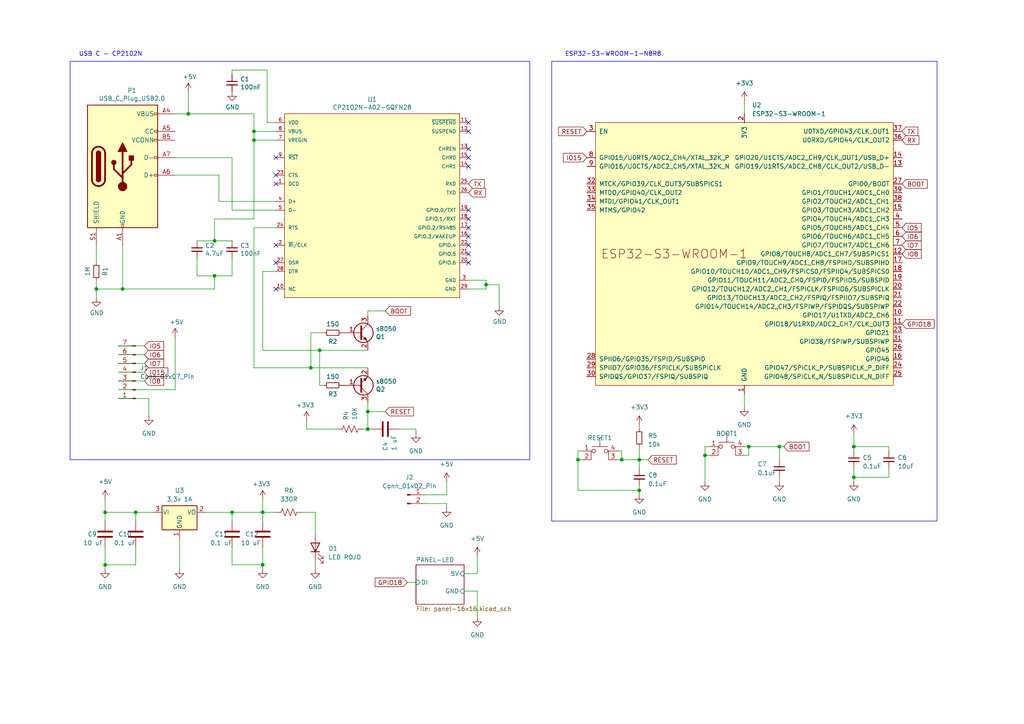
<source format=kicad_sch>
(kicad_sch (version 20230121) (generator eeschema)

  (uuid 1b3b0eb6-5192-4b33-bfc3-bcc6a8573215)

  (paper "A4")

  (lib_symbols
    (symbol "+3V3_1" (power) (pin_names (offset 0)) (in_bom yes) (on_board yes)
      (property "Reference" "#PWR" (at 0 -3.81 0)
        (effects (font (size 1.27 1.27)) hide)
      )
      (property "Value" "+3V3_1" (at 0 3.556 0)
        (effects (font (size 1.27 1.27)))
      )
      (property "Footprint" "" (at 0 0 0)
        (effects (font (size 1.27 1.27)) hide)
      )
      (property "Datasheet" "" (at 0 0 0)
        (effects (font (size 1.27 1.27)) hide)
      )
      (property "ki_keywords" "global power" (at 0 0 0)
        (effects (font (size 1.27 1.27)) hide)
      )
      (property "ki_description" "Power symbol creates a global label with name \"+3V3\"" (at 0 0 0)
        (effects (font (size 1.27 1.27)) hide)
      )
      (symbol "+3V3_1_0_1"
        (polyline
          (pts
            (xy -0.762 1.27)
            (xy 0 2.54)
          )
          (stroke (width 0) (type default))
          (fill (type none))
        )
        (polyline
          (pts
            (xy 0 0)
            (xy 0 2.54)
          )
          (stroke (width 0) (type default))
          (fill (type none))
        )
        (polyline
          (pts
            (xy 0 2.54)
            (xy 0.762 1.27)
          )
          (stroke (width 0) (type default))
          (fill (type none))
        )
      )
      (symbol "+3V3_1_1_1"
        (pin power_in line (at 0 0 90) (length 0) hide
          (name "+3V3" (effects (font (size 1.27 1.27))))
          (number "1" (effects (font (size 1.27 1.27))))
        )
      )
    )
    (symbol "+5V_3" (power) (pin_names (offset 0)) (in_bom yes) (on_board yes)
      (property "Reference" "#PWR" (at 0 -3.81 0)
        (effects (font (size 1.27 1.27)) hide)
      )
      (property "Value" "+5V_3" (at 0 3.556 0)
        (effects (font (size 1.27 1.27)))
      )
      (property "Footprint" "" (at 0 0 0)
        (effects (font (size 1.27 1.27)) hide)
      )
      (property "Datasheet" "" (at 0 0 0)
        (effects (font (size 1.27 1.27)) hide)
      )
      (property "ki_keywords" "global power" (at 0 0 0)
        (effects (font (size 1.27 1.27)) hide)
      )
      (property "ki_description" "Power symbol creates a global label with name \"+5V\"" (at 0 0 0)
        (effects (font (size 1.27 1.27)) hide)
      )
      (symbol "+5V_3_0_1"
        (polyline
          (pts
            (xy -0.762 1.27)
            (xy 0 2.54)
          )
          (stroke (width 0) (type default))
          (fill (type none))
        )
        (polyline
          (pts
            (xy 0 0)
            (xy 0 2.54)
          )
          (stroke (width 0) (type default))
          (fill (type none))
        )
        (polyline
          (pts
            (xy 0 2.54)
            (xy 0.762 1.27)
          )
          (stroke (width 0) (type default))
          (fill (type none))
        )
      )
      (symbol "+5V_3_1_1"
        (pin power_in line (at 0 0 90) (length 0) hide
          (name "+5V" (effects (font (size 1.27 1.27))))
          (number "1" (effects (font (size 1.27 1.27))))
        )
      )
    )
    (symbol "Connector:Conn_01x02_Pin" (pin_names (offset 1.016) hide) (in_bom yes) (on_board yes)
      (property "Reference" "J" (at 0 2.54 0)
        (effects (font (size 1.27 1.27)))
      )
      (property "Value" "Conn_01x02_Pin" (at 0 -5.08 0)
        (effects (font (size 1.27 1.27)))
      )
      (property "Footprint" "" (at 0 0 0)
        (effects (font (size 1.27 1.27)) hide)
      )
      (property "Datasheet" "~" (at 0 0 0)
        (effects (font (size 1.27 1.27)) hide)
      )
      (property "ki_locked" "" (at 0 0 0)
        (effects (font (size 1.27 1.27)))
      )
      (property "ki_keywords" "connector" (at 0 0 0)
        (effects (font (size 1.27 1.27)) hide)
      )
      (property "ki_description" "Generic connector, single row, 01x02, script generated" (at 0 0 0)
        (effects (font (size 1.27 1.27)) hide)
      )
      (property "ki_fp_filters" "Connector*:*_1x??_*" (at 0 0 0)
        (effects (font (size 1.27 1.27)) hide)
      )
      (symbol "Conn_01x02_Pin_1_1"
        (polyline
          (pts
            (xy 1.27 -2.54)
            (xy 0.8636 -2.54)
          )
          (stroke (width 0.1524) (type default))
          (fill (type none))
        )
        (polyline
          (pts
            (xy 1.27 0)
            (xy 0.8636 0)
          )
          (stroke (width 0.1524) (type default))
          (fill (type none))
        )
        (rectangle (start 0.8636 -2.413) (end 0 -2.667)
          (stroke (width 0.1524) (type default))
          (fill (type outline))
        )
        (rectangle (start 0.8636 0.127) (end 0 -0.127)
          (stroke (width 0.1524) (type default))
          (fill (type outline))
        )
        (pin passive line (at 5.08 0 180) (length 3.81)
          (name "Pin_1" (effects (font (size 1.27 1.27))))
          (number "1" (effects (font (size 1.27 1.27))))
        )
        (pin passive line (at 5.08 -2.54 180) (length 3.81)
          (name "Pin_2" (effects (font (size 1.27 1.27))))
          (number "2" (effects (font (size 1.27 1.27))))
        )
      )
    )
    (symbol "Connector:Conn_01x07_Pin" (pin_names (offset 1.016) hide) (in_bom yes) (on_board yes)
      (property "Reference" "J" (at 0 10.16 0)
        (effects (font (size 1.27 1.27)))
      )
      (property "Value" "Conn_01x07_Pin" (at 0 -10.16 0)
        (effects (font (size 1.27 1.27)))
      )
      (property "Footprint" "" (at 0 0 0)
        (effects (font (size 1.27 1.27)) hide)
      )
      (property "Datasheet" "~" (at 0 0 0)
        (effects (font (size 1.27 1.27)) hide)
      )
      (property "ki_locked" "" (at 0 0 0)
        (effects (font (size 1.27 1.27)))
      )
      (property "ki_keywords" "connector" (at 0 0 0)
        (effects (font (size 1.27 1.27)) hide)
      )
      (property "ki_description" "Generic connector, single row, 01x07, script generated" (at 0 0 0)
        (effects (font (size 1.27 1.27)) hide)
      )
      (property "ki_fp_filters" "Connector*:*_1x??_*" (at 0 0 0)
        (effects (font (size 1.27 1.27)) hide)
      )
      (symbol "Conn_01x07_Pin_1_1"
        (polyline
          (pts
            (xy 1.27 -7.62)
            (xy 0.8636 -7.62)
          )
          (stroke (width 0.1524) (type default))
          (fill (type none))
        )
        (polyline
          (pts
            (xy 1.27 -5.08)
            (xy 0.8636 -5.08)
          )
          (stroke (width 0.1524) (type default))
          (fill (type none))
        )
        (polyline
          (pts
            (xy 1.27 -2.54)
            (xy 0.8636 -2.54)
          )
          (stroke (width 0.1524) (type default))
          (fill (type none))
        )
        (polyline
          (pts
            (xy 1.27 0)
            (xy 0.8636 0)
          )
          (stroke (width 0.1524) (type default))
          (fill (type none))
        )
        (polyline
          (pts
            (xy 1.27 2.54)
            (xy 0.8636 2.54)
          )
          (stroke (width 0.1524) (type default))
          (fill (type none))
        )
        (polyline
          (pts
            (xy 1.27 5.08)
            (xy 0.8636 5.08)
          )
          (stroke (width 0.1524) (type default))
          (fill (type none))
        )
        (polyline
          (pts
            (xy 1.27 7.62)
            (xy 0.8636 7.62)
          )
          (stroke (width 0.1524) (type default))
          (fill (type none))
        )
        (rectangle (start 0.8636 -7.493) (end 0 -7.747)
          (stroke (width 0.1524) (type default))
          (fill (type outline))
        )
        (rectangle (start 0.8636 -4.953) (end 0 -5.207)
          (stroke (width 0.1524) (type default))
          (fill (type outline))
        )
        (rectangle (start 0.8636 -2.413) (end 0 -2.667)
          (stroke (width 0.1524) (type default))
          (fill (type outline))
        )
        (rectangle (start 0.8636 0.127) (end 0 -0.127)
          (stroke (width 0.1524) (type default))
          (fill (type outline))
        )
        (rectangle (start 0.8636 2.667) (end 0 2.413)
          (stroke (width 0.1524) (type default))
          (fill (type outline))
        )
        (rectangle (start 0.8636 5.207) (end 0 4.953)
          (stroke (width 0.1524) (type default))
          (fill (type outline))
        )
        (rectangle (start 0.8636 7.747) (end 0 7.493)
          (stroke (width 0.1524) (type default))
          (fill (type outline))
        )
        (pin passive line (at 5.08 7.62 180) (length 3.81)
          (name "Pin_1" (effects (font (size 1.27 1.27))))
          (number "1" (effects (font (size 1.27 1.27))))
        )
        (pin passive line (at 5.08 5.08 180) (length 3.81)
          (name "Pin_2" (effects (font (size 1.27 1.27))))
          (number "2" (effects (font (size 1.27 1.27))))
        )
        (pin passive line (at 5.08 2.54 180) (length 3.81)
          (name "Pin_3" (effects (font (size 1.27 1.27))))
          (number "3" (effects (font (size 1.27 1.27))))
        )
        (pin passive line (at 5.08 0 180) (length 3.81)
          (name "Pin_4" (effects (font (size 1.27 1.27))))
          (number "4" (effects (font (size 1.27 1.27))))
        )
        (pin passive line (at 5.08 -2.54 180) (length 3.81)
          (name "Pin_5" (effects (font (size 1.27 1.27))))
          (number "5" (effects (font (size 1.27 1.27))))
        )
        (pin passive line (at 5.08 -5.08 180) (length 3.81)
          (name "Pin_6" (effects (font (size 1.27 1.27))))
          (number "6" (effects (font (size 1.27 1.27))))
        )
        (pin passive line (at 5.08 -7.62 180) (length 3.81)
          (name "Pin_7" (effects (font (size 1.27 1.27))))
          (number "7" (effects (font (size 1.27 1.27))))
        )
      )
    )
    (symbol "Connector:USB_C_Plug_USB2.0" (pin_names (offset 1.016)) (in_bom yes) (on_board yes)
      (property "Reference" "P" (at -10.16 19.05 0)
        (effects (font (size 1.27 1.27)) (justify left))
      )
      (property "Value" "USB_C_Plug_USB2.0" (at 12.7 19.05 0)
        (effects (font (size 1.27 1.27)) (justify right))
      )
      (property "Footprint" "" (at 3.81 0 0)
        (effects (font (size 1.27 1.27)) hide)
      )
      (property "Datasheet" "https://www.usb.org/sites/default/files/documents/usb_type-c.zip" (at 3.81 0 0)
        (effects (font (size 1.27 1.27)) hide)
      )
      (property "ki_keywords" "usb universal serial bus type-C USB2.0" (at 0 0 0)
        (effects (font (size 1.27 1.27)) hide)
      )
      (property "ki_description" "USB 2.0-only Type-C Plug connector" (at 0 0 0)
        (effects (font (size 1.27 1.27)) hide)
      )
      (property "ki_fp_filters" "USB*C*Plug*" (at 0 0 0)
        (effects (font (size 1.27 1.27)) hide)
      )
      (symbol "USB_C_Plug_USB2.0_0_0"
        (rectangle (start -0.254 -17.78) (end 0.254 -16.764)
          (stroke (width 0) (type default))
          (fill (type none))
        )
        (rectangle (start 10.16 -2.286) (end 9.144 -2.794)
          (stroke (width 0) (type default))
          (fill (type none))
        )
        (rectangle (start 10.16 2.794) (end 9.144 2.286)
          (stroke (width 0) (type default))
          (fill (type none))
        )
        (rectangle (start 10.16 7.874) (end 9.144 7.366)
          (stroke (width 0) (type default))
          (fill (type none))
        )
        (rectangle (start 10.16 10.414) (end 9.144 9.906)
          (stroke (width 0) (type default))
          (fill (type none))
        )
        (rectangle (start 10.16 15.494) (end 9.144 14.986)
          (stroke (width 0) (type default))
          (fill (type none))
        )
      )
      (symbol "USB_C_Plug_USB2.0_0_1"
        (rectangle (start -10.16 17.78) (end 10.16 -17.78)
          (stroke (width 0.254) (type default))
          (fill (type background))
        )
        (arc (start -8.89 -3.81) (mid -6.985 -5.7067) (end -5.08 -3.81)
          (stroke (width 0.508) (type default))
          (fill (type none))
        )
        (arc (start -7.62 -3.81) (mid -6.985 -4.4423) (end -6.35 -3.81)
          (stroke (width 0.254) (type default))
          (fill (type none))
        )
        (arc (start -7.62 -3.81) (mid -6.985 -4.4423) (end -6.35 -3.81)
          (stroke (width 0.254) (type default))
          (fill (type outline))
        )
        (rectangle (start -7.62 -3.81) (end -6.35 3.81)
          (stroke (width 0.254) (type default))
          (fill (type outline))
        )
        (arc (start -6.35 3.81) (mid -6.985 4.4423) (end -7.62 3.81)
          (stroke (width 0.254) (type default))
          (fill (type none))
        )
        (arc (start -6.35 3.81) (mid -6.985 4.4423) (end -7.62 3.81)
          (stroke (width 0.254) (type default))
          (fill (type outline))
        )
        (arc (start -5.08 3.81) (mid -6.985 5.7067) (end -8.89 3.81)
          (stroke (width 0.508) (type default))
          (fill (type none))
        )
        (circle (center -2.54 1.143) (radius 0.635)
          (stroke (width 0.254) (type default))
          (fill (type outline))
        )
        (circle (center 0 -5.842) (radius 1.27)
          (stroke (width 0) (type default))
          (fill (type outline))
        )
        (polyline
          (pts
            (xy -8.89 -3.81)
            (xy -8.89 3.81)
          )
          (stroke (width 0.508) (type default))
          (fill (type none))
        )
        (polyline
          (pts
            (xy -5.08 3.81)
            (xy -5.08 -3.81)
          )
          (stroke (width 0.508) (type default))
          (fill (type none))
        )
        (polyline
          (pts
            (xy 0 -5.842)
            (xy 0 4.318)
          )
          (stroke (width 0.508) (type default))
          (fill (type none))
        )
        (polyline
          (pts
            (xy 0 -3.302)
            (xy -2.54 -0.762)
            (xy -2.54 0.508)
          )
          (stroke (width 0.508) (type default))
          (fill (type none))
        )
        (polyline
          (pts
            (xy 0 -2.032)
            (xy 2.54 0.508)
            (xy 2.54 1.778)
          )
          (stroke (width 0.508) (type default))
          (fill (type none))
        )
        (polyline
          (pts
            (xy -1.27 4.318)
            (xy 0 6.858)
            (xy 1.27 4.318)
            (xy -1.27 4.318)
          )
          (stroke (width 0.254) (type default))
          (fill (type outline))
        )
        (rectangle (start 1.905 1.778) (end 3.175 3.048)
          (stroke (width 0.254) (type default))
          (fill (type outline))
        )
      )
      (symbol "USB_C_Plug_USB2.0_1_1"
        (pin passive line (at 0 -22.86 90) (length 5.08)
          (name "GND" (effects (font (size 1.27 1.27))))
          (number "A1" (effects (font (size 1.27 1.27))))
        )
        (pin passive line (at 0 -22.86 90) (length 5.08) hide
          (name "GND" (effects (font (size 1.27 1.27))))
          (number "A12" (effects (font (size 1.27 1.27))))
        )
        (pin passive line (at 15.24 15.24 180) (length 5.08)
          (name "VBUS" (effects (font (size 1.27 1.27))))
          (number "A4" (effects (font (size 1.27 1.27))))
        )
        (pin bidirectional line (at 15.24 10.16 180) (length 5.08)
          (name "CC" (effects (font (size 1.27 1.27))))
          (number "A5" (effects (font (size 1.27 1.27))))
        )
        (pin bidirectional line (at 15.24 -2.54 180) (length 5.08)
          (name "D+" (effects (font (size 1.27 1.27))))
          (number "A6" (effects (font (size 1.27 1.27))))
        )
        (pin bidirectional line (at 15.24 2.54 180) (length 5.08)
          (name "D-" (effects (font (size 1.27 1.27))))
          (number "A7" (effects (font (size 1.27 1.27))))
        )
        (pin passive line (at 15.24 15.24 180) (length 5.08) hide
          (name "VBUS" (effects (font (size 1.27 1.27))))
          (number "A9" (effects (font (size 1.27 1.27))))
        )
        (pin passive line (at 0 -22.86 90) (length 5.08) hide
          (name "GND" (effects (font (size 1.27 1.27))))
          (number "B1" (effects (font (size 1.27 1.27))))
        )
        (pin passive line (at 0 -22.86 90) (length 5.08) hide
          (name "GND" (effects (font (size 1.27 1.27))))
          (number "B12" (effects (font (size 1.27 1.27))))
        )
        (pin passive line (at 15.24 15.24 180) (length 5.08) hide
          (name "VBUS" (effects (font (size 1.27 1.27))))
          (number "B4" (effects (font (size 1.27 1.27))))
        )
        (pin bidirectional line (at 15.24 7.62 180) (length 5.08)
          (name "VCONN" (effects (font (size 1.27 1.27))))
          (number "B5" (effects (font (size 1.27 1.27))))
        )
        (pin passive line (at 15.24 15.24 180) (length 5.08) hide
          (name "VBUS" (effects (font (size 1.27 1.27))))
          (number "B9" (effects (font (size 1.27 1.27))))
        )
        (pin passive line (at -7.62 -22.86 90) (length 5.08)
          (name "SHIELD" (effects (font (size 1.27 1.27))))
          (number "S1" (effects (font (size 1.27 1.27))))
        )
      )
    )
    (symbol "Device:C" (pin_numbers hide) (pin_names (offset 0.254)) (in_bom yes) (on_board yes)
      (property "Reference" "C" (at 0.635 2.54 0)
        (effects (font (size 1.27 1.27)) (justify left))
      )
      (property "Value" "C" (at 0.635 -2.54 0)
        (effects (font (size 1.27 1.27)) (justify left))
      )
      (property "Footprint" "" (at 0.9652 -3.81 0)
        (effects (font (size 1.27 1.27)) hide)
      )
      (property "Datasheet" "~" (at 0 0 0)
        (effects (font (size 1.27 1.27)) hide)
      )
      (property "ki_keywords" "cap capacitor" (at 0 0 0)
        (effects (font (size 1.27 1.27)) hide)
      )
      (property "ki_description" "Unpolarized capacitor" (at 0 0 0)
        (effects (font (size 1.27 1.27)) hide)
      )
      (property "ki_fp_filters" "C_*" (at 0 0 0)
        (effects (font (size 1.27 1.27)) hide)
      )
      (symbol "C_0_1"
        (polyline
          (pts
            (xy -2.032 -0.762)
            (xy 2.032 -0.762)
          )
          (stroke (width 0.508) (type default))
          (fill (type none))
        )
        (polyline
          (pts
            (xy -2.032 0.762)
            (xy 2.032 0.762)
          )
          (stroke (width 0.508) (type default))
          (fill (type none))
        )
      )
      (symbol "C_1_1"
        (pin passive line (at 0 3.81 270) (length 2.794)
          (name "~" (effects (font (size 1.27 1.27))))
          (number "1" (effects (font (size 1.27 1.27))))
        )
        (pin passive line (at 0 -3.81 90) (length 2.794)
          (name "~" (effects (font (size 1.27 1.27))))
          (number "2" (effects (font (size 1.27 1.27))))
        )
      )
    )
    (symbol "Device:C_Small" (pin_numbers hide) (pin_names (offset 0.254) hide) (in_bom yes) (on_board yes)
      (property "Reference" "C" (at 0.254 1.778 0)
        (effects (font (size 1.27 1.27)) (justify left))
      )
      (property "Value" "C_Small" (at 0.254 -2.032 0)
        (effects (font (size 1.27 1.27)) (justify left))
      )
      (property "Footprint" "" (at 0 0 0)
        (effects (font (size 1.27 1.27)) hide)
      )
      (property "Datasheet" "~" (at 0 0 0)
        (effects (font (size 1.27 1.27)) hide)
      )
      (property "ki_keywords" "capacitor cap" (at 0 0 0)
        (effects (font (size 1.27 1.27)) hide)
      )
      (property "ki_description" "Unpolarized capacitor, small symbol" (at 0 0 0)
        (effects (font (size 1.27 1.27)) hide)
      )
      (property "ki_fp_filters" "C_*" (at 0 0 0)
        (effects (font (size 1.27 1.27)) hide)
      )
      (symbol "C_Small_0_1"
        (polyline
          (pts
            (xy -1.524 -0.508)
            (xy 1.524 -0.508)
          )
          (stroke (width 0.3302) (type default))
          (fill (type none))
        )
        (polyline
          (pts
            (xy -1.524 0.508)
            (xy 1.524 0.508)
          )
          (stroke (width 0.3048) (type default))
          (fill (type none))
        )
      )
      (symbol "C_Small_1_1"
        (pin passive line (at 0 2.54 270) (length 2.032)
          (name "~" (effects (font (size 1.27 1.27))))
          (number "1" (effects (font (size 1.27 1.27))))
        )
        (pin passive line (at 0 -2.54 90) (length 2.032)
          (name "~" (effects (font (size 1.27 1.27))))
          (number "2" (effects (font (size 1.27 1.27))))
        )
      )
    )
    (symbol "Device:LED" (pin_numbers hide) (pin_names (offset 1.016) hide) (in_bom yes) (on_board yes)
      (property "Reference" "D" (at 0 2.54 0)
        (effects (font (size 1.27 1.27)))
      )
      (property "Value" "LED" (at 0 -2.54 0)
        (effects (font (size 1.27 1.27)))
      )
      (property "Footprint" "" (at 0 0 0)
        (effects (font (size 1.27 1.27)) hide)
      )
      (property "Datasheet" "~" (at 0 0 0)
        (effects (font (size 1.27 1.27)) hide)
      )
      (property "ki_keywords" "LED diode" (at 0 0 0)
        (effects (font (size 1.27 1.27)) hide)
      )
      (property "ki_description" "Light emitting diode" (at 0 0 0)
        (effects (font (size 1.27 1.27)) hide)
      )
      (property "ki_fp_filters" "LED* LED_SMD:* LED_THT:*" (at 0 0 0)
        (effects (font (size 1.27 1.27)) hide)
      )
      (symbol "LED_0_1"
        (polyline
          (pts
            (xy -1.27 -1.27)
            (xy -1.27 1.27)
          )
          (stroke (width 0.254) (type default))
          (fill (type none))
        )
        (polyline
          (pts
            (xy -1.27 0)
            (xy 1.27 0)
          )
          (stroke (width 0) (type default))
          (fill (type none))
        )
        (polyline
          (pts
            (xy 1.27 -1.27)
            (xy 1.27 1.27)
            (xy -1.27 0)
            (xy 1.27 -1.27)
          )
          (stroke (width 0.254) (type default))
          (fill (type none))
        )
        (polyline
          (pts
            (xy -3.048 -0.762)
            (xy -4.572 -2.286)
            (xy -3.81 -2.286)
            (xy -4.572 -2.286)
            (xy -4.572 -1.524)
          )
          (stroke (width 0) (type default))
          (fill (type none))
        )
        (polyline
          (pts
            (xy -1.778 -0.762)
            (xy -3.302 -2.286)
            (xy -2.54 -2.286)
            (xy -3.302 -2.286)
            (xy -3.302 -1.524)
          )
          (stroke (width 0) (type default))
          (fill (type none))
        )
      )
      (symbol "LED_1_1"
        (pin passive line (at -3.81 0 0) (length 2.54)
          (name "K" (effects (font (size 1.27 1.27))))
          (number "1" (effects (font (size 1.27 1.27))))
        )
        (pin passive line (at 3.81 0 180) (length 2.54)
          (name "A" (effects (font (size 1.27 1.27))))
          (number "2" (effects (font (size 1.27 1.27))))
        )
      )
    )
    (symbol "Device:R_Small" (pin_numbers hide) (pin_names (offset 0.254) hide) (in_bom yes) (on_board yes)
      (property "Reference" "R" (at 0.762 0.508 0)
        (effects (font (size 1.27 1.27)) (justify left))
      )
      (property "Value" "R_Small" (at 0.762 -1.016 0)
        (effects (font (size 1.27 1.27)) (justify left))
      )
      (property "Footprint" "" (at 0 0 0)
        (effects (font (size 1.27 1.27)) hide)
      )
      (property "Datasheet" "~" (at 0 0 0)
        (effects (font (size 1.27 1.27)) hide)
      )
      (property "ki_keywords" "R resistor" (at 0 0 0)
        (effects (font (size 1.27 1.27)) hide)
      )
      (property "ki_description" "Resistor, small symbol" (at 0 0 0)
        (effects (font (size 1.27 1.27)) hide)
      )
      (property "ki_fp_filters" "R_*" (at 0 0 0)
        (effects (font (size 1.27 1.27)) hide)
      )
      (symbol "R_Small_0_1"
        (rectangle (start -0.762 1.778) (end 0.762 -1.778)
          (stroke (width 0.2032) (type default))
          (fill (type none))
        )
      )
      (symbol "R_Small_1_1"
        (pin passive line (at 0 2.54 270) (length 0.762)
          (name "~" (effects (font (size 1.27 1.27))))
          (number "1" (effects (font (size 1.27 1.27))))
        )
        (pin passive line (at 0 -2.54 90) (length 0.762)
          (name "~" (effects (font (size 1.27 1.27))))
          (number "2" (effects (font (size 1.27 1.27))))
        )
      )
    )
    (symbol "Device:R_US" (pin_numbers hide) (pin_names (offset 0)) (in_bom yes) (on_board yes)
      (property "Reference" "R" (at 2.54 0 90)
        (effects (font (size 1.27 1.27)))
      )
      (property "Value" "R_US" (at -2.54 0 90)
        (effects (font (size 1.27 1.27)))
      )
      (property "Footprint" "" (at 1.016 -0.254 90)
        (effects (font (size 1.27 1.27)) hide)
      )
      (property "Datasheet" "~" (at 0 0 0)
        (effects (font (size 1.27 1.27)) hide)
      )
      (property "ki_keywords" "R res resistor" (at 0 0 0)
        (effects (font (size 1.27 1.27)) hide)
      )
      (property "ki_description" "Resistor, US symbol" (at 0 0 0)
        (effects (font (size 1.27 1.27)) hide)
      )
      (property "ki_fp_filters" "R_*" (at 0 0 0)
        (effects (font (size 1.27 1.27)) hide)
      )
      (symbol "R_US_0_1"
        (polyline
          (pts
            (xy 0 -2.286)
            (xy 0 -2.54)
          )
          (stroke (width 0) (type default))
          (fill (type none))
        )
        (polyline
          (pts
            (xy 0 2.286)
            (xy 0 2.54)
          )
          (stroke (width 0) (type default))
          (fill (type none))
        )
        (polyline
          (pts
            (xy 0 -0.762)
            (xy 1.016 -1.143)
            (xy 0 -1.524)
            (xy -1.016 -1.905)
            (xy 0 -2.286)
          )
          (stroke (width 0) (type default))
          (fill (type none))
        )
        (polyline
          (pts
            (xy 0 0.762)
            (xy 1.016 0.381)
            (xy 0 0)
            (xy -1.016 -0.381)
            (xy 0 -0.762)
          )
          (stroke (width 0) (type default))
          (fill (type none))
        )
        (polyline
          (pts
            (xy 0 2.286)
            (xy 1.016 1.905)
            (xy 0 1.524)
            (xy -1.016 1.143)
            (xy 0 0.762)
          )
          (stroke (width 0) (type default))
          (fill (type none))
        )
      )
      (symbol "R_US_1_1"
        (pin passive line (at 0 3.81 270) (length 1.27)
          (name "~" (effects (font (size 1.27 1.27))))
          (number "1" (effects (font (size 1.27 1.27))))
        )
        (pin passive line (at 0 -3.81 90) (length 1.27)
          (name "~" (effects (font (size 1.27 1.27))))
          (number "2" (effects (font (size 1.27 1.27))))
        )
      )
    )
    (symbol "GND_1" (power) (pin_names (offset 0)) (in_bom yes) (on_board yes)
      (property "Reference" "#PWR" (at 0 -6.35 0)
        (effects (font (size 1.27 1.27)) hide)
      )
      (property "Value" "GND_1" (at 0 -3.81 0)
        (effects (font (size 1.27 1.27)))
      )
      (property "Footprint" "" (at 0 0 0)
        (effects (font (size 1.27 1.27)) hide)
      )
      (property "Datasheet" "" (at 0 0 0)
        (effects (font (size 1.27 1.27)) hide)
      )
      (property "ki_keywords" "power-flag" (at 0 0 0)
        (effects (font (size 1.27 1.27)) hide)
      )
      (property "ki_description" "Power symbol creates a global label with name \"GND\" , ground" (at 0 0 0)
        (effects (font (size 1.27 1.27)) hide)
      )
      (symbol "GND_1_0_1"
        (polyline
          (pts
            (xy 0 0)
            (xy 0 -1.27)
            (xy 1.27 -1.27)
            (xy 0 -2.54)
            (xy -1.27 -1.27)
            (xy 0 -1.27)
          )
          (stroke (width 0) (type default))
          (fill (type none))
        )
      )
      (symbol "GND_1_1_1"
        (pin power_in line (at 0 0 270) (length 0) hide
          (name "GND" (effects (font (size 1.27 1.27))))
          (number "1" (effects (font (size 1.27 1.27))))
        )
      )
    )
    (symbol "GND_18" (power) (pin_names (offset 0)) (in_bom yes) (on_board yes)
      (property "Reference" "#PWR" (at 0 -6.35 0)
        (effects (font (size 1.27 1.27)) hide)
      )
      (property "Value" "GND_18" (at 0 -3.81 0)
        (effects (font (size 1.27 1.27)))
      )
      (property "Footprint" "" (at 0 0 0)
        (effects (font (size 1.27 1.27)) hide)
      )
      (property "Datasheet" "" (at 0 0 0)
        (effects (font (size 1.27 1.27)) hide)
      )
      (property "ki_keywords" "global power" (at 0 0 0)
        (effects (font (size 1.27 1.27)) hide)
      )
      (property "ki_description" "Power symbol creates a global label with name \"GND\" , ground" (at 0 0 0)
        (effects (font (size 1.27 1.27)) hide)
      )
      (symbol "GND_18_0_1"
        (polyline
          (pts
            (xy 0 0)
            (xy 0 -1.27)
            (xy 1.27 -1.27)
            (xy 0 -2.54)
            (xy -1.27 -1.27)
            (xy 0 -1.27)
          )
          (stroke (width 0) (type default))
          (fill (type none))
        )
      )
      (symbol "GND_18_1_1"
        (pin power_in line (at 0 0 270) (length 0) hide
          (name "GND" (effects (font (size 1.27 1.27))))
          (number "1" (effects (font (size 1.27 1.27))))
        )
      )
    )
    (symbol "GND_19" (power) (pin_names (offset 0)) (in_bom yes) (on_board yes)
      (property "Reference" "#PWR" (at 0 -6.35 0)
        (effects (font (size 1.27 1.27)) hide)
      )
      (property "Value" "GND_19" (at 0 -3.81 0)
        (effects (font (size 1.27 1.27)))
      )
      (property "Footprint" "" (at 0 0 0)
        (effects (font (size 1.27 1.27)) hide)
      )
      (property "Datasheet" "" (at 0 0 0)
        (effects (font (size 1.27 1.27)) hide)
      )
      (property "ki_keywords" "global power" (at 0 0 0)
        (effects (font (size 1.27 1.27)) hide)
      )
      (property "ki_description" "Power symbol creates a global label with name \"GND\" , ground" (at 0 0 0)
        (effects (font (size 1.27 1.27)) hide)
      )
      (symbol "GND_19_0_1"
        (polyline
          (pts
            (xy 0 0)
            (xy 0 -1.27)
            (xy 1.27 -1.27)
            (xy 0 -2.54)
            (xy -1.27 -1.27)
            (xy 0 -1.27)
          )
          (stroke (width 0) (type default))
          (fill (type none))
        )
      )
      (symbol "GND_19_1_1"
        (pin power_in line (at 0 0 270) (length 0) hide
          (name "GND" (effects (font (size 1.27 1.27))))
          (number "1" (effects (font (size 1.27 1.27))))
        )
      )
    )
    (symbol "GND_2" (power) (pin_names (offset 0)) (in_bom yes) (on_board yes)
      (property "Reference" "#PWR" (at 0 -6.35 0)
        (effects (font (size 1.27 1.27)) hide)
      )
      (property "Value" "GND_2" (at 0 -3.81 0)
        (effects (font (size 1.27 1.27)))
      )
      (property "Footprint" "" (at 0 0 0)
        (effects (font (size 1.27 1.27)) hide)
      )
      (property "Datasheet" "" (at 0 0 0)
        (effects (font (size 1.27 1.27)) hide)
      )
      (property "ki_keywords" "power-flag" (at 0 0 0)
        (effects (font (size 1.27 1.27)) hide)
      )
      (property "ki_description" "Power symbol creates a global label with name \"GND\" , ground" (at 0 0 0)
        (effects (font (size 1.27 1.27)) hide)
      )
      (symbol "GND_2_0_1"
        (polyline
          (pts
            (xy 0 0)
            (xy 0 -1.27)
            (xy 1.27 -1.27)
            (xy 0 -2.54)
            (xy -1.27 -1.27)
            (xy 0 -1.27)
          )
          (stroke (width 0) (type default))
          (fill (type none))
        )
      )
      (symbol "GND_2_1_1"
        (pin power_in line (at 0 0 270) (length 0) hide
          (name "GND" (effects (font (size 1.27 1.27))))
          (number "1" (effects (font (size 1.27 1.27))))
        )
      )
    )
    (symbol "GND_20" (power) (pin_names (offset 0)) (in_bom yes) (on_board yes)
      (property "Reference" "#PWR" (at 0 -6.35 0)
        (effects (font (size 1.27 1.27)) hide)
      )
      (property "Value" "GND_20" (at 0 -3.81 0)
        (effects (font (size 1.27 1.27)))
      )
      (property "Footprint" "" (at 0 0 0)
        (effects (font (size 1.27 1.27)) hide)
      )
      (property "Datasheet" "" (at 0 0 0)
        (effects (font (size 1.27 1.27)) hide)
      )
      (property "ki_keywords" "global power" (at 0 0 0)
        (effects (font (size 1.27 1.27)) hide)
      )
      (property "ki_description" "Power symbol creates a global label with name \"GND\" , ground" (at 0 0 0)
        (effects (font (size 1.27 1.27)) hide)
      )
      (symbol "GND_20_0_1"
        (polyline
          (pts
            (xy 0 0)
            (xy 0 -1.27)
            (xy 1.27 -1.27)
            (xy 0 -2.54)
            (xy -1.27 -1.27)
            (xy 0 -1.27)
          )
          (stroke (width 0) (type default))
          (fill (type none))
        )
      )
      (symbol "GND_20_1_1"
        (pin power_in line (at 0 0 270) (length 0) hide
          (name "GND" (effects (font (size 1.27 1.27))))
          (number "1" (effects (font (size 1.27 1.27))))
        )
      )
    )
    (symbol "GND_3" (power) (pin_names (offset 0)) (in_bom yes) (on_board yes)
      (property "Reference" "#PWR" (at 0 -6.35 0)
        (effects (font (size 1.27 1.27)) hide)
      )
      (property "Value" "GND_3" (at 0 -3.81 0)
        (effects (font (size 1.27 1.27)))
      )
      (property "Footprint" "" (at 0 0 0)
        (effects (font (size 1.27 1.27)) hide)
      )
      (property "Datasheet" "" (at 0 0 0)
        (effects (font (size 1.27 1.27)) hide)
      )
      (property "ki_keywords" "power-flag" (at 0 0 0)
        (effects (font (size 1.27 1.27)) hide)
      )
      (property "ki_description" "Power symbol creates a global label with name \"GND\" , ground" (at 0 0 0)
        (effects (font (size 1.27 1.27)) hide)
      )
      (symbol "GND_3_0_1"
        (polyline
          (pts
            (xy 0 0)
            (xy 0 -1.27)
            (xy 1.27 -1.27)
            (xy 0 -2.54)
            (xy -1.27 -1.27)
            (xy 0 -1.27)
          )
          (stroke (width 0) (type default))
          (fill (type none))
        )
      )
      (symbol "GND_3_1_1"
        (pin power_in line (at 0 0 270) (length 0) hide
          (name "GND" (effects (font (size 1.27 1.27))))
          (number "1" (effects (font (size 1.27 1.27))))
        )
      )
    )
    (symbol "GND_6" (power) (pin_names (offset 0)) (in_bom yes) (on_board yes)
      (property "Reference" "#PWR" (at 0 -6.35 0)
        (effects (font (size 1.27 1.27)) hide)
      )
      (property "Value" "GND_6" (at 0 -3.81 0)
        (effects (font (size 1.27 1.27)))
      )
      (property "Footprint" "" (at 0 0 0)
        (effects (font (size 1.27 1.27)) hide)
      )
      (property "Datasheet" "" (at 0 0 0)
        (effects (font (size 1.27 1.27)) hide)
      )
      (property "ki_keywords" "global power" (at 0 0 0)
        (effects (font (size 1.27 1.27)) hide)
      )
      (property "ki_description" "Power symbol creates a global label with name \"GND\" , ground" (at 0 0 0)
        (effects (font (size 1.27 1.27)) hide)
      )
      (symbol "GND_6_0_1"
        (polyline
          (pts
            (xy 0 0)
            (xy 0 -1.27)
            (xy 1.27 -1.27)
            (xy 0 -2.54)
            (xy -1.27 -1.27)
            (xy 0 -1.27)
          )
          (stroke (width 0) (type default))
          (fill (type none))
        )
      )
      (symbol "GND_6_1_1"
        (pin power_in line (at 0 0 270) (length 0) hide
          (name "GND" (effects (font (size 1.27 1.27))))
          (number "1" (effects (font (size 1.27 1.27))))
        )
      )
    )
    (symbol "GND_8" (power) (pin_names (offset 0)) (in_bom yes) (on_board yes)
      (property "Reference" "#PWR" (at 0 -6.35 0)
        (effects (font (size 1.27 1.27)) hide)
      )
      (property "Value" "GND_8" (at 0 -3.81 0)
        (effects (font (size 1.27 1.27)))
      )
      (property "Footprint" "" (at 0 0 0)
        (effects (font (size 1.27 1.27)) hide)
      )
      (property "Datasheet" "" (at 0 0 0)
        (effects (font (size 1.27 1.27)) hide)
      )
      (property "ki_keywords" "global power" (at 0 0 0)
        (effects (font (size 1.27 1.27)) hide)
      )
      (property "ki_description" "Power symbol creates a global label with name \"GND\" , ground" (at 0 0 0)
        (effects (font (size 1.27 1.27)) hide)
      )
      (symbol "GND_8_0_1"
        (polyline
          (pts
            (xy 0 0)
            (xy 0 -1.27)
            (xy 1.27 -1.27)
            (xy 0 -2.54)
            (xy -1.27 -1.27)
            (xy 0 -1.27)
          )
          (stroke (width 0) (type default))
          (fill (type none))
        )
      )
      (symbol "GND_8_1_1"
        (pin power_in line (at 0 0 270) (length 0) hide
          (name "GND" (effects (font (size 1.27 1.27))))
          (number "1" (effects (font (size 1.27 1.27))))
        )
      )
    )
    (symbol "PCM_Espressif:ESP32-S3-WROOM-1" (pin_names (offset 1.016)) (in_bom yes) (on_board yes)
      (property "Reference" "U" (at -43.18 43.18 0)
        (effects (font (size 1.27 1.27)) (justify left))
      )
      (property "Value" "ESP32-S3-WROOM-1" (at -43.18 40.64 0)
        (effects (font (size 1.27 1.27)) (justify left))
      )
      (property "Footprint" "PCM_Espressif:ESP32-S3-WROOM-1" (at 2.54 -48.26 0)
        (effects (font (size 1.27 1.27)) hide)
      )
      (property "Datasheet" "https://www.espressif.com/sites/default/files/documentation/esp32-s3-wroom-1_wroom-1u_datasheet_en.pdf" (at 2.54 -50.8 0)
        (effects (font (size 1.27 1.27)) hide)
      )
      (property "ki_description" "2.4 GHz WiFi (802.11 b/g/n) and Bluetooth ® 5 (LE) module Built around ESP32S3 series of SoCs, Xtensa ® dualcore 32bit LX7 microprocessor Flash up to 16 MB, PSRAM up to 8 MB 36 GPIOs, rich set of peripherals Onboard PCB antenna" (at 0 0 0)
        (effects (font (size 1.27 1.27)) hide)
      )
      (symbol "ESP32-S3-WROOM-1_0_0"
        (text "ESP32-S3-WROOM-1" (at -20.32 0 0)
          (effects (font (size 2.54 2.54)))
        )
        (pin power_in line (at 0 -40.64 90) (length 2.54)
          (name "GND" (effects (font (size 1.27 1.27))))
          (number "1" (effects (font (size 1.27 1.27))))
        )
        (pin bidirectional line (at 45.72 -17.78 180) (length 2.54)
          (name "GPIO17/U1TXD/ADC2_CH6" (effects (font (size 1.27 1.27))))
          (number "10" (effects (font (size 1.27 1.27))))
        )
        (pin bidirectional line (at 45.72 -20.32 180) (length 2.54)
          (name "GPIO18/U1RXD/ADC2_CH7/CLK_OUT3" (effects (font (size 1.27 1.27))))
          (number "11" (effects (font (size 1.27 1.27))))
        )
        (pin bidirectional line (at 45.72 0 180) (length 2.54)
          (name "GPIO8/TOUCH8/ADC1_CH7/SUBSPICS1" (effects (font (size 1.27 1.27))))
          (number "12" (effects (font (size 1.27 1.27))))
        )
        (pin bidirectional line (at 45.72 25.4 180) (length 2.54)
          (name "GPIO19/U1RTS/ADC2_CH8/CLK_OUT2/USB_D-" (effects (font (size 1.27 1.27))))
          (number "13" (effects (font (size 1.27 1.27))))
        )
        (pin bidirectional line (at 45.72 27.94 180) (length 2.54)
          (name "GPIO20/U1CTS/ADC2_CH9/CLK_OUT1/USB_D+" (effects (font (size 1.27 1.27))))
          (number "14" (effects (font (size 1.27 1.27))))
        )
        (pin bidirectional line (at 45.72 12.7 180) (length 2.54)
          (name "GPIO3/TOUCH3/ADC1_CH2" (effects (font (size 1.27 1.27))))
          (number "15" (effects (font (size 1.27 1.27))))
        )
        (pin bidirectional line (at 45.72 -30.48 180) (length 2.54)
          (name "GPIO46" (effects (font (size 1.27 1.27))))
          (number "16" (effects (font (size 1.27 1.27))))
        )
        (pin bidirectional line (at 45.72 -2.54 180) (length 2.54)
          (name "GPIO9/TOUCH9/ADC1_CH8/FSPIHD/SUBSPIHD" (effects (font (size 1.27 1.27))))
          (number "17" (effects (font (size 1.27 1.27))))
        )
        (pin bidirectional line (at 45.72 -5.08 180) (length 2.54)
          (name "GPIO10/TOUCH10/ADC1_CH9/FSPICS0/FSPIIO4/SUBSPICS0" (effects (font (size 1.27 1.27))))
          (number "18" (effects (font (size 1.27 1.27))))
        )
        (pin bidirectional line (at 45.72 -7.62 180) (length 2.54)
          (name "GPIO11/TOUCH11/ADC2_CH0/FSPID/FSPIIO5/SUBSPID" (effects (font (size 1.27 1.27))))
          (number "19" (effects (font (size 1.27 1.27))))
        )
        (pin power_in line (at 0 40.64 270) (length 2.54)
          (name "3V3" (effects (font (size 1.27 1.27))))
          (number "2" (effects (font (size 1.27 1.27))))
        )
        (pin bidirectional line (at 45.72 -10.16 180) (length 2.54)
          (name "GPIO12/TOUCH12/ADC2_CH1/FSPICLK/FSPIIO6/SUBSPICLK" (effects (font (size 1.27 1.27))))
          (number "20" (effects (font (size 1.27 1.27))))
        )
        (pin bidirectional line (at 45.72 -12.7 180) (length 2.54)
          (name "GPIO13/TOUCH13/ADC2_CH2/FSPIQ/FSPIIO7/SUBSPIQ" (effects (font (size 1.27 1.27))))
          (number "21" (effects (font (size 1.27 1.27))))
        )
        (pin bidirectional line (at 45.72 -15.24 180) (length 2.54)
          (name "GPIO14/TOUCH14/ADC2_CH3/FSPIWP/FSPIDQS/SUBSPIWP" (effects (font (size 1.27 1.27))))
          (number "22" (effects (font (size 1.27 1.27))))
        )
        (pin bidirectional line (at 45.72 -22.86 180) (length 2.54)
          (name "GPIO21" (effects (font (size 1.27 1.27))))
          (number "23" (effects (font (size 1.27 1.27))))
        )
        (pin bidirectional line (at 45.72 -33.02 180) (length 2.54)
          (name "GPIO47/SPICLK_P/SUBSPICLK_P_DIFF" (effects (font (size 1.27 1.27))))
          (number "24" (effects (font (size 1.27 1.27))))
        )
        (pin bidirectional line (at 45.72 -35.56 180) (length 2.54)
          (name "GPIO48/SPICLK_N/SUBSPICLK_N_DIFF" (effects (font (size 1.27 1.27))))
          (number "25" (effects (font (size 1.27 1.27))))
        )
        (pin bidirectional line (at 45.72 -27.94 180) (length 2.54)
          (name "GPIO45" (effects (font (size 1.27 1.27))))
          (number "26" (effects (font (size 1.27 1.27))))
        )
        (pin bidirectional line (at 45.72 20.32 180) (length 2.54)
          (name "GPIO0/BOOT" (effects (font (size 1.27 1.27))))
          (number "27" (effects (font (size 1.27 1.27))))
        )
        (pin bidirectional line (at -45.72 -30.48 0) (length 2.54)
          (name "SPIIO6/GPIO35/FSPID/SUBSPID" (effects (font (size 1.27 1.27))))
          (number "28" (effects (font (size 1.27 1.27))))
        )
        (pin bidirectional line (at -45.72 -33.02 0) (length 2.54)
          (name "SPIIO7/GPIO36/FSPICLK/SUBSPICLK" (effects (font (size 1.27 1.27))))
          (number "29" (effects (font (size 1.27 1.27))))
        )
        (pin input line (at -45.72 35.56 0) (length 2.54)
          (name "EN" (effects (font (size 1.27 1.27))))
          (number "3" (effects (font (size 1.27 1.27))))
        )
        (pin bidirectional line (at -45.72 -35.56 0) (length 2.54)
          (name "SPIDQS/GPIO37/FSPIQ/SUBSPIQ" (effects (font (size 1.27 1.27))))
          (number "30" (effects (font (size 1.27 1.27))))
        )
        (pin bidirectional line (at 45.72 -25.4 180) (length 2.54)
          (name "GPIO38/FSPIWP/SUBSPIWP" (effects (font (size 1.27 1.27))))
          (number "31" (effects (font (size 1.27 1.27))))
        )
        (pin bidirectional line (at -45.72 20.32 0) (length 2.54)
          (name "MTCK/GPIO39/CLK_OUT3/SUBSPICS1" (effects (font (size 1.27 1.27))))
          (number "32" (effects (font (size 1.27 1.27))))
        )
        (pin bidirectional line (at -45.72 17.78 0) (length 2.54)
          (name "MTDO/GPIO40/CLK_OUT2" (effects (font (size 1.27 1.27))))
          (number "33" (effects (font (size 1.27 1.27))))
        )
        (pin bidirectional line (at -45.72 15.24 0) (length 2.54)
          (name "MTDI/GPIO41/CLK_OUT1" (effects (font (size 1.27 1.27))))
          (number "34" (effects (font (size 1.27 1.27))))
        )
        (pin bidirectional line (at -45.72 12.7 0) (length 2.54)
          (name "MTMS/GPIO42" (effects (font (size 1.27 1.27))))
          (number "35" (effects (font (size 1.27 1.27))))
        )
        (pin bidirectional line (at 45.72 33.02 180) (length 2.54)
          (name "U0RXD/GPIO44/CLK_OUT2" (effects (font (size 1.27 1.27))))
          (number "36" (effects (font (size 1.27 1.27))))
        )
        (pin bidirectional line (at 45.72 35.56 180) (length 2.54)
          (name "U0TXD/GPIO43/CLK_OUT1" (effects (font (size 1.27 1.27))))
          (number "37" (effects (font (size 1.27 1.27))))
        )
        (pin bidirectional line (at 45.72 15.24 180) (length 2.54)
          (name "GPIO2/TOUCH2/ADC1_CH1" (effects (font (size 1.27 1.27))))
          (number "38" (effects (font (size 1.27 1.27))))
        )
        (pin bidirectional line (at 45.72 17.78 180) (length 2.54)
          (name "GPIO1/TOUCH1/ADC1_CH0" (effects (font (size 1.27 1.27))))
          (number "39" (effects (font (size 1.27 1.27))))
        )
        (pin bidirectional line (at 45.72 10.16 180) (length 2.54)
          (name "GPIO4/TOUCH4/ADC1_CH3" (effects (font (size 1.27 1.27))))
          (number "4" (effects (font (size 1.27 1.27))))
        )
        (pin passive line (at 0 -40.64 90) (length 2.54) hide
          (name "GND" (effects (font (size 1.27 1.27))))
          (number "40" (effects (font (size 1.27 1.27))))
        )
        (pin passive line (at 0 -40.64 90) (length 2.54) hide
          (name "GND" (effects (font (size 1.27 1.27))))
          (number "41" (effects (font (size 1.27 1.27))))
        )
        (pin bidirectional line (at 45.72 7.62 180) (length 2.54)
          (name "GPIO5/TOUCH5/ADC1_CH4" (effects (font (size 1.27 1.27))))
          (number "5" (effects (font (size 1.27 1.27))))
        )
        (pin bidirectional line (at 45.72 5.08 180) (length 2.54)
          (name "GPIO6/TOUCH6/ADC1_CH5" (effects (font (size 1.27 1.27))))
          (number "6" (effects (font (size 1.27 1.27))))
        )
        (pin bidirectional line (at 45.72 2.54 180) (length 2.54)
          (name "GPIO7/TOUCH7/ADC1_CH6" (effects (font (size 1.27 1.27))))
          (number "7" (effects (font (size 1.27 1.27))))
        )
        (pin bidirectional line (at -45.72 27.94 0) (length 2.54)
          (name "GPIO15/U0RTS/ADC2_CH4/XTAL_32K_P" (effects (font (size 1.27 1.27))))
          (number "8" (effects (font (size 1.27 1.27))))
        )
        (pin bidirectional line (at -45.72 25.4 0) (length 2.54)
          (name "GPIO16/U0CTS/ADC2_CH5/XTAL_32K_N" (effects (font (size 1.27 1.27))))
          (number "9" (effects (font (size 1.27 1.27))))
        )
      )
      (symbol "ESP32-S3-WROOM-1_0_1"
        (rectangle (start -43.18 38.1) (end 43.18 -38.1)
          (stroke (width 0) (type default))
          (fill (type background))
        )
      )
    )
    (symbol "Regulator_Linear:AZ1117-3.3" (pin_names (offset 0.254)) (in_bom yes) (on_board yes)
      (property "Reference" "U" (at -3.81 3.175 0)
        (effects (font (size 1.27 1.27)))
      )
      (property "Value" "AZ1117-3.3" (at 0 3.175 0)
        (effects (font (size 1.27 1.27)) (justify left))
      )
      (property "Footprint" "" (at 0 6.35 0)
        (effects (font (size 1.27 1.27) italic) hide)
      )
      (property "Datasheet" "https://www.diodes.com/assets/Datasheets/AZ1117.pdf" (at 0 0 0)
        (effects (font (size 1.27 1.27)) hide)
      )
      (property "ki_keywords" "Fixed Voltage Regulator 1A Positive LDO" (at 0 0 0)
        (effects (font (size 1.27 1.27)) hide)
      )
      (property "ki_description" "1A 20V Fixed LDO Linear Regulator, 3.3V, SOT-89/SOT-223/TO-220/TO-252/TO-263" (at 0 0 0)
        (effects (font (size 1.27 1.27)) hide)
      )
      (property "ki_fp_filters" "SOT?223* SOT?89* TO?220* TO?252* TO?263*" (at 0 0 0)
        (effects (font (size 1.27 1.27)) hide)
      )
      (symbol "AZ1117-3.3_0_1"
        (rectangle (start -5.08 1.905) (end 5.08 -5.08)
          (stroke (width 0.254) (type default))
          (fill (type background))
        )
      )
      (symbol "AZ1117-3.3_1_1"
        (pin power_in line (at 0 -7.62 90) (length 2.54)
          (name "GND" (effects (font (size 1.27 1.27))))
          (number "1" (effects (font (size 1.27 1.27))))
        )
        (pin power_out line (at 7.62 0 180) (length 2.54)
          (name "VO" (effects (font (size 1.27 1.27))))
          (number "2" (effects (font (size 1.27 1.27))))
        )
        (pin power_in line (at -7.62 0 0) (length 2.54)
          (name "VI" (effects (font (size 1.27 1.27))))
          (number "3" (effects (font (size 1.27 1.27))))
        )
      )
    )
    (symbol "Switch:SW_MEC_5E" (pin_names (offset 1.016) hide) (in_bom yes) (on_board yes)
      (property "Reference" "SW" (at 0.635 5.715 0)
        (effects (font (size 1.27 1.27)) (justify left))
      )
      (property "Value" "SW_MEC_5E" (at 0 -3.175 0)
        (effects (font (size 1.27 1.27)))
      )
      (property "Footprint" "" (at 0 7.62 0)
        (effects (font (size 1.27 1.27)) hide)
      )
      (property "Datasheet" "http://www.apem.com/int/index.php?controller=attachment&id_attachment=1371" (at 0 7.62 0)
        (effects (font (size 1.27 1.27)) hide)
      )
      (property "ki_keywords" "switch normally-open pushbutton push-button" (at 0 0 0)
        (effects (font (size 1.27 1.27)) hide)
      )
      (property "ki_description" "MEC 5E single pole normally-open tactile switch" (at 0 0 0)
        (effects (font (size 1.27 1.27)) hide)
      )
      (property "ki_fp_filters" "SW*MEC*5G*" (at 0 0 0)
        (effects (font (size 1.27 1.27)) hide)
      )
      (symbol "SW_MEC_5E_0_1"
        (circle (center -1.778 2.54) (radius 0.508)
          (stroke (width 0) (type default))
          (fill (type none))
        )
        (polyline
          (pts
            (xy -2.286 3.81)
            (xy 2.286 3.81)
          )
          (stroke (width 0) (type default))
          (fill (type none))
        )
        (polyline
          (pts
            (xy 0 3.81)
            (xy 0 5.588)
          )
          (stroke (width 0) (type default))
          (fill (type none))
        )
        (polyline
          (pts
            (xy -2.54 0)
            (xy -2.54 2.54)
            (xy -2.286 2.54)
          )
          (stroke (width 0) (type default))
          (fill (type none))
        )
        (polyline
          (pts
            (xy 2.54 0)
            (xy 2.54 2.54)
            (xy 2.286 2.54)
          )
          (stroke (width 0) (type default))
          (fill (type none))
        )
        (circle (center 1.778 2.54) (radius 0.508)
          (stroke (width 0) (type default))
          (fill (type none))
        )
        (pin passive line (at -5.08 2.54 0) (length 2.54)
          (name "1" (effects (font (size 1.27 1.27))))
          (number "1" (effects (font (size 1.27 1.27))))
        )
        (pin passive line (at -5.08 0 0) (length 2.54)
          (name "2" (effects (font (size 1.27 1.27))))
          (number "2" (effects (font (size 1.27 1.27))))
        )
        (pin passive line (at 5.08 0 180) (length 2.54)
          (name "K" (effects (font (size 1.27 1.27))))
          (number "3" (effects (font (size 1.27 1.27))))
        )
        (pin passive line (at 5.08 2.54 180) (length 2.54)
          (name "A" (effects (font (size 1.27 1.27))))
          (number "4" (effects (font (size 1.27 1.27))))
        )
      )
    )
    (symbol "Transistor_BJT:BC817" (pin_names (offset 0) hide) (in_bom yes) (on_board yes)
      (property "Reference" "Q" (at 5.08 1.905 0)
        (effects (font (size 1.27 1.27)) (justify left))
      )
      (property "Value" "BC817" (at 5.08 0 0)
        (effects (font (size 1.27 1.27)) (justify left))
      )
      (property "Footprint" "Package_TO_SOT_SMD:SOT-23" (at 5.08 -1.905 0)
        (effects (font (size 1.27 1.27) italic) (justify left) hide)
      )
      (property "Datasheet" "https://www.onsemi.com/pub/Collateral/BC818-D.pdf" (at 0 0 0)
        (effects (font (size 1.27 1.27)) (justify left) hide)
      )
      (property "ki_keywords" "NPN Transistor" (at 0 0 0)
        (effects (font (size 1.27 1.27)) hide)
      )
      (property "ki_description" "0.8A Ic, 45V Vce, NPN Transistor, SOT-23" (at 0 0 0)
        (effects (font (size 1.27 1.27)) hide)
      )
      (property "ki_fp_filters" "SOT?23*" (at 0 0 0)
        (effects (font (size 1.27 1.27)) hide)
      )
      (symbol "BC817_0_1"
        (polyline
          (pts
            (xy 0.635 0.635)
            (xy 2.54 2.54)
          )
          (stroke (width 0) (type default))
          (fill (type none))
        )
        (polyline
          (pts
            (xy 0.635 -0.635)
            (xy 2.54 -2.54)
            (xy 2.54 -2.54)
          )
          (stroke (width 0) (type default))
          (fill (type none))
        )
        (polyline
          (pts
            (xy 0.635 1.905)
            (xy 0.635 -1.905)
            (xy 0.635 -1.905)
          )
          (stroke (width 0.508) (type default))
          (fill (type none))
        )
        (polyline
          (pts
            (xy 1.27 -1.778)
            (xy 1.778 -1.27)
            (xy 2.286 -2.286)
            (xy 1.27 -1.778)
            (xy 1.27 -1.778)
          )
          (stroke (width 0) (type default))
          (fill (type outline))
        )
        (circle (center 1.27 0) (radius 2.8194)
          (stroke (width 0.254) (type default))
          (fill (type none))
        )
      )
      (symbol "BC817_1_1"
        (pin input line (at -5.08 0 0) (length 5.715)
          (name "B" (effects (font (size 1.27 1.27))))
          (number "1" (effects (font (size 1.27 1.27))))
        )
        (pin passive line (at 2.54 -5.08 90) (length 2.54)
          (name "E" (effects (font (size 1.27 1.27))))
          (number "2" (effects (font (size 1.27 1.27))))
        )
        (pin passive line (at 2.54 5.08 270) (length 2.54)
          (name "C" (effects (font (size 1.27 1.27))))
          (number "3" (effects (font (size 1.27 1.27))))
        )
      )
    )
    (symbol "power:+3V3" (power) (pin_names (offset 0)) (in_bom yes) (on_board yes)
      (property "Reference" "#PWR" (at 0 -3.81 0)
        (effects (font (size 1.27 1.27)) hide)
      )
      (property "Value" "+3V3" (at 0 3.556 0)
        (effects (font (size 1.27 1.27)))
      )
      (property "Footprint" "" (at 0 0 0)
        (effects (font (size 1.27 1.27)) hide)
      )
      (property "Datasheet" "" (at 0 0 0)
        (effects (font (size 1.27 1.27)) hide)
      )
      (property "ki_keywords" "power-flag" (at 0 0 0)
        (effects (font (size 1.27 1.27)) hide)
      )
      (property "ki_description" "Power symbol creates a global label with name \"+3V3\"" (at 0 0 0)
        (effects (font (size 1.27 1.27)) hide)
      )
      (symbol "+3V3_0_1"
        (polyline
          (pts
            (xy -0.762 1.27)
            (xy 0 2.54)
          )
          (stroke (width 0) (type default))
          (fill (type none))
        )
        (polyline
          (pts
            (xy 0 0)
            (xy 0 2.54)
          )
          (stroke (width 0) (type default))
          (fill (type none))
        )
        (polyline
          (pts
            (xy 0 2.54)
            (xy 0.762 1.27)
          )
          (stroke (width 0) (type default))
          (fill (type none))
        )
      )
      (symbol "+3V3_1_1"
        (pin power_in line (at 0 0 90) (length 0) hide
          (name "+3V3" (effects (font (size 1.27 1.27))))
          (number "1" (effects (font (size 1.27 1.27))))
        )
      )
    )
    (symbol "power:+5V" (power) (pin_names (offset 0)) (in_bom yes) (on_board yes)
      (property "Reference" "#PWR" (at 0 -3.81 0)
        (effects (font (size 1.27 1.27)) hide)
      )
      (property "Value" "+5V" (at 0 3.556 0)
        (effects (font (size 1.27 1.27)))
      )
      (property "Footprint" "" (at 0 0 0)
        (effects (font (size 1.27 1.27)) hide)
      )
      (property "Datasheet" "" (at 0 0 0)
        (effects (font (size 1.27 1.27)) hide)
      )
      (property "ki_keywords" "power-flag" (at 0 0 0)
        (effects (font (size 1.27 1.27)) hide)
      )
      (property "ki_description" "Power symbol creates a global label with name \"+5V\"" (at 0 0 0)
        (effects (font (size 1.27 1.27)) hide)
      )
      (symbol "+5V_0_1"
        (polyline
          (pts
            (xy -0.762 1.27)
            (xy 0 2.54)
          )
          (stroke (width 0) (type default))
          (fill (type none))
        )
        (polyline
          (pts
            (xy 0 0)
            (xy 0 2.54)
          )
          (stroke (width 0) (type default))
          (fill (type none))
        )
        (polyline
          (pts
            (xy 0 2.54)
            (xy 0.762 1.27)
          )
          (stroke (width 0) (type default))
          (fill (type none))
        )
      )
      (symbol "+5V_1_1"
        (pin power_in line (at 0 0 90) (length 0) hide
          (name "+5V" (effects (font (size 1.27 1.27))))
          (number "1" (effects (font (size 1.27 1.27))))
        )
      )
    )
    (symbol "power:GND" (power) (pin_names (offset 0)) (in_bom yes) (on_board yes)
      (property "Reference" "#PWR" (at 0 -6.35 0)
        (effects (font (size 1.27 1.27)) hide)
      )
      (property "Value" "GND" (at 0 -3.81 0)
        (effects (font (size 1.27 1.27)))
      )
      (property "Footprint" "" (at 0 0 0)
        (effects (font (size 1.27 1.27)) hide)
      )
      (property "Datasheet" "" (at 0 0 0)
        (effects (font (size 1.27 1.27)) hide)
      )
      (property "ki_keywords" "global power" (at 0 0 0)
        (effects (font (size 1.27 1.27)) hide)
      )
      (property "ki_description" "Power symbol creates a global label with name \"GND\" , ground" (at 0 0 0)
        (effects (font (size 1.27 1.27)) hide)
      )
      (symbol "GND_0_1"
        (polyline
          (pts
            (xy 0 0)
            (xy 0 -1.27)
            (xy 1.27 -1.27)
            (xy 0 -2.54)
            (xy -1.27 -1.27)
            (xy 0 -1.27)
          )
          (stroke (width 0) (type default))
          (fill (type none))
        )
      )
      (symbol "GND_1_1"
        (pin power_in line (at 0 0 270) (length 0) hide
          (name "GND" (effects (font (size 1.27 1.27))))
          (number "1" (effects (font (size 1.27 1.27))))
        )
      )
    )
    (symbol "terrarium-rescue:CP2102N-A02-GQFN28-CP2102N-A02-GQFN28" (pin_names (offset 1.016)) (in_bom yes) (on_board yes)
      (property "Reference" "U" (at 0 5.08 0)
        (effects (font (size 1.27 1.27)) (justify left))
      )
      (property "Value" "CP2102N-A02-GQFN28-CP2102N-A02-GQFN28" (at 0 7.62 0)
        (effects (font (size 1.27 1.27)) (justify left))
      )
      (property "Footprint" "Silicon_Labs-CP2102N-A02-GQFN28-*" (at 0 10.16 0)
        (effects (font (size 1.27 1.27)) (justify left) hide)
      )
      (property "Datasheet" "https://www.silabs.com/documents/public/data-sheets/cp2102n-datasheet.pdf" (at 0 12.7 0)
        (effects (font (size 1.27 1.27)) (justify left) hide)
      )
      (property "ambient temperature range high" "+85°C" (at 0 15.24 0)
        (effects (font (size 1.27 1.27)) (justify left) hide)
      )
      (property "ambient temperature range low" "-40°C" (at 0 17.78 0)
        (effects (font (size 1.27 1.27)) (justify left) hide)
      )
      (property "automotive" "No" (at 0 20.32 0)
        (effects (font (size 1.27 1.27)) (justify left) hide)
      )
      (property "category" "IC" (at 0 22.86 0)
        (effects (font (size 1.27 1.27)) (justify left) hide)
      )
      (property "data rate" "12Mbits/s" (at 0 25.4 0)
        (effects (font (size 1.27 1.27)) (justify left) hide)
      )
      (property "device class L1" "Integrated Circuits (ICs)" (at 0 27.94 0)
        (effects (font (size 1.27 1.27)) (justify left) hide)
      )
      (property "device class L2" "Interface ICs" (at 0 30.48 0)
        (effects (font (size 1.27 1.27)) (justify left) hide)
      )
      (property "device class L3" "USB Interface ICs" (at 0 33.02 0)
        (effects (font (size 1.27 1.27)) (justify left) hide)
      )
      (property "digikey description" "IC USB TO UART BRIDGE QFN28" (at 0 35.56 0)
        (effects (font (size 1.27 1.27)) (justify left) hide)
      )
      (property "digikey part number" "336-5889-ND" (at 0 38.1 0)
        (effects (font (size 1.27 1.27)) (justify left) hide)
      )
      (property "height" "0.8mm" (at 0 40.64 0)
        (effects (font (size 1.27 1.27)) (justify left) hide)
      )
      (property "interface" "UART,USB" (at 0 43.18 0)
        (effects (font (size 1.27 1.27)) (justify left) hide)
      )
      (property "ipc land pattern name" "QFN50P500X500X75-28" (at 0 45.72 0)
        (effects (font (size 1.27 1.27)) (justify left) hide)
      )
      (property "lead free" "Yes" (at 0 48.26 0)
        (effects (font (size 1.27 1.27)) (justify left) hide)
      )
      (property "library id" "a2a1e7d0a9857bbd" (at 0 50.8 0)
        (effects (font (size 1.27 1.27)) (justify left) hide)
      )
      (property "manufacturer" "Silicon Labs" (at 0 53.34 0)
        (effects (font (size 1.27 1.27)) (justify left) hide)
      )
      (property "max junction temp" "+105°C" (at 0 55.88 0)
        (effects (font (size 1.27 1.27)) (justify left) hide)
      )
      (property "max supply voltage" "5.25V" (at 0 58.42 0)
        (effects (font (size 1.27 1.27)) (justify left) hide)
      )
      (property "min supply voltage" "1.71V" (at 0 60.96 0)
        (effects (font (size 1.27 1.27)) (justify left) hide)
      )
      (property "mouser description" "Full Speed USB to UART Bridge USB 2.0 3.3V Tube Automotive 28-Pin QFN EP" (at 0 63.5 0)
        (effects (font (size 1.27 1.27)) (justify left) hide)
      )
      (property "mouser part number" "634-CP2102NA02GQFN28" (at 0 66.04 0)
        (effects (font (size 1.27 1.27)) (justify left) hide)
      )
      (property "nominal supply current" "1.3-13.7mA" (at 0 68.58 0)
        (effects (font (size 1.27 1.27)) (justify left) hide)
      )
      (property "number of ports" "1" (at 0 71.12 0)
        (effects (font (size 1.27 1.27)) (justify left) hide)
      )
      (property "package" "QFN28" (at 0 73.66 0)
        (effects (font (size 1.27 1.27)) (justify left) hide)
      )
      (property "rohs" "Yes" (at 0 76.2 0)
        (effects (font (size 1.27 1.27)) (justify left) hide)
      )
      (property "standoff height" "0mm" (at 0 78.74 0)
        (effects (font (size 1.27 1.27)) (justify left) hide)
      )
      (property "temperature range high" "+85°C" (at 0 81.28 0)
        (effects (font (size 1.27 1.27)) (justify left) hide)
      )
      (property "temperature range low" "-40°C" (at 0 83.82 0)
        (effects (font (size 1.27 1.27)) (justify left) hide)
      )
      (property "usb standard" "USB 2.0" (at 0 86.36 0)
        (effects (font (size 1.27 1.27)) (justify left) hide)
      )
      (property "ki_locked" "" (at 0 0 0)
        (effects (font (size 1.27 1.27)))
      )
      (symbol "CP2102N-A02-GQFN28-CP2102N-A02-GQFN28_1_1"
        (rectangle (start 5.08 2.54) (end 55.88 -50.8)
          (stroke (width 0) (type default))
          (fill (type background))
        )
        (pin input line (at 2.54 -17.78 0) (length 2.54)
          (name "DCD" (effects (font (size 1.016 1.016))))
          (number "1" (effects (font (size 1.016 1.016))))
        )
        (pin passive line (at 2.54 -48.26 0) (length 2.54)
          (name "NC" (effects (font (size 1.016 1.016))))
          (number "10" (effects (font (size 1.016 1.016))))
        )
        (pin output line (at 58.42 0 180) (length 2.54)
          (name "~{SUSPEND}" (effects (font (size 1.016 1.016))))
          (number "11" (effects (font (size 1.016 1.016))))
        )
        (pin output line (at 58.42 -2.54 180) (length 2.54)
          (name "SUSPEND" (effects (font (size 1.016 1.016))))
          (number "12" (effects (font (size 1.016 1.016))))
        )
        (pin output line (at 58.42 -7.62 180) (length 2.54)
          (name "CHREN" (effects (font (size 1.016 1.016))))
          (number "13" (effects (font (size 1.016 1.016))))
        )
        (pin output line (at 58.42 -12.7 180) (length 2.54)
          (name "CHR1" (effects (font (size 1.016 1.016))))
          (number "14" (effects (font (size 1.016 1.016))))
        )
        (pin output line (at 58.42 -10.16 180) (length 2.54)
          (name "CHR0" (effects (font (size 1.016 1.016))))
          (number "15" (effects (font (size 1.016 1.016))))
        )
        (pin bidirectional line (at 58.42 -33.02 180) (length 2.54)
          (name "GPIO.3/WAKEUP" (effects (font (size 1.016 1.016))))
          (number "16" (effects (font (size 1.016 1.016))))
        )
        (pin bidirectional line (at 58.42 -30.48 180) (length 2.54)
          (name "GPIO.2/RS485" (effects (font (size 1.016 1.016))))
          (number "17" (effects (font (size 1.016 1.016))))
        )
        (pin bidirectional line (at 58.42 -27.94 180) (length 2.54)
          (name "GPIO.1/RXT" (effects (font (size 1.016 1.016))))
          (number "18" (effects (font (size 1.016 1.016))))
        )
        (pin bidirectional line (at 58.42 -25.4 180) (length 2.54)
          (name "GPIO.0/TXT" (effects (font (size 1.016 1.016))))
          (number "19" (effects (font (size 1.016 1.016))))
        )
        (pin bidirectional line (at 2.54 -35.56 0) (length 2.54)
          (name "~{RI}/CLK" (effects (font (size 1.016 1.016))))
          (number "2" (effects (font (size 1.016 1.016))))
        )
        (pin bidirectional line (at 58.42 -40.64 180) (length 2.54)
          (name "GPIO.6" (effects (font (size 1.016 1.016))))
          (number "20" (effects (font (size 1.016 1.016))))
        )
        (pin bidirectional line (at 58.42 -38.1 180) (length 2.54)
          (name "GPIO.5" (effects (font (size 1.016 1.016))))
          (number "21" (effects (font (size 1.016 1.016))))
        )
        (pin bidirectional line (at 58.42 -35.56 180) (length 2.54)
          (name "GPIO.4" (effects (font (size 1.016 1.016))))
          (number "22" (effects (font (size 1.016 1.016))))
        )
        (pin input line (at 2.54 -15.24 0) (length 2.54)
          (name "CTS" (effects (font (size 1.016 1.016))))
          (number "23" (effects (font (size 1.016 1.016))))
        )
        (pin output line (at 2.54 -30.48 0) (length 2.54)
          (name "RTS" (effects (font (size 1.016 1.016))))
          (number "24" (effects (font (size 1.016 1.016))))
        )
        (pin input line (at 58.42 -17.78 180) (length 2.54)
          (name "RXD" (effects (font (size 1.016 1.016))))
          (number "25" (effects (font (size 1.016 1.016))))
        )
        (pin output line (at 58.42 -20.32 180) (length 2.54)
          (name "TXD" (effects (font (size 1.016 1.016))))
          (number "26" (effects (font (size 1.016 1.016))))
        )
        (pin input line (at 2.54 -40.64 0) (length 2.54)
          (name "DSR" (effects (font (size 1.016 1.016))))
          (number "27" (effects (font (size 1.016 1.016))))
        )
        (pin output line (at 2.54 -43.18 0) (length 2.54)
          (name "DTR" (effects (font (size 1.016 1.016))))
          (number "28" (effects (font (size 1.016 1.016))))
        )
        (pin power_in line (at 58.42 -48.26 180) (length 2.54)
          (name "GND" (effects (font (size 1.016 1.016))))
          (number "29" (effects (font (size 1.016 1.016))))
        )
        (pin power_in line (at 58.42 -45.72 180) (length 2.54)
          (name "GND" (effects (font (size 1.016 1.016))))
          (number "3" (effects (font (size 1.016 1.016))))
        )
        (pin passive line (at 2.54 -22.86 0) (length 2.54)
          (name "D+" (effects (font (size 1.016 1.016))))
          (number "4" (effects (font (size 1.016 1.016))))
        )
        (pin passive line (at 2.54 -25.4 0) (length 2.54)
          (name "D-" (effects (font (size 1.016 1.016))))
          (number "5" (effects (font (size 1.016 1.016))))
        )
        (pin power_in line (at 2.54 0 0) (length 2.54)
          (name "VDD" (effects (font (size 1.016 1.016))))
          (number "6" (effects (font (size 1.016 1.016))))
        )
        (pin input line (at 2.54 -5.08 0) (length 2.54)
          (name "VREGIN" (effects (font (size 1.016 1.016))))
          (number "7" (effects (font (size 1.016 1.016))))
        )
        (pin input line (at 2.54 -2.54 0) (length 2.54)
          (name "VBUS" (effects (font (size 1.016 1.016))))
          (number "8" (effects (font (size 1.016 1.016))))
        )
        (pin input line (at 2.54 -10.16 0) (length 2.54)
          (name "~{RST}" (effects (font (size 1.016 1.016))))
          (number "9" (effects (font (size 1.016 1.016))))
        )
      )
    )
  )

  (junction (at 247.65 129.54) (diameter 0) (color 0 0 0 0)
    (uuid 00047004-dd5e-4508-b052-7317d6d5e40b)
  )
  (junction (at 90.17 106.68) (diameter 0) (color 0 0 0 0)
    (uuid 172c0b76-5974-4747-b5c7-b0221c552485)
  )
  (junction (at 140.97 82.55) (diameter 0) (color 0 0 0 0)
    (uuid 18e03d4e-26c0-43ef-a075-9d3b1188a1e8)
  )
  (junction (at 35.56 83.82) (diameter 0) (color 0 0 0 0)
    (uuid 201a5737-6473-4b2f-86db-f86ce645fadb)
  )
  (junction (at 106.68 124.46) (diameter 0) (color 0 0 0 0)
    (uuid 2523e996-ada8-4d72-b77e-6db2537f96aa)
  )
  (junction (at 76.2 148.59) (diameter 0) (color 0 0 0 0)
    (uuid 39dfc35a-7c5a-4b80-92f7-48d1b3a9bea4)
  )
  (junction (at 62.23 69.85) (diameter 0) (color 0 0 0 0)
    (uuid 3af7b608-1d3b-4a02-b1f5-d179a15b2985)
  )
  (junction (at 76.2 163.83) (diameter 0) (color 0 0 0 0)
    (uuid 3d18ecb1-bcfa-4730-8f30-baa8dc75ed4f)
  )
  (junction (at 67.31 148.59) (diameter 0) (color 0 0 0 0)
    (uuid 49fea2ef-0f1f-4228-8f6c-89c2ae6a574c)
  )
  (junction (at 27.94 83.82) (diameter 0) (color 0 0 0 0)
    (uuid 4d9e7c08-bd26-4815-ab93-ce69f9976860)
  )
  (junction (at 204.47 132.08) (diameter 0) (color 0 0 0 0)
    (uuid 4efddad6-1294-4a75-8ed9-28b1392cc6b3)
  )
  (junction (at 73.66 40.64) (diameter 0) (color 0 0 0 0)
    (uuid 5b9549f9-0f2a-423f-ba5c-eb3472610fa4)
  )
  (junction (at 106.68 119.38) (diameter 0) (color 0 0 0 0)
    (uuid 6624b9e1-956d-44d6-acef-61bd7928d359)
  )
  (junction (at 62.23 80.01) (diameter 0) (color 0 0 0 0)
    (uuid 7c633187-5b7f-46d6-83ef-767ac3f4c2ee)
  )
  (junction (at 180.34 133.35) (diameter 0) (color 0 0 0 0)
    (uuid 8e9a1cae-e017-4ba1-b642-0f974893637b)
  )
  (junction (at 247.65 138.43) (diameter 0) (color 0 0 0 0)
    (uuid 90243f1c-55cc-43a1-8944-251e12cf2e4b)
  )
  (junction (at 73.66 38.1) (diameter 0) (color 0 0 0 0)
    (uuid 9598bcb6-3a8a-4581-bc32-0be9c744b50a)
  )
  (junction (at 185.42 133.35) (diameter 0) (color 0 0 0 0)
    (uuid 9d120f8e-173e-49f5-998a-8c7fc24c92a1)
  )
  (junction (at 226.06 129.54) (diameter 0) (color 0 0 0 0)
    (uuid 9d209695-31b9-4483-b8f3-ec50029724e6)
  )
  (junction (at 217.17 129.54) (diameter 0) (color 0 0 0 0)
    (uuid a556666f-d444-40d1-9652-3f93f794931c)
  )
  (junction (at 30.48 148.59) (diameter 0) (color 0 0 0 0)
    (uuid b6afa632-266a-43b2-81d3-af2f37662a9e)
  )
  (junction (at 167.64 133.35) (diameter 0) (color 0 0 0 0)
    (uuid b9735979-7766-46af-a425-0a53463b5f27)
  )
  (junction (at 185.42 142.24) (diameter 0) (color 0 0 0 0)
    (uuid c9857c31-9fd7-4103-903b-4b91f6b252f0)
  )
  (junction (at 54.61 33.02) (diameter 0) (color 0 0 0 0)
    (uuid d478d43c-81a5-4742-b9f8-3397445bc1f4)
  )
  (junction (at 30.48 163.83) (diameter 0) (color 0 0 0 0)
    (uuid d7e64823-5cd5-449f-87c3-f8c3b359442b)
  )
  (junction (at 92.71 101.6) (diameter 0) (color 0 0 0 0)
    (uuid e1073690-6005-419f-9ff4-4bfd81449052)
  )
  (junction (at 39.37 148.59) (diameter 0) (color 0 0 0 0)
    (uuid e24929e2-d6d3-4794-a9ee-f46063ef39ab)
  )

  (no_connect (at 135.89 71.12) (uuid 104136ef-1ca2-432d-a823-899a66e32599))
  (no_connect (at 135.89 38.1) (uuid 1ca15ad2-307d-4b0b-9c7d-91a2bf48805e))
  (no_connect (at 80.01 76.2) (uuid 1dd72055-7e8e-4464-b313-311890a78b11))
  (no_connect (at 80.01 83.82) (uuid 677f4c1a-5220-4591-8ed3-2603e6fde4d7))
  (no_connect (at 80.01 45.72) (uuid 6a63e1e3-865c-4f33-b448-a053f2026386))
  (no_connect (at 135.89 63.5) (uuid 7445d006-bf46-4a8c-a4c2-28eb9d3d03ac))
  (no_connect (at 80.01 50.8) (uuid 7b97362c-e2f5-4d5b-8d05-3455ef5d5eb9))
  (no_connect (at 135.89 68.58) (uuid 7e714bb5-b63b-434e-ba90-58a1e8525c01))
  (no_connect (at 135.89 43.18) (uuid 89e13998-8e18-41c0-8c7b-7698ead35797))
  (no_connect (at 80.01 71.12) (uuid 8c980c52-ba1d-492a-92c1-3bdcb425c6be))
  (no_connect (at 135.89 35.56) (uuid 8d48fce6-d38d-4007-87ae-1a5788373f1a))
  (no_connect (at 135.89 73.66) (uuid 904076e4-d841-4ae5-834b-6b282b04025b))
  (no_connect (at 135.89 76.2) (uuid ba6a29cc-4316-4f4d-9c67-1cc78311246c))
  (no_connect (at 135.89 60.96) (uuid d5e4db5d-0a15-45a0-b068-834eec802b7c))
  (no_connect (at 80.01 53.34) (uuid dc6ddab0-80ad-4be6-af66-141bc3986fe3))
  (no_connect (at 135.89 45.72) (uuid edab3ba5-79be-4f33-9fa5-211e9ea2aa93))
  (no_connect (at 135.89 66.04) (uuid edd62069-7f58-40c4-a930-5be5e8f134f8))
  (no_connect (at 135.89 48.26) (uuid efbf61c2-a095-4c54-94b5-8617e8b5afaa))

  (wire (pts (xy 39.37 163.83) (xy 30.48 163.83))
    (stroke (width 0) (type default))
    (uuid 02d16d06-5acd-43d3-948b-3102cb7ed87f)
  )
  (wire (pts (xy 140.97 81.28) (xy 140.97 82.55))
    (stroke (width 0) (type default))
    (uuid 0657c55d-e135-4bd9-8cce-1f7669ad4ccc)
  )
  (wire (pts (xy 30.48 148.59) (xy 30.48 151.13))
    (stroke (width 0) (type default))
    (uuid 07c0a6fb-cdbf-4d40-b35d-7bcd23ead868)
  )
  (wire (pts (xy 57.15 74.93) (xy 57.15 80.01))
    (stroke (width 0) (type default))
    (uuid 07f054f3-ca97-41d5-9df8-61382ceaab10)
  )
  (wire (pts (xy 138.43 171.45) (xy 138.43 179.07))
    (stroke (width 0) (type default))
    (uuid 0806ae55-f632-4572-91b3-cae31b30b583)
  )
  (wire (pts (xy 167.64 130.81) (xy 167.64 133.35))
    (stroke (width 0) (type default))
    (uuid 0b6c98e3-e333-4e5e-9c64-d187334d45ee)
  )
  (wire (pts (xy 27.94 81.28) (xy 27.94 83.82))
    (stroke (width 0) (type default))
    (uuid 0be41062-6a9f-427e-9ee2-c9c6ee0a66b0)
  )
  (wire (pts (xy 73.66 63.5) (xy 62.23 63.5))
    (stroke (width 0) (type default))
    (uuid 0eb27827-11d3-4de4-ac33-6ac51cdb2b0f)
  )
  (wire (pts (xy 106.68 124.46) (xy 107.95 124.46))
    (stroke (width 0) (type default))
    (uuid 1108e0ec-7fdf-4f5e-87b9-27b0f095a0fc)
  )
  (wire (pts (xy 34.29 113.03) (xy 50.8 113.03))
    (stroke (width 0) (type default))
    (uuid 1277a472-be6e-473e-8f13-80207dae07eb)
  )
  (wire (pts (xy 144.78 82.55) (xy 140.97 82.55))
    (stroke (width 0) (type default))
    (uuid 1830ac58-b646-484f-a8e7-939c2d046fca)
  )
  (wire (pts (xy 34.29 107.95) (xy 41.91 107.95))
    (stroke (width 0) (type default))
    (uuid 187d3ecb-2801-49e7-8d23-d44b8271a9aa)
  )
  (wire (pts (xy 67.31 45.72) (xy 67.31 60.96))
    (stroke (width 0) (type default))
    (uuid 1965c5ce-f08a-46d7-aefc-8e606a4b5c8e)
  )
  (wire (pts (xy 129.54 143.51) (xy 123.19 143.51))
    (stroke (width 0) (type default))
    (uuid 1a2ac1f7-cf35-4ffa-a8e3-ddead2734915)
  )
  (wire (pts (xy 73.66 33.02) (xy 54.61 33.02))
    (stroke (width 0) (type default))
    (uuid 1a7c0ecb-d888-4b5e-bab7-6870fc74f100)
  )
  (wire (pts (xy 30.48 163.83) (xy 30.48 165.1))
    (stroke (width 0) (type default))
    (uuid 1c69b88d-b869-432f-b6b8-af92c640e5f3)
  )
  (wire (pts (xy 80.01 38.1) (xy 73.66 38.1))
    (stroke (width 0) (type default))
    (uuid 1c885dcb-2dbe-489b-95f7-4cf2d7f515a3)
  )
  (polyline (pts (xy 153.67 17.78) (xy 153.67 133.35))
    (stroke (width 0) (type default))
    (uuid 1e679711-09da-4662-be28-8c5200d3d9c2)
  )

  (wire (pts (xy 106.68 90.17) (xy 106.68 91.44))
    (stroke (width 0) (type default))
    (uuid 1f4c5e18-fead-4f01-8f3a-7b5bc025814f)
  )
  (wire (pts (xy 215.9 29.21) (xy 215.9 33.02))
    (stroke (width 0) (type default))
    (uuid 22e86d4a-2d76-4dc1-8c60-c6ab9c20df6e)
  )
  (wire (pts (xy 76.2 151.13) (xy 76.2 148.59))
    (stroke (width 0) (type default))
    (uuid 23906fc4-7010-4c6e-8bd2-c20216f7fff2)
  )
  (wire (pts (xy 226.06 138.43) (xy 226.06 139.7))
    (stroke (width 0) (type default))
    (uuid 23d950d5-96c7-4cde-add3-da3cfa50e489)
  )
  (wire (pts (xy 59.69 148.59) (xy 67.31 148.59))
    (stroke (width 0) (type default))
    (uuid 27906b3e-125f-4ff8-824b-b463b2a01f47)
  )
  (polyline (pts (xy 271.78 17.78) (xy 271.78 151.13))
    (stroke (width 0) (type default))
    (uuid 29825aae-04ee-4798-91df-61c396e1d4fd)
  )

  (wire (pts (xy 247.65 130.81) (xy 247.65 129.54))
    (stroke (width 0) (type default))
    (uuid 2c927cab-c36c-4587-87c1-915cf7982087)
  )
  (wire (pts (xy 63.5 50.8) (xy 63.5 58.42))
    (stroke (width 0) (type default))
    (uuid 2d8550b7-aa74-47ae-8e1a-86165242d7d2)
  )
  (wire (pts (xy 80.01 35.56) (xy 77.47 35.56))
    (stroke (width 0) (type default))
    (uuid 2dc558c9-b988-4bd0-a8d3-8c6f0b6e2699)
  )
  (wire (pts (xy 93.98 111.76) (xy 92.71 111.76))
    (stroke (width 0) (type default))
    (uuid 2f21e3f4-9e23-4a1f-b1cb-a9952518a312)
  )
  (wire (pts (xy 138.43 161.29) (xy 138.43 166.37))
    (stroke (width 0) (type default))
    (uuid 2f6334f1-da83-4fad-9ec2-1f199731cb63)
  )
  (wire (pts (xy 62.23 80.01) (xy 67.31 80.01))
    (stroke (width 0) (type default))
    (uuid 309f6ee7-d24c-423e-848d-919d41991380)
  )
  (wire (pts (xy 87.63 148.59) (xy 91.44 148.59))
    (stroke (width 0) (type default))
    (uuid 320f3e52-486d-4fc6-bfe0-9c56009d0f79)
  )
  (wire (pts (xy 67.31 20.32) (xy 67.31 21.59))
    (stroke (width 0) (type default))
    (uuid 3817e74e-6ded-48b4-a4bd-b76d6333b102)
  )
  (polyline (pts (xy 160.02 151.13) (xy 271.78 151.13))
    (stroke (width 0) (type default))
    (uuid 392eca1d-d7c7-446d-ab9d-42d8a61b5f76)
  )

  (wire (pts (xy 73.66 33.02) (xy 73.66 38.1))
    (stroke (width 0) (type default))
    (uuid 39cc0ee6-3de2-4eb4-b08c-59f53e9be4df)
  )
  (polyline (pts (xy 153.67 17.78) (xy 20.32 17.78))
    (stroke (width 0) (type default))
    (uuid 3a4c3ede-3073-41cd-9449-64ed0c14fce4)
  )

  (wire (pts (xy 76.2 163.83) (xy 76.2 165.1))
    (stroke (width 0) (type default))
    (uuid 3be35f4c-4f5c-4fd1-8e53-a37fdb42a9ff)
  )
  (wire (pts (xy 34.29 102.87) (xy 41.91 102.87))
    (stroke (width 0) (type default))
    (uuid 3c9c51cc-b5f9-42c4-be36-f283edbf6070)
  )
  (wire (pts (xy 30.48 148.59) (xy 39.37 148.59))
    (stroke (width 0) (type default))
    (uuid 3d77db58-f7a8-4b10-9365-cb231d61d2cf)
  )
  (wire (pts (xy 50.8 50.8) (xy 63.5 50.8))
    (stroke (width 0) (type default))
    (uuid 3d83f188-8e47-4021-9b9f-1fdf2ed5add6)
  )
  (wire (pts (xy 27.94 71.12) (xy 27.94 76.2))
    (stroke (width 0) (type default))
    (uuid 41756673-1372-4f67-a302-9831a6a6ee98)
  )
  (polyline (pts (xy 160.02 151.13) (xy 160.02 17.78))
    (stroke (width 0) (type default))
    (uuid 42ce9f1e-15eb-4a0b-8a4c-c36df40f6396)
  )

  (wire (pts (xy 180.34 133.35) (xy 185.42 133.35))
    (stroke (width 0) (type default))
    (uuid 45cfe144-e79b-4994-9afa-c413a1c80d2e)
  )
  (wire (pts (xy 67.31 158.75) (xy 67.31 163.83))
    (stroke (width 0) (type default))
    (uuid 45ed41c9-64eb-4f16-8056-8051f68fc5aa)
  )
  (wire (pts (xy 27.94 83.82) (xy 27.94 86.36))
    (stroke (width 0) (type default))
    (uuid 4715b984-73ee-4dbb-aa8d-dc9017cfa09b)
  )
  (wire (pts (xy 247.65 125.73) (xy 247.65 129.54))
    (stroke (width 0) (type default))
    (uuid 47936a86-7c7b-4e7e-be1b-7f2414068574)
  )
  (wire (pts (xy 185.42 123.19) (xy 185.42 124.46))
    (stroke (width 0) (type default))
    (uuid 4b0a70a1-c037-4450-98f3-2106026f0b27)
  )
  (wire (pts (xy 76.2 144.78) (xy 76.2 148.59))
    (stroke (width 0) (type default))
    (uuid 4bb439d6-8de7-4826-9b53-aa57eb53db59)
  )
  (wire (pts (xy 30.48 144.78) (xy 30.48 148.59))
    (stroke (width 0) (type default))
    (uuid 4c2a03bc-32ac-4bf4-83cf-506404197c03)
  )
  (wire (pts (xy 185.42 133.35) (xy 185.42 135.89))
    (stroke (width 0) (type default))
    (uuid 4fd2197e-2b2a-4d91-b6f3-ec66cbce549b)
  )
  (wire (pts (xy 80.01 40.64) (xy 73.66 40.64))
    (stroke (width 0) (type default))
    (uuid 527b786e-b49b-403d-8da4-3da6d854eb1b)
  )
  (wire (pts (xy 67.31 163.83) (xy 76.2 163.83))
    (stroke (width 0) (type default))
    (uuid 52ba944b-2bac-4d05-ad15-30dc84384d19)
  )
  (polyline (pts (xy 20.32 133.35) (xy 153.67 133.35))
    (stroke (width 0) (type default))
    (uuid 52e89b16-7f5e-4043-a339-8bd57df980f3)
  )

  (wire (pts (xy 129.54 139.7) (xy 129.54 143.51))
    (stroke (width 0) (type default))
    (uuid 543242ae-8f3d-4aa3-b635-deedc7ce3a1e)
  )
  (wire (pts (xy 67.31 69.85) (xy 62.23 69.85))
    (stroke (width 0) (type default))
    (uuid 58bc5ad7-0fe3-47c4-9e6a-9bc1bbbd66f3)
  )
  (wire (pts (xy 217.17 132.08) (xy 217.17 129.54))
    (stroke (width 0) (type default))
    (uuid 5a29b328-9a38-4f2d-b133-35fe9857f0e2)
  )
  (wire (pts (xy 73.66 66.04) (xy 73.66 106.68))
    (stroke (width 0) (type default))
    (uuid 5aa80e67-c84b-46bb-a62f-efe57129af41)
  )
  (wire (pts (xy 30.48 158.75) (xy 30.48 163.83))
    (stroke (width 0) (type default))
    (uuid 5ca58a2b-1667-4134-abde-c08e8761cf8f)
  )
  (wire (pts (xy 50.8 45.72) (xy 67.31 45.72))
    (stroke (width 0) (type default))
    (uuid 5d1e6bff-9d94-4e77-bce5-373f2865887f)
  )
  (wire (pts (xy 111.76 90.17) (xy 106.68 90.17))
    (stroke (width 0) (type default))
    (uuid 5f42a580-0298-4d6e-b12e-2f45d7bc8d15)
  )
  (wire (pts (xy 134.62 171.45) (xy 138.43 171.45))
    (stroke (width 0) (type default))
    (uuid 611b8495-d74e-4b46-b4ef-270918f3fe5b)
  )
  (wire (pts (xy 50.8 33.02) (xy 54.61 33.02))
    (stroke (width 0) (type default))
    (uuid 61f273f4-0805-41e2-804b-ef1fe0b5f435)
  )
  (wire (pts (xy 140.97 83.82) (xy 135.89 83.82))
    (stroke (width 0) (type default))
    (uuid 636342ee-3cd8-4b22-9b7a-aa31330028a5)
  )
  (wire (pts (xy 92.71 111.76) (xy 92.71 101.6))
    (stroke (width 0) (type default))
    (uuid 64073a8e-17d3-4085-aed8-6d188305457f)
  )
  (wire (pts (xy 185.42 129.54) (xy 185.42 133.35))
    (stroke (width 0) (type default))
    (uuid 6475c49a-fede-4812-b1ba-e920836dd808)
  )
  (wire (pts (xy 77.47 35.56) (xy 77.47 20.32))
    (stroke (width 0) (type default))
    (uuid 67850545-b759-4b0b-af6c-2a4829fc628e)
  )
  (wire (pts (xy 129.54 146.05) (xy 123.19 146.05))
    (stroke (width 0) (type default))
    (uuid 6794049f-dfbc-4189-aa3d-26900bdfcb62)
  )
  (wire (pts (xy 215.9 129.54) (xy 217.17 129.54))
    (stroke (width 0) (type default))
    (uuid 6bf3edb0-fce8-48f2-bea1-e722e030dc32)
  )
  (wire (pts (xy 120.65 124.46) (xy 120.65 125.73))
    (stroke (width 0) (type default))
    (uuid 6e3f646b-6440-4e0a-b28c-9d4c7fce9b81)
  )
  (wire (pts (xy 76.2 78.74) (xy 76.2 101.6))
    (stroke (width 0) (type default))
    (uuid 70cf02c4-1aee-4a83-b747-542205eda658)
  )
  (wire (pts (xy 93.98 96.52) (xy 90.17 96.52))
    (stroke (width 0) (type default))
    (uuid 756e6528-4db8-444f-acaf-a5f5f9ea8545)
  )
  (wire (pts (xy 35.56 71.12) (xy 35.56 83.82))
    (stroke (width 0) (type default))
    (uuid 7867f009-ac47-4b64-8888-bd131ac6439f)
  )
  (wire (pts (xy 34.29 105.41) (xy 41.91 105.41))
    (stroke (width 0) (type default))
    (uuid 78707210-84ec-413c-9741-f9d9b1ad0d47)
  )
  (wire (pts (xy 57.15 80.01) (xy 62.23 80.01))
    (stroke (width 0) (type default))
    (uuid 7ade7de2-91cd-4f21-bf87-967ec45d1801)
  )
  (wire (pts (xy 215.9 132.08) (xy 217.17 132.08))
    (stroke (width 0) (type default))
    (uuid 7ed89421-3576-4533-b2e0-fb896f7060cd)
  )
  (wire (pts (xy 88.9 124.46) (xy 97.79 124.46))
    (stroke (width 0) (type default))
    (uuid 800110cb-d059-490c-82a9-525a280eda37)
  )
  (wire (pts (xy 185.42 142.24) (xy 185.42 143.51))
    (stroke (width 0) (type default))
    (uuid 800af9d7-c28b-4a6e-8f76-15bcb7cc8f12)
  )
  (wire (pts (xy 62.23 83.82) (xy 35.56 83.82))
    (stroke (width 0) (type default))
    (uuid 80b53cb3-8b37-4388-9fd7-4ad780a53543)
  )
  (wire (pts (xy 91.44 162.56) (xy 91.44 165.1))
    (stroke (width 0) (type default))
    (uuid 888041bf-f94e-4437-bf86-2701d7ff2b08)
  )
  (wire (pts (xy 140.97 82.55) (xy 140.97 83.82))
    (stroke (width 0) (type default))
    (uuid 88bb3a86-9d99-4b69-8476-d2cb2933a1ca)
  )
  (wire (pts (xy 247.65 135.89) (xy 247.65 138.43))
    (stroke (width 0) (type default))
    (uuid 89a220a0-026e-4f36-8e2f-4bd93b840030)
  )
  (wire (pts (xy 185.42 140.97) (xy 185.42 142.24))
    (stroke (width 0) (type default))
    (uuid 8cfbb25a-6c11-4f72-9265-5b3e4a8b9f17)
  )
  (wire (pts (xy 67.31 74.93) (xy 67.31 80.01))
    (stroke (width 0) (type default))
    (uuid 8eac25bf-8c0d-4440-adbe-43d74db6654b)
  )
  (wire (pts (xy 215.9 114.3) (xy 215.9 118.11))
    (stroke (width 0) (type default))
    (uuid 8f4b73c5-229c-4f34-b2d6-ccf013a88414)
  )
  (wire (pts (xy 105.41 124.46) (xy 106.68 124.46))
    (stroke (width 0) (type default))
    (uuid 9170087a-6558-4778-8347-a3b690ea37d3)
  )
  (wire (pts (xy 73.66 40.64) (xy 73.66 63.5))
    (stroke (width 0) (type default))
    (uuid 91b6be12-a6ac-40a2-8751-16b0c1c964a9)
  )
  (wire (pts (xy 39.37 148.59) (xy 44.45 148.59))
    (stroke (width 0) (type default))
    (uuid 927d68da-9de0-47ca-ba6b-e907d0ec9270)
  )
  (wire (pts (xy 179.07 130.81) (xy 180.34 130.81))
    (stroke (width 0) (type default))
    (uuid 94b29fb5-7417-49bc-9a61-f161d9d6d27e)
  )
  (wire (pts (xy 180.34 130.81) (xy 180.34 133.35))
    (stroke (width 0) (type default))
    (uuid 95ee0512-f0ec-4dbf-a720-f3ab3765f866)
  )
  (wire (pts (xy 73.66 106.68) (xy 90.17 106.68))
    (stroke (width 0) (type default))
    (uuid 976c1eb3-5cc1-49fe-a8dd-06864ae72d64)
  )
  (wire (pts (xy 39.37 158.75) (xy 39.37 163.83))
    (stroke (width 0) (type default))
    (uuid 9bad7cd8-960e-463b-b47a-c3031a2f6f13)
  )
  (wire (pts (xy 67.31 148.59) (xy 67.31 151.13))
    (stroke (width 0) (type default))
    (uuid 9bdc476b-6a71-4c63-a263-b4447555c461)
  )
  (wire (pts (xy 118.11 168.91) (xy 120.65 168.91))
    (stroke (width 0) (type default))
    (uuid 9c28487d-c24d-40f4-b910-7f6a96f2a808)
  )
  (wire (pts (xy 205.74 132.08) (xy 204.47 132.08))
    (stroke (width 0) (type default))
    (uuid a302971c-7836-489b-96bf-3f33dfc29d21)
  )
  (wire (pts (xy 63.5 58.42) (xy 80.01 58.42))
    (stroke (width 0) (type default))
    (uuid aa63149f-dbb1-416a-8941-c1a86357a7f6)
  )
  (wire (pts (xy 52.07 156.21) (xy 52.07 165.1))
    (stroke (width 0) (type default))
    (uuid b0b6ef36-d298-4878-a65d-68b5cdeec0f2)
  )
  (wire (pts (xy 185.42 133.35) (xy 187.96 133.35))
    (stroke (width 0) (type default))
    (uuid b38e660d-d7da-4e9a-8514-f070d7b410ba)
  )
  (wire (pts (xy 35.56 83.82) (xy 27.94 83.82))
    (stroke (width 0) (type default))
    (uuid b3de6e88-1966-4a23-b5a8-e50b782a51ae)
  )
  (wire (pts (xy 80.01 78.74) (xy 76.2 78.74))
    (stroke (width 0) (type default))
    (uuid b598fe1d-3709-45f9-9b7c-0766006d2d18)
  )
  (wire (pts (xy 91.44 148.59) (xy 91.44 154.94))
    (stroke (width 0) (type default))
    (uuid b5c0fdc1-9bd7-497c-9326-f619db9b6f53)
  )
  (wire (pts (xy 90.17 96.52) (xy 90.17 106.68))
    (stroke (width 0) (type default))
    (uuid b834bb53-3889-4b2c-a2b5-ab42463bffab)
  )
  (wire (pts (xy 144.78 88.9) (xy 144.78 82.55))
    (stroke (width 0) (type default))
    (uuid bacfaae7-5bdc-46b2-bb76-6c66c978cab9)
  )
  (wire (pts (xy 76.2 158.75) (xy 76.2 163.83))
    (stroke (width 0) (type default))
    (uuid bc0629b4-7b36-4879-95a3-42ffa934b1fb)
  )
  (wire (pts (xy 106.68 116.84) (xy 106.68 119.38))
    (stroke (width 0) (type default))
    (uuid bdc6a4e5-f0b6-40cf-972a-82114dfcfe35)
  )
  (wire (pts (xy 185.42 142.24) (xy 167.64 142.24))
    (stroke (width 0) (type default))
    (uuid be166fcc-98aa-4009-8e4d-b8af0840ba45)
  )
  (polyline (pts (xy 160.02 17.78) (xy 271.78 17.78))
    (stroke (width 0) (type default))
    (uuid bf42e397-c9ca-434f-9925-9795562d290f)
  )

  (wire (pts (xy 168.91 130.81) (xy 167.64 130.81))
    (stroke (width 0) (type default))
    (uuid c09c44df-5035-45cf-aa63-bc704b436af5)
  )
  (wire (pts (xy 111.76 119.38) (xy 106.68 119.38))
    (stroke (width 0) (type default))
    (uuid c25e5745-cd79-4166-8b64-50041d0e6cb5)
  )
  (wire (pts (xy 205.74 129.54) (xy 204.47 129.54))
    (stroke (width 0) (type default))
    (uuid c2c8fa69-5290-4222-a453-21bf5539f26f)
  )
  (wire (pts (xy 179.07 133.35) (xy 180.34 133.35))
    (stroke (width 0) (type default))
    (uuid c5e930fe-8a8e-4465-aa21-bca3649aaf55)
  )
  (wire (pts (xy 76.2 101.6) (xy 92.71 101.6))
    (stroke (width 0) (type default))
    (uuid ca19d771-c278-48a1-a667-a4b62a7c6d44)
  )
  (wire (pts (xy 247.65 129.54) (xy 257.81 129.54))
    (stroke (width 0) (type default))
    (uuid cc25428d-67c2-465f-bc37-e28016afe008)
  )
  (wire (pts (xy 62.23 63.5) (xy 62.23 69.85))
    (stroke (width 0) (type default))
    (uuid ccdebe20-53b2-46fb-b348-736419edd780)
  )
  (wire (pts (xy 34.29 110.49) (xy 41.91 110.49))
    (stroke (width 0) (type default))
    (uuid ccee27e4-56a2-4a40-a066-bf8a0bddbe28)
  )
  (wire (pts (xy 92.71 101.6) (xy 106.68 101.6))
    (stroke (width 0) (type default))
    (uuid cd306f1e-1ab3-4df0-9169-4be5e671686d)
  )
  (wire (pts (xy 106.68 119.38) (xy 106.68 124.46))
    (stroke (width 0) (type default))
    (uuid cd6031c0-3dca-4469-90df-9d92b90554f3)
  )
  (wire (pts (xy 247.65 138.43) (xy 247.65 139.7))
    (stroke (width 0) (type default))
    (uuid ce137698-67ed-4cf4-9615-3486a1e36d1d)
  )
  (wire (pts (xy 73.66 66.04) (xy 80.01 66.04))
    (stroke (width 0) (type default))
    (uuid ce3830ad-6b15-4dd4-839e-94921cae2454)
  )
  (wire (pts (xy 90.17 106.68) (xy 106.68 106.68))
    (stroke (width 0) (type default))
    (uuid cf0d96c0-a298-4d28-842a-9fafacf6712f)
  )
  (wire (pts (xy 257.81 135.89) (xy 257.81 138.43))
    (stroke (width 0) (type default))
    (uuid d2a4f09e-f379-4f8d-aeaf-613baece00c8)
  )
  (wire (pts (xy 43.18 120.65) (xy 43.18 115.57))
    (stroke (width 0) (type default))
    (uuid d357c1ce-ec37-44f0-907b-3e7a12f8fe9e)
  )
  (wire (pts (xy 227.33 129.54) (xy 226.06 129.54))
    (stroke (width 0) (type default))
    (uuid d4263312-7086-435b-8af6-f92d15719dae)
  )
  (wire (pts (xy 34.29 100.33) (xy 41.91 100.33))
    (stroke (width 0) (type default))
    (uuid d58f3360-77b4-4410-a311-47391273de4d)
  )
  (polyline (pts (xy 20.32 17.78) (xy 20.32 133.35))
    (stroke (width 0) (type default))
    (uuid d5f7bff6-fafe-4e2b-b7d3-5344048ef918)
  )

  (wire (pts (xy 226.06 133.35) (xy 226.06 129.54))
    (stroke (width 0) (type default))
    (uuid d6c48373-d4e9-44bc-a574-e787ad9b53cb)
  )
  (wire (pts (xy 257.81 130.81) (xy 257.81 129.54))
    (stroke (width 0) (type default))
    (uuid d9686a3a-2fe7-446b-8222-1002e9702108)
  )
  (wire (pts (xy 67.31 60.96) (xy 80.01 60.96))
    (stroke (width 0) (type default))
    (uuid db6703e6-0d35-40e2-bba4-6f4e5783bd18)
  )
  (wire (pts (xy 54.61 33.02) (xy 54.61 26.67))
    (stroke (width 0) (type default))
    (uuid db728cf6-28bb-428c-b627-4d1f3163f635)
  )
  (wire (pts (xy 73.66 38.1) (xy 73.66 40.64))
    (stroke (width 0) (type default))
    (uuid e09ff570-f1f9-46aa-a197-76052a724873)
  )
  (wire (pts (xy 167.64 133.35) (xy 168.91 133.35))
    (stroke (width 0) (type default))
    (uuid e24933f6-81d8-4cde-aed8-6b2b0998680d)
  )
  (wire (pts (xy 204.47 132.08) (xy 204.47 139.7))
    (stroke (width 0) (type default))
    (uuid e278fcf0-e46c-47bf-9c82-f2f8d2781ded)
  )
  (wire (pts (xy 50.8 97.79) (xy 50.8 113.03))
    (stroke (width 0) (type default))
    (uuid e4956356-13cd-4d71-889f-f5386eb8578e)
  )
  (wire (pts (xy 39.37 148.59) (xy 39.37 151.13))
    (stroke (width 0) (type default))
    (uuid e778f6f4-42a5-4437-9ae4-c8f0e84a5894)
  )
  (wire (pts (xy 62.23 80.01) (xy 62.23 83.82))
    (stroke (width 0) (type default))
    (uuid e9184c02-5993-4848-bd32-85d47db428c4)
  )
  (wire (pts (xy 62.23 69.85) (xy 57.15 69.85))
    (stroke (width 0) (type default))
    (uuid ea86c8e5-8bf3-421c-ad85-035656b47052)
  )
  (wire (pts (xy 135.89 81.28) (xy 140.97 81.28))
    (stroke (width 0) (type default))
    (uuid eb64625d-c9e7-43e5-9180-0b3a411fa866)
  )
  (wire (pts (xy 34.29 115.57) (xy 43.18 115.57))
    (stroke (width 0) (type default))
    (uuid ee4a931c-7859-4b2e-957c-49a09ba04e76)
  )
  (wire (pts (xy 76.2 148.59) (xy 80.01 148.59))
    (stroke (width 0) (type default))
    (uuid eff05e0a-b6cb-47d3-92ea-700348b67b7f)
  )
  (wire (pts (xy 88.9 121.92) (xy 88.9 124.46))
    (stroke (width 0) (type default))
    (uuid f3ab418f-81f6-4b27-8e2f-20bda9d60524)
  )
  (wire (pts (xy 167.64 142.24) (xy 167.64 133.35))
    (stroke (width 0) (type default))
    (uuid f43c51a8-6ad8-4412-93d6-b903c98f8c22)
  )
  (wire (pts (xy 77.47 20.32) (xy 67.31 20.32))
    (stroke (width 0) (type default))
    (uuid f4b8df4e-cc6e-426d-b25b-296487d3b549)
  )
  (wire (pts (xy 226.06 129.54) (xy 217.17 129.54))
    (stroke (width 0) (type default))
    (uuid f583bc3a-1728-45f7-86ed-8d0143e9d4cf)
  )
  (wire (pts (xy 204.47 129.54) (xy 204.47 132.08))
    (stroke (width 0) (type default))
    (uuid f6cd9346-adf2-469e-ac25-23e91d5edcea)
  )
  (wire (pts (xy 129.54 147.32) (xy 129.54 146.05))
    (stroke (width 0) (type default))
    (uuid f7379c62-2e1e-4e44-9c35-fd0d3170da03)
  )
  (wire (pts (xy 76.2 148.59) (xy 67.31 148.59))
    (stroke (width 0) (type default))
    (uuid fa8b3638-4631-449b-8872-b127ca5c306c)
  )
  (wire (pts (xy 257.81 138.43) (xy 247.65 138.43))
    (stroke (width 0) (type default))
    (uuid fb69d9c9-3448-4362-9014-462295b66507)
  )
  (wire (pts (xy 115.57 124.46) (xy 120.65 124.46))
    (stroke (width 0) (type default))
    (uuid fcb53c46-ff1a-493b-9d13-4b5ca473ce74)
  )
  (wire (pts (xy 138.43 166.37) (xy 134.62 166.37))
    (stroke (width 0) (type default))
    (uuid fd1b3b69-5e64-4645-9cbd-2fbd8a9e3024)
  )

  (text "USB C - CP2102N" (at 22.86 16.51 0)
    (effects (font (size 1.27 1.27)) (justify left bottom))
    (uuid 690b16c4-1076-4037-ba42-2e1d47069a58)
  )
  (text "ESP32-S3-WROOM-1-N8R8" (at 163.83 16.51 0)
    (effects (font (size 1.27 1.27)) (justify left bottom))
    (uuid e44d05c0-a3a6-49fd-9cfa-3230409d0523)
  )

  (global_label "TX" (shape input) (at 261.62 38.1 0) (fields_autoplaced)
    (effects (font (size 1.27 1.27)) (justify left))
    (uuid 0a068327-e01c-42c5-9752-572e6b275f6a)
    (property "Intersheetrefs" "${INTERSHEET_REFS}" (at 266.7823 38.1 0)
      (effects (font (size 1.27 1.27)) (justify left) hide)
    )
  )
  (global_label "BOOT" (shape input) (at 261.62 53.34 0) (fields_autoplaced)
    (effects (font (size 1.27 1.27)) (justify left))
    (uuid 12f8a0e5-927f-4d9c-a8ee-59c55f2d17cc)
    (property "Intersheetrefs" "${INTERSHEET_REFS}" (at 269.5038 53.34 0)
      (effects (font (size 1.27 1.27)) (justify left) hide)
    )
  )
  (global_label "IO5" (shape input) (at 261.62 66.04 0) (fields_autoplaced)
    (effects (font (size 1.27 1.27)) (justify left))
    (uuid 1ae0f59e-cae8-4c0b-b1fc-de50b4a86dfc)
    (property "Intersheetrefs" "${INTERSHEET_REFS}" (at 267.75 66.04 0)
      (effects (font (size 1.27 1.27)) (justify left) hide)
    )
  )
  (global_label "RESET" (shape input) (at 187.96 133.35 0) (fields_autoplaced)
    (effects (font (size 1.27 1.27)) (justify left))
    (uuid 22760029-ecbb-49b2-8652-62b3d0ecaaca)
    (property "Intersheetrefs" "${INTERSHEET_REFS}" (at 196.6903 133.35 0)
      (effects (font (size 1.27 1.27)) (justify left) hide)
    )
  )
  (global_label "RX" (shape input) (at 135.89 55.88 0) (fields_autoplaced)
    (effects (font (size 1.27 1.27)) (justify left))
    (uuid 31bae840-38ec-4deb-a576-e89908623ecd)
    (property "Intersheetrefs" "${INTERSHEET_REFS}" (at 1.27 -44.45 0)
      (effects (font (size 1.27 1.27)) hide)
    )
  )
  (global_label "RESET" (shape input) (at 111.76 119.38 0) (fields_autoplaced)
    (effects (font (size 1.27 1.27)) (justify left))
    (uuid 31f70823-a019-40c3-8b74-8abbf70efd70)
    (property "Intersheetrefs" "${INTERSHEET_REFS}" (at 120.4903 119.38 0)
      (effects (font (size 1.27 1.27)) (justify left) hide)
    )
  )
  (global_label "IO6" (shape input) (at 261.62 68.58 0) (fields_autoplaced)
    (effects (font (size 1.27 1.27)) (justify left))
    (uuid 363d07f0-cc95-4ba3-b53b-315cff55f3bd)
    (property "Intersheetrefs" "${INTERSHEET_REFS}" (at 267.75 68.58 0)
      (effects (font (size 1.27 1.27)) (justify left) hide)
    )
  )
  (global_label "IO8" (shape input) (at 41.91 110.49 0) (fields_autoplaced)
    (effects (font (size 1.27 1.27)) (justify left))
    (uuid 3cf6a1a1-3e21-4aea-876c-91ec84e7f208)
    (property "Intersheetrefs" "${INTERSHEET_REFS}" (at 48.04 110.49 0)
      (effects (font (size 1.27 1.27)) (justify left) hide)
    )
  )
  (global_label "TX" (shape input) (at 135.89 53.34 0) (fields_autoplaced)
    (effects (font (size 1.27 1.27)) (justify left))
    (uuid 4e256417-e1c0-49b3-8653-c12691e164dc)
    (property "Intersheetrefs" "${INTERSHEET_REFS}" (at 1.27 -44.45 0)
      (effects (font (size 1.27 1.27)) hide)
    )
  )
  (global_label "BOOT" (shape input) (at 227.33 129.54 0) (fields_autoplaced)
    (effects (font (size 1.27 1.27)) (justify left))
    (uuid 5e0a37e8-e28a-491d-b504-f98b0a3c8631)
    (property "Intersheetrefs" "${INTERSHEET_REFS}" (at 235.2138 129.54 0)
      (effects (font (size 1.27 1.27)) (justify left) hide)
    )
  )
  (global_label "IO15" (shape input) (at 41.91 107.95 0) (fields_autoplaced)
    (effects (font (size 1.27 1.27)) (justify left))
    (uuid 6fc92381-d50c-49de-b0e5-fa5049e1cdee)
    (property "Intersheetrefs" "${INTERSHEET_REFS}" (at 49.2495 107.95 0)
      (effects (font (size 1.27 1.27)) (justify left) hide)
    )
  )
  (global_label "IO8" (shape input) (at 261.62 73.66 0) (fields_autoplaced)
    (effects (font (size 1.27 1.27)) (justify left))
    (uuid 7687053b-f47f-41a3-9b80-993f4f9fc946)
    (property "Intersheetrefs" "${INTERSHEET_REFS}" (at 267.75 73.66 0)
      (effects (font (size 1.27 1.27)) (justify left) hide)
    )
  )
  (global_label "IO7" (shape input) (at 261.62 71.12 0) (fields_autoplaced)
    (effects (font (size 1.27 1.27)) (justify left))
    (uuid 78862351-78cc-4a16-8cc4-e462abbae32d)
    (property "Intersheetrefs" "${INTERSHEET_REFS}" (at 267.75 71.12 0)
      (effects (font (size 1.27 1.27)) (justify left) hide)
    )
  )
  (global_label "GPIO18" (shape input) (at 261.62 93.98 0) (fields_autoplaced)
    (effects (font (size 1.27 1.27)) (justify left))
    (uuid 7e05c1d3-ade4-41cb-8f10-72289fc92de1)
    (property "Intersheetrefs" "${INTERSHEET_REFS}" (at 271.4995 93.98 0)
      (effects (font (size 1.27 1.27)) (justify left) hide)
    )
  )
  (global_label "BOOT" (shape input) (at 111.76 90.17 0) (fields_autoplaced)
    (effects (font (size 1.27 1.27)) (justify left))
    (uuid 804e6e66-4fb5-4b04-a6e9-626d219beeab)
    (property "Intersheetrefs" "${INTERSHEET_REFS}" (at 119.6438 90.17 0)
      (effects (font (size 1.27 1.27)) (justify left) hide)
    )
  )
  (global_label "GPIO18" (shape input) (at 118.11 168.91 180) (fields_autoplaced)
    (effects (font (size 1.27 1.27)) (justify right))
    (uuid 86ef9480-7c1b-4da6-9268-72e50b274b30)
    (property "Intersheetrefs" "${INTERSHEET_REFS}" (at 108.2305 168.91 0)
      (effects (font (size 1.27 1.27)) (justify right) hide)
    )
  )
  (global_label "IO6" (shape input) (at 41.91 102.87 0) (fields_autoplaced)
    (effects (font (size 1.27 1.27)) (justify left))
    (uuid aa283432-e2db-4759-a505-3a9be2c49c19)
    (property "Intersheetrefs" "${INTERSHEET_REFS}" (at 48.04 102.87 0)
      (effects (font (size 1.27 1.27)) (justify left) hide)
    )
  )
  (global_label "RX" (shape input) (at 261.62 40.64 0) (fields_autoplaced)
    (effects (font (size 1.27 1.27)) (justify left))
    (uuid b7b69ca2-8402-4392-862e-3fe0631d5678)
    (property "Intersheetrefs" "${INTERSHEET_REFS}" (at 267.0847 40.64 0)
      (effects (font (size 1.27 1.27)) (justify left) hide)
    )
  )
  (global_label "IO15" (shape input) (at 170.18 45.72 180) (fields_autoplaced)
    (effects (font (size 1.27 1.27)) (justify right))
    (uuid b868067f-d5c6-42cb-92a5-7a6d94d18982)
    (property "Intersheetrefs" "${INTERSHEET_REFS}" (at 162.8405 45.72 0)
      (effects (font (size 1.27 1.27)) (justify right) hide)
    )
  )
  (global_label "RESET" (shape input) (at 170.18 38.1 180) (fields_autoplaced)
    (effects (font (size 1.27 1.27)) (justify right))
    (uuid c97e6c17-4463-425e-ab22-630d8fc7eae1)
    (property "Intersheetrefs" "${INTERSHEET_REFS}" (at 161.4497 38.1 0)
      (effects (font (size 1.27 1.27)) (justify right) hide)
    )
  )
  (global_label "IO7" (shape input) (at 41.91 105.41 0) (fields_autoplaced)
    (effects (font (size 1.27 1.27)) (justify left))
    (uuid d82eeabf-6232-4c66-8bc6-ee3a89ecaf84)
    (property "Intersheetrefs" "${INTERSHEET_REFS}" (at 48.04 105.41 0)
      (effects (font (size 1.27 1.27)) (justify left) hide)
    )
  )
  (global_label "IO5" (shape input) (at 41.91 100.33 0) (fields_autoplaced)
    (effects (font (size 1.27 1.27)) (justify left))
    (uuid e42a2efe-a04d-43c5-a20c-937847074439)
    (property "Intersheetrefs" "${INTERSHEET_REFS}" (at 48.04 100.33 0)
      (effects (font (size 1.27 1.27)) (justify left) hide)
    )
  )

  (symbol (lib_id "Device:C_Small") (at 185.42 138.43 0) (unit 1)
    (in_bom yes) (on_board yes) (dnp no) (fields_autoplaced)
    (uuid 063b7af9-9d54-40b6-8153-39c54084c193)
    (property "Reference" "C8" (at 187.96 137.8013 0)
      (effects (font (size 1.27 1.27)) (justify left))
    )
    (property "Value" "0.1uF" (at 187.96 140.3413 0)
      (effects (font (size 1.27 1.27)) (justify left))
    )
    (property "Footprint" "Capacitor_SMD:C_0805_2012Metric" (at 185.42 138.43 0)
      (effects (font (size 1.27 1.27)) hide)
    )
    (property "Datasheet" "~" (at 185.42 138.43 0)
      (effects (font (size 1.27 1.27)) hide)
    )
    (property "Link Vendor" "https://www.lcsc.com/product-detail/Multilayer-Ceramic-Capacitors-MLCC-SMD-SMT_TORCH-CT41G-0805-2X1-50V-0-1-F-K-N_C126469.html" (at 185.42 138.43 0)
      (effects (font (size 1.27 1.27)) hide)
    )
    (pin "1" (uuid cf3e15d6-64a9-4a6b-8f47-4b2f2539f9b0))
    (pin "2" (uuid fab06a16-65d5-44e1-b29f-dc23d4bb3ac7))
    (instances
      (project "Aniversario-PCBWAY"
        (path "/1b3b0eb6-5192-4b33-bfc3-bcc6a8573215"
          (reference "C8") (unit 1)
        )
      )
      (project "DesignESP32PCB"
        (path "/6ab99d2f-b2da-4c6e-b437-3c51d85d9865"
          (reference "C?") (unit 1)
        )
      )
    )
  )

  (symbol (lib_name "GND_8") (lib_id "power:GND") (at 30.48 165.1 0) (unit 1)
    (in_bom yes) (on_board yes) (dnp no) (fields_autoplaced)
    (uuid 08633b6a-2e1d-414e-8197-3803faeb4124)
    (property "Reference" "#PWR?" (at 30.48 171.45 0)
      (effects (font (size 1.27 1.27)) hide)
    )
    (property "Value" "GND" (at 30.48 170.18 0)
      (effects (font (size 1.27 1.27)))
    )
    (property "Footprint" "" (at 30.48 165.1 0)
      (effects (font (size 1.27 1.27)) hide)
    )
    (property "Datasheet" "" (at 30.48 165.1 0)
      (effects (font (size 1.27 1.27)) hide)
    )
    (pin "1" (uuid c15db860-fd2b-4818-b655-559bda252d48))
    (instances
      (project "esp32_rele_v1"
        (path "/1874a80f-2243-422d-bbf6-06fde65aa5c2"
          (reference "#PWR?") (unit 1)
        )
      )
      (project "Aniversario-PCBWAY"
        (path "/1b3b0eb6-5192-4b33-bfc3-bcc6a8573215"
          (reference "#PWR020") (unit 1)
        )
      )
      (project "SMART-HOME-CONTROLLER-ESP32-V2"
        (path "/e63e39d7-6ac0-4ffd-8aa3-1841a4541b55"
          (reference "#PWR?") (unit 1)
        )
      )
    )
  )

  (symbol (lib_name "+5V_3") (lib_id "power:+5V") (at 30.48 144.78 0) (unit 1)
    (in_bom yes) (on_board yes) (dnp no) (fields_autoplaced)
    (uuid 0a03c39b-581a-4f83-9995-2131cf61eff2)
    (property "Reference" "#PWR?" (at 30.48 148.59 0)
      (effects (font (size 1.27 1.27)) hide)
    )
    (property "Value" "+5V" (at 30.48 139.7 0)
      (effects (font (size 1.27 1.27)))
    )
    (property "Footprint" "" (at 30.48 144.78 0)
      (effects (font (size 1.27 1.27)) hide)
    )
    (property "Datasheet" "" (at 30.48 144.78 0)
      (effects (font (size 1.27 1.27)) hide)
    )
    (pin "1" (uuid ddfac8b4-ad9e-4d31-acd0-cf32443df6fc))
    (instances
      (project "esp32_rele_v1"
        (path "/1874a80f-2243-422d-bbf6-06fde65aa5c2"
          (reference "#PWR?") (unit 1)
        )
      )
      (project "Aniversario-PCBWAY"
        (path "/1b3b0eb6-5192-4b33-bfc3-bcc6a8573215"
          (reference "#PWR017") (unit 1)
        )
      )
      (project "SMART-HOME-CONTROLLER-ESP32-V2"
        (path "/e63e39d7-6ac0-4ffd-8aa3-1841a4541b55"
          (reference "#PWR?") (unit 1)
        )
      )
    )
  )

  (symbol (lib_id "Device:C_Small") (at 226.06 135.89 0) (unit 1)
    (in_bom yes) (on_board yes) (dnp no)
    (uuid 0ae93f03-04ce-4345-aeb7-be7d45d71d2a)
    (property "Reference" "C7" (at 219.71 134.62 0)
      (effects (font (size 1.27 1.27)) (justify left))
    )
    (property "Value" "0.1uF" (at 219.71 137.16 0)
      (effects (font (size 1.27 1.27)) (justify left))
    )
    (property "Footprint" "Capacitor_SMD:C_0805_2012Metric" (at 226.06 135.89 0)
      (effects (font (size 1.27 1.27)) hide)
    )
    (property "Datasheet" "~" (at 226.06 135.89 0)
      (effects (font (size 1.27 1.27)) hide)
    )
    (property "Link Vendor" "https://www.lcsc.com/product-detail/Multilayer-Ceramic-Capacitors-MLCC-SMD-SMT_TORCH-CT41G-0805-2X1-50V-0-1-F-K-N_C126469.html" (at 226.06 135.89 0)
      (effects (font (size 1.27 1.27)) hide)
    )
    (pin "1" (uuid 39516dfb-0363-406d-9609-5fa91efbb449))
    (pin "2" (uuid a37277ed-b0b8-49f6-bf45-023a498bc3c4))
    (instances
      (project "Aniversario-PCBWAY"
        (path "/1b3b0eb6-5192-4b33-bfc3-bcc6a8573215"
          (reference "C7") (unit 1)
        )
      )
      (project "DesignESP32PCB"
        (path "/6ab99d2f-b2da-4c6e-b437-3c51d85d9865"
          (reference "C?") (unit 1)
        )
      )
    )
  )

  (symbol (lib_id "power:+3V3") (at 88.9 121.92 0) (mirror y) (unit 1)
    (in_bom yes) (on_board yes) (dnp no)
    (uuid 0bdb99e7-0056-4a4a-90cf-0861842f753d)
    (property "Reference" "#PWR09" (at 88.9 125.73 0)
      (effects (font (size 1.27 1.27)) hide)
    )
    (property "Value" "+3V3" (at 88.519 117.5258 0)
      (effects (font (size 1.27 1.27)))
    )
    (property "Footprint" "" (at 88.9 121.92 0)
      (effects (font (size 1.27 1.27)) hide)
    )
    (property "Datasheet" "" (at 88.9 121.92 0)
      (effects (font (size 1.27 1.27)) hide)
    )
    (pin "1" (uuid 68c6cd70-060c-4002-b535-68a543f3a348))
    (instances
      (project "Aniversario-PCBWAY"
        (path "/1b3b0eb6-5192-4b33-bfc3-bcc6a8573215"
          (reference "#PWR09") (unit 1)
        )
      )
      (project "SMART-HOME-CONTROLLER-ESP32-V2"
        (path "/e63e39d7-6ac0-4ffd-8aa3-1841a4541b55"
          (reference "#PWR?") (unit 1)
        )
      )
    )
  )

  (symbol (lib_name "GND_2") (lib_id "power:GND") (at 144.78 88.9 0) (unit 1)
    (in_bom yes) (on_board yes) (dnp no)
    (uuid 17d9062c-91ea-4abd-ad76-c663d5f1cb32)
    (property "Reference" "#PWR07" (at 144.78 95.25 0)
      (effects (font (size 1.27 1.27)) hide)
    )
    (property "Value" "GND" (at 144.907 93.2942 0)
      (effects (font (size 1.27 1.27)))
    )
    (property "Footprint" "" (at 144.78 88.9 0)
      (effects (font (size 1.27 1.27)) hide)
    )
    (property "Datasheet" "" (at 144.78 88.9 0)
      (effects (font (size 1.27 1.27)) hide)
    )
    (pin "1" (uuid 51a133c2-ab0b-44c7-b582-5514c7a5c28e))
    (instances
      (project "Aniversario-PCBWAY"
        (path "/1b3b0eb6-5192-4b33-bfc3-bcc6a8573215"
          (reference "#PWR07") (unit 1)
        )
      )
      (project "SMART-HOME-CONTROLLER-ESP32-V2"
        (path "/e63e39d7-6ac0-4ffd-8aa3-1841a4541b55"
          (reference "#PWR?") (unit 1)
        )
      )
    )
  )

  (symbol (lib_id "Device:R_Small") (at 96.52 96.52 90) (mirror x) (unit 1)
    (in_bom yes) (on_board yes) (dnp no)
    (uuid 193cedfe-82a4-4dc4-a309-214146ce1606)
    (property "Reference" "R2" (at 96.52 99.06 90)
      (effects (font (size 1.27 1.27)))
    )
    (property "Value" "150" (at 96.52 93.98 90)
      (effects (font (size 1.27 1.27)))
    )
    (property "Footprint" "Resistor_SMD:R_0805_2012Metric" (at 96.52 96.52 0)
      (effects (font (size 1.27 1.27)) hide)
    )
    (property "Datasheet" "~" (at 96.52 96.52 0)
      (effects (font (size 1.27 1.27)) hide)
    )
    (property "Link Vendor" "https://www.lcsc.com/product-detail/Chip-span-style-background-color-ff0-Resistor-span-Surface-Mount_Milliohm-HoLTT0805-1-8W-150R-5_C2904555.html" (at 96.52 96.52 0)
      (effects (font (size 1.27 1.27)) hide)
    )
    (pin "1" (uuid 1d748c04-a819-4e86-9a56-3171e10e8718))
    (pin "2" (uuid 07727583-4d69-40e8-95e9-41e5d7e1c803))
    (instances
      (project "Aniversario-PCBWAY"
        (path "/1b3b0eb6-5192-4b33-bfc3-bcc6a8573215"
          (reference "R2") (unit 1)
        )
      )
      (project "SMART-HOME-CONTROLLER-ESP32-V2"
        (path "/e63e39d7-6ac0-4ffd-8aa3-1841a4541b55"
          (reference "R?") (unit 1)
        )
      )
    )
  )

  (symbol (lib_name "+3V3_1") (lib_id "power:+3V3") (at 215.9 29.21 0) (unit 1)
    (in_bom yes) (on_board yes) (dnp no) (fields_autoplaced)
    (uuid 1c6bb13e-c2ec-4052-84cc-6fb0e4fe0245)
    (property "Reference" "#PWR03" (at 215.9 33.02 0)
      (effects (font (size 1.27 1.27)) hide)
    )
    (property "Value" "+3V3" (at 215.9 24.13 0)
      (effects (font (size 1.27 1.27)))
    )
    (property "Footprint" "" (at 215.9 29.21 0)
      (effects (font (size 1.27 1.27)) hide)
    )
    (property "Datasheet" "" (at 215.9 29.21 0)
      (effects (font (size 1.27 1.27)) hide)
    )
    (pin "1" (uuid 98e19f73-dabb-423d-b08d-0199be9a054b))
    (instances
      (project "Aniversario-PCBWAY"
        (path "/1b3b0eb6-5192-4b33-bfc3-bcc6a8573215"
          (reference "#PWR03") (unit 1)
        )
      )
    )
  )

  (symbol (lib_id "Device:R_US") (at 101.6 124.46 270) (unit 1)
    (in_bom yes) (on_board yes) (dnp no) (fields_autoplaced)
    (uuid 1dedbf59-2285-40df-ba98-6159fd005c02)
    (property "Reference" "R?" (at 100.33 121.92 0)
      (effects (font (size 1.27 1.27)) (justify right))
    )
    (property "Value" "10K" (at 102.87 121.92 0)
      (effects (font (size 1.27 1.27)) (justify right))
    )
    (property "Footprint" "Resistor_SMD:R_0805_2012Metric" (at 101.346 125.476 90)
      (effects (font (size 1.27 1.27)) hide)
    )
    (property "Datasheet" "https://industrial.panasonic.com/ww/products/pt/general-purpose-chip-resistors/models/ERJ-8GEYJ103V" (at 101.6 124.46 0)
      (effects (font (size 1.27 1.27)) hide)
    )
    (property "Manufacturer" "Panasonic Electronic Components" (at 101.6 124.46 90)
      (effects (font (size 1.27 1.27)) hide)
    )
    (property "Product Number" "ERJ-8GEYJ103V" (at 101.6 124.46 90)
      (effects (font (size 1.27 1.27)) hide)
    )
    (property "Description" "RES SMD 10K OHM 5% 1/4W 1206" (at 101.6 124.46 90)
      (effects (font (size 1.27 1.27)) hide)
    )
    (property "Price" "0.12" (at 101.6 124.46 90)
      (effects (font (size 1.27 1.27)) hide)
    )
    (property "Link Vendor" "https://www.lcsc.com/product-detail/Chip-span-style-background-color-ff0-Resistor-span-Surface-Mount_VO-FCR0805J10K_C5913195.html" (at 101.6 124.46 0)
      (effects (font (size 1.27 1.27)) hide)
    )
    (pin "1" (uuid 84c4baaa-6d34-4d5b-95e0-9d6ac6f60869))
    (pin "2" (uuid 4bee77ff-fec4-499f-845b-85685b647749))
    (instances
      (project "esp32_rele_v1"
        (path "/1874a80f-2243-422d-bbf6-06fde65aa5c2"
          (reference "R?") (unit 1)
        )
      )
      (project "Aniversario-PCBWAY"
        (path "/1b3b0eb6-5192-4b33-bfc3-bcc6a8573215"
          (reference "R4") (unit 1)
        )
      )
      (project "SMART-HOME-CONTROLLER-ESP32-V2"
        (path "/e63e39d7-6ac0-4ffd-8aa3-1841a4541b55"
          (reference "R?") (unit 1)
        )
      )
    )
  )

  (symbol (lib_name "+5V_3") (lib_id "power:+5V") (at 138.43 161.29 0) (unit 1)
    (in_bom yes) (on_board yes) (dnp no) (fields_autoplaced)
    (uuid 23cbaf55-e098-4c2f-ba40-c903f9e4b0d2)
    (property "Reference" "#PWR?" (at 138.43 165.1 0)
      (effects (font (size 1.27 1.27)) hide)
    )
    (property "Value" "+5V" (at 138.43 156.21 0)
      (effects (font (size 1.27 1.27)))
    )
    (property "Footprint" "" (at 138.43 161.29 0)
      (effects (font (size 1.27 1.27)) hide)
    )
    (property "Datasheet" "" (at 138.43 161.29 0)
      (effects (font (size 1.27 1.27)) hide)
    )
    (pin "1" (uuid d4a9fd72-6bd3-4973-868e-6890de5c32db))
    (instances
      (project "esp32_rele_v1"
        (path "/1874a80f-2243-422d-bbf6-06fde65aa5c2"
          (reference "#PWR?") (unit 1)
        )
      )
      (project "Aniversario-PCBWAY"
        (path "/1b3b0eb6-5192-4b33-bfc3-bcc6a8573215"
          (reference "#PWR019") (unit 1)
        )
      )
      (project "SMART-HOME-CONTROLLER-ESP32-V2"
        (path "/e63e39d7-6ac0-4ffd-8aa3-1841a4541b55"
          (reference "#PWR?") (unit 1)
        )
      )
    )
  )

  (symbol (lib_id "power:GND") (at 247.65 139.7 0) (unit 1)
    (in_bom yes) (on_board yes) (dnp no) (fields_autoplaced)
    (uuid 23f2e66d-34f0-4999-90b3-f60b1714e3a4)
    (property "Reference" "#PWR015" (at 247.65 146.05 0)
      (effects (font (size 1.27 1.27)) hide)
    )
    (property "Value" "GND" (at 247.65 144.78 0)
      (effects (font (size 1.27 1.27)))
    )
    (property "Footprint" "" (at 247.65 139.7 0)
      (effects (font (size 1.27 1.27)) hide)
    )
    (property "Datasheet" "" (at 247.65 139.7 0)
      (effects (font (size 1.27 1.27)) hide)
    )
    (pin "1" (uuid 9e6b9a71-f203-4502-b1a7-eb3718a0c0b5))
    (instances
      (project "Aniversario-PCBWAY"
        (path "/1b3b0eb6-5192-4b33-bfc3-bcc6a8573215"
          (reference "#PWR015") (unit 1)
        )
      )
      (project "DesignESP32PCB"
        (path "/6ab99d2f-b2da-4c6e-b437-3c51d85d9865"
          (reference "#PWR?") (unit 1)
        )
      )
    )
  )

  (symbol (lib_id "Device:C_Small") (at 67.31 24.13 0) (unit 1)
    (in_bom yes) (on_board yes) (dnp no)
    (uuid 250ada1e-d8e9-4891-b0a8-cf0a902d9cb2)
    (property "Reference" "C1" (at 69.6468 22.9616 0)
      (effects (font (size 1.27 1.27)) (justify left))
    )
    (property "Value" "100nF" (at 69.6468 25.273 0)
      (effects (font (size 1.27 1.27)) (justify left))
    )
    (property "Footprint" "Capacitor_SMD:C_0805_2012Metric" (at 67.31 24.13 0)
      (effects (font (size 1.27 1.27)) hide)
    )
    (property "Datasheet" "~" (at 67.31 24.13 0)
      (effects (font (size 1.27 1.27)) hide)
    )
    (property "Link Vendor" "https://www.lcsc.com/product-detail/Multilayer-Ceramic-Capacitors-MLCC-SMD-SMT_FH-Guangdong-Fenghua-Advanced-Tech-0805B104K500NT_C38141.html" (at 67.31 24.13 0)
      (effects (font (size 1.27 1.27)) hide)
    )
    (pin "1" (uuid 6e6de8ac-5348-4555-8289-07f657314728))
    (pin "2" (uuid f64a1338-43b8-4425-901b-cbc3dc70853b))
    (instances
      (project "Aniversario-PCBWAY"
        (path "/1b3b0eb6-5192-4b33-bfc3-bcc6a8573215"
          (reference "C1") (unit 1)
        )
      )
      (project "SMART-HOME-CONTROLLER-ESP32-V2"
        (path "/e63e39d7-6ac0-4ffd-8aa3-1841a4541b55"
          (reference "C?") (unit 1)
        )
      )
    )
  )

  (symbol (lib_name "GND_3") (lib_id "power:GND") (at 67.31 26.67 0) (unit 1)
    (in_bom yes) (on_board yes) (dnp no)
    (uuid 28b202ae-18b3-4661-afbe-6e8f5d2abda5)
    (property "Reference" "#PWR02" (at 67.31 33.02 0)
      (effects (font (size 1.27 1.27)) hide)
    )
    (property "Value" "GND" (at 67.437 31.0642 0)
      (effects (font (size 1.27 1.27)))
    )
    (property "Footprint" "" (at 67.31 26.67 0)
      (effects (font (size 1.27 1.27)) hide)
    )
    (property "Datasheet" "" (at 67.31 26.67 0)
      (effects (font (size 1.27 1.27)) hide)
    )
    (pin "1" (uuid 634cb717-544d-40fe-94e2-daf6dfb258cc))
    (instances
      (project "Aniversario-PCBWAY"
        (path "/1b3b0eb6-5192-4b33-bfc3-bcc6a8573215"
          (reference "#PWR02") (unit 1)
        )
      )
      (project "SMART-HOME-CONTROLLER-ESP32-V2"
        (path "/e63e39d7-6ac0-4ffd-8aa3-1841a4541b55"
          (reference "#PWR?") (unit 1)
        )
      )
    )
  )

  (symbol (lib_id "Connector:USB_C_Plug_USB2.0") (at 35.56 48.26 0) (unit 1)
    (in_bom yes) (on_board yes) (dnp no)
    (uuid 28bcf8fe-f4ed-446b-968d-8bd66697436d)
    (property "Reference" "P1" (at 38.2778 26.2382 0)
      (effects (font (size 1.27 1.27)))
    )
    (property "Value" "USB_C_Plug_USB2.0" (at 38.2778 28.5496 0)
      (effects (font (size 1.27 1.27)))
    )
    (property "Footprint" "Connector_USB:USB_C_Receptacle_GCT_USB4110" (at 39.37 48.26 0)
      (effects (font (size 1.27 1.27)) hide)
    )
    (property "Datasheet" "https://www.usb.org/sites/default/files/documents/usb_type-c.zip" (at 39.37 48.26 0)
      (effects (font (size 1.27 1.27)) hide)
    )
    (property "Link Vendor" "https://www.lcsc.com/product-detail/span-style-background-color-ff0-USB-span-Connectors_hanxia-HX-TYPE-C-16P-QT-WT_C5178544.html" (at 35.56 48.26 0)
      (effects (font (size 1.27 1.27)) hide)
    )
    (pin "A1" (uuid 4bf8f917-8e26-42a0-8885-811c7cbaaab6))
    (pin "A12" (uuid 6ac596ae-5c65-4451-9f2a-397ad18047ec))
    (pin "A4" (uuid 4fa84634-4fbc-498f-ab75-d59df3f9b747))
    (pin "A5" (uuid 589785cb-ab70-4bba-ab50-4a4614e88dcf))
    (pin "A6" (uuid a7d40548-6b9d-4033-82fa-166cf8987b92))
    (pin "A7" (uuid 3001df40-f8c4-44f0-8775-af5e58d0a37b))
    (pin "A9" (uuid c9ebd9a6-943c-42a5-b33a-cb71bfdf10fc))
    (pin "B1" (uuid bd21f6d5-fbd1-469d-a0bd-f9944ed0c5b5))
    (pin "B12" (uuid 28120a0e-a76b-4e65-a24c-9193563ec413))
    (pin "B4" (uuid 736a833a-3194-4f4c-bfc4-e639367d395d))
    (pin "B5" (uuid 13ec1e7d-f17c-4523-9b2e-809a72bb34ba))
    (pin "B9" (uuid c54e5e76-cb5c-4254-b020-420bd3c3419a))
    (pin "S1" (uuid d9a7552f-879a-48a5-8ff5-13cc97309854))
    (instances
      (project "Aniversario-PCBWAY"
        (path "/1b3b0eb6-5192-4b33-bfc3-bcc6a8573215"
          (reference "P1") (unit 1)
        )
      )
      (project "SMART-HOME-CONTROLLER-ESP32-V2"
        (path "/e63e39d7-6ac0-4ffd-8aa3-1841a4541b55"
          (reference "P?") (unit 1)
        )
      )
    )
  )

  (symbol (lib_name "GND_20") (lib_id "power:GND") (at 129.54 147.32 0) (unit 1)
    (in_bom yes) (on_board yes) (dnp no) (fields_autoplaced)
    (uuid 2cfd9aef-7fb5-45ff-aa6c-7b258fe0aec4)
    (property "Reference" "#PWR?" (at 129.54 153.67 0)
      (effects (font (size 1.27 1.27)) hide)
    )
    (property "Value" "GND" (at 129.54 152.4 0)
      (effects (font (size 1.27 1.27)))
    )
    (property "Footprint" "" (at 129.54 147.32 0)
      (effects (font (size 1.27 1.27)) hide)
    )
    (property "Datasheet" "" (at 129.54 147.32 0)
      (effects (font (size 1.27 1.27)) hide)
    )
    (pin "1" (uuid 36ab0986-2844-4db7-a8bd-16c8279ec3a5))
    (instances
      (project "esp32_rele_v1"
        (path "/1874a80f-2243-422d-bbf6-06fde65aa5c2"
          (reference "#PWR?") (unit 1)
        )
      )
      (project "Aniversario-PCBWAY"
        (path "/1b3b0eb6-5192-4b33-bfc3-bcc6a8573215"
          (reference "#PWR026") (unit 1)
        )
      )
      (project "SMART-HOME-CONTROLLER-ESP32-V2"
        (path "/e63e39d7-6ac0-4ffd-8aa3-1841a4541b55"
          (reference "#PWR?") (unit 1)
        )
      )
    )
  )

  (symbol (lib_id "Device:R_Small") (at 185.42 127 180) (unit 1)
    (in_bom yes) (on_board yes) (dnp no) (fields_autoplaced)
    (uuid 2ef1f250-3cfa-4551-a282-a3be3642242c)
    (property "Reference" "R5" (at 187.96 126.365 0)
      (effects (font (size 1.27 1.27)) (justify right))
    )
    (property "Value" "10k" (at 187.96 128.905 0)
      (effects (font (size 1.27 1.27)) (justify right))
    )
    (property "Footprint" "Resistor_SMD:R_0805_2012Metric" (at 185.42 127 0)
      (effects (font (size 1.27 1.27)) hide)
    )
    (property "Datasheet" "~" (at 185.42 127 0)
      (effects (font (size 1.27 1.27)) hide)
    )
    (property "Link Vendor" "https://www.lcsc.com/product-detail/Chip-span-style-background-color-ff0-Resistor-span-Surface-Mount_VO-FCR0805J10K_C5913195.html" (at 185.42 127 0)
      (effects (font (size 1.27 1.27)) hide)
    )
    (pin "1" (uuid 1ab170bf-1d52-4876-80a1-acc439313f7b))
    (pin "2" (uuid f5d109bd-f9ad-4be5-8bfd-73d025f216ba))
    (instances
      (project "Aniversario-PCBWAY"
        (path "/1b3b0eb6-5192-4b33-bfc3-bcc6a8573215"
          (reference "R5") (unit 1)
        )
      )
      (project "DesignESP32PCB"
        (path "/6ab99d2f-b2da-4c6e-b437-3c51d85d9865"
          (reference "R?") (unit 1)
        )
      )
    )
  )

  (symbol (lib_name "+3V3_1") (lib_id "power:+3V3") (at 185.42 123.19 0) (unit 1)
    (in_bom yes) (on_board yes) (dnp no) (fields_autoplaced)
    (uuid 4111b80c-e32d-4d05-9775-f8f45f724f24)
    (property "Reference" "#PWR010" (at 185.42 127 0)
      (effects (font (size 1.27 1.27)) hide)
    )
    (property "Value" "+3V3" (at 185.42 118.11 0)
      (effects (font (size 1.27 1.27)))
    )
    (property "Footprint" "" (at 185.42 123.19 0)
      (effects (font (size 1.27 1.27)) hide)
    )
    (property "Datasheet" "" (at 185.42 123.19 0)
      (effects (font (size 1.27 1.27)) hide)
    )
    (pin "1" (uuid c5879f32-f407-4938-b63b-8e29df3ca9de))
    (instances
      (project "Aniversario-PCBWAY"
        (path "/1b3b0eb6-5192-4b33-bfc3-bcc6a8573215"
          (reference "#PWR010") (unit 1)
        )
      )
    )
  )

  (symbol (lib_id "Device:R_Small") (at 27.94 78.74 0) (unit 1)
    (in_bom yes) (on_board yes) (dnp no)
    (uuid 42bd42a6-fd91-4791-8276-5e43660ba425)
    (property "Reference" "R1" (at 30.48 78.74 90)
      (effects (font (size 1.27 1.27)))
    )
    (property "Value" "1M" (at 25.4 78.74 90)
      (effects (font (size 1.27 1.27)))
    )
    (property "Footprint" "Resistor_SMD:R_0805_2012Metric" (at 27.94 78.74 0)
      (effects (font (size 1.27 1.27)) hide)
    )
    (property "Datasheet" "~" (at 27.94 78.74 0)
      (effects (font (size 1.27 1.27)) hide)
    )
    (property "Link Vendor" "https://www.lcsc.com/product-detail/Chip-span-style-background-color-ff0-Resistor-span-Surface-Mount_YAGEO-RT0805FRE071ML_C869268.html" (at 27.94 78.74 0)
      (effects (font (size 1.27 1.27)) hide)
    )
    (pin "1" (uuid 4a527c87-c346-4ca0-a936-fca480d68409))
    (pin "2" (uuid 30248982-d4fd-4c3e-8ce4-f0de9a4f07a3))
    (instances
      (project "Aniversario-PCBWAY"
        (path "/1b3b0eb6-5192-4b33-bfc3-bcc6a8573215"
          (reference "R1") (unit 1)
        )
      )
      (project "SMART-HOME-CONTROLLER-ESP32-V2"
        (path "/e63e39d7-6ac0-4ffd-8aa3-1841a4541b55"
          (reference "R?") (unit 1)
        )
      )
    )
  )

  (symbol (lib_name "GND_20") (lib_id "power:GND") (at 138.43 179.07 0) (unit 1)
    (in_bom yes) (on_board yes) (dnp no) (fields_autoplaced)
    (uuid 4d7682f2-0bef-45c5-9f59-047199268994)
    (property "Reference" "#PWR?" (at 138.43 185.42 0)
      (effects (font (size 1.27 1.27)) hide)
    )
    (property "Value" "GND" (at 138.43 184.15 0)
      (effects (font (size 1.27 1.27)))
    )
    (property "Footprint" "" (at 138.43 179.07 0)
      (effects (font (size 1.27 1.27)) hide)
    )
    (property "Datasheet" "" (at 138.43 179.07 0)
      (effects (font (size 1.27 1.27)) hide)
    )
    (pin "1" (uuid 15483682-4b6e-4d7c-b98a-823cef5866f4))
    (instances
      (project "esp32_rele_v1"
        (path "/1874a80f-2243-422d-bbf6-06fde65aa5c2"
          (reference "#PWR?") (unit 1)
        )
      )
      (project "Aniversario-PCBWAY"
        (path "/1b3b0eb6-5192-4b33-bfc3-bcc6a8573215"
          (reference "#PWR024") (unit 1)
        )
      )
      (project "SMART-HOME-CONTROLLER-ESP32-V2"
        (path "/e63e39d7-6ac0-4ffd-8aa3-1841a4541b55"
          (reference "#PWR?") (unit 1)
        )
      )
    )
  )

  (symbol (lib_id "Device:LED") (at 91.44 158.75 90) (unit 1)
    (in_bom yes) (on_board yes) (dnp no) (fields_autoplaced)
    (uuid 5f1fd34b-89fd-4c23-90b5-bccf5ca59d30)
    (property "Reference" "D?" (at 95.25 159.0675 90)
      (effects (font (size 1.27 1.27)) (justify right))
    )
    (property "Value" "LED ROJO" (at 95.25 161.6075 90)
      (effects (font (size 1.27 1.27)) (justify right))
    )
    (property "Footprint" "LED_SMD:LED_0805_2012Metric" (at 91.44 158.75 0)
      (effects (font (size 1.27 1.27)) hide)
    )
    (property "Datasheet" "https://s3-us-west-2.amazonaws.com/catsy.557/Dialight_CBI_data_598-1206_Apr2018.pdf" (at 91.44 158.75 0)
      (effects (font (size 1.27 1.27)) hide)
    )
    (property "Manufacturer" "Dialight" (at 91.44 158.75 90)
      (effects (font (size 1.27 1.27)) hide)
    )
    (property "Product Number" "5988210107F" (at 91.44 158.75 90)
      (effects (font (size 1.27 1.27)) hide)
    )
    (property "Description" "Red 635nm LED Indication - Discrete 2V 1206 (3216 Metric)" (at 91.44 158.75 90)
      (effects (font (size 1.27 1.27)) hide)
    )
    (property "Price" "0.33" (at 91.44 158.75 90)
      (effects (font (size 1.27 1.27)) hide)
    )
    (property "Link Vendor" "https://www.lcsc.com/product-detail/Light-Emitting-Diodes-span-style-background-color-ff0-LED-span_YONGYUTAI-YLED0805R_C19171391.html" (at 91.44 158.75 0)
      (effects (font (size 1.27 1.27)) hide)
    )
    (pin "1" (uuid 3ccf9648-982a-4f41-9fd0-bbbc7630987e))
    (pin "2" (uuid e10df7b1-95d4-4d78-b5de-c7c6a13f71a4))
    (instances
      (project "esp32_rele_v1"
        (path "/1874a80f-2243-422d-bbf6-06fde65aa5c2"
          (reference "D?") (unit 1)
        )
      )
      (project "Aniversario-PCBWAY"
        (path "/1b3b0eb6-5192-4b33-bfc3-bcc6a8573215"
          (reference "D1") (unit 1)
        )
      )
      (project "SMART-HOME-CONTROLLER-ESP32-V2"
        (path "/e63e39d7-6ac0-4ffd-8aa3-1841a4541b55"
          (reference "D?") (unit 1)
        )
      )
    )
  )

  (symbol (lib_id "terrarium-rescue:CP2102N-A02-GQFN28-CP2102N-A02-GQFN28") (at 77.47 35.56 0) (unit 1)
    (in_bom yes) (on_board yes) (dnp no)
    (uuid 65342f8b-99d5-4ba8-8410-ceb45e40bcb6)
    (property "Reference" "U1" (at 107.95 28.829 0)
      (effects (font (size 1.27 1.27)))
    )
    (property "Value" "CP2102N-A02-GQFN28" (at 107.95 31.1404 0)
      (effects (font (size 1.27 1.27)))
    )
    (property "Footprint" "CP2102N-A02:QFN50P500X500X80-29N" (at 77.47 25.4 0)
      (effects (font (size 1.27 1.27)) (justify left) hide)
    )
    (property "Datasheet" "https://www.silabs.com/documents/public/data-sheets/cp2102n-datasheet.pdf" (at 77.47 22.86 0)
      (effects (font (size 1.27 1.27)) (justify left) hide)
    )
    (property "ambient temperature range high" "+85°C" (at 77.47 20.32 0)
      (effects (font (size 1.27 1.27)) (justify left) hide)
    )
    (property "ambient temperature range low" "-40°C" (at 77.47 17.78 0)
      (effects (font (size 1.27 1.27)) (justify left) hide)
    )
    (property "automotive" "No" (at 77.47 15.24 0)
      (effects (font (size 1.27 1.27)) (justify left) hide)
    )
    (property "category" "IC" (at 77.47 12.7 0)
      (effects (font (size 1.27 1.27)) (justify left) hide)
    )
    (property "data rate" "12Mbits/s" (at 77.47 10.16 0)
      (effects (font (size 1.27 1.27)) (justify left) hide)
    )
    (property "device class L1" "Integrated Circuits (ICs)" (at 77.47 7.62 0)
      (effects (font (size 1.27 1.27)) (justify left) hide)
    )
    (property "device class L2" "Interface ICs" (at 77.47 5.08 0)
      (effects (font (size 1.27 1.27)) (justify left) hide)
    )
    (property "device class L3" "USB Interface ICs" (at 77.47 2.54 0)
      (effects (font (size 1.27 1.27)) (justify left) hide)
    )
    (property "digikey description" "IC USB TO UART BRIDGE QFN28" (at 77.47 0 0)
      (effects (font (size 1.27 1.27)) (justify left) hide)
    )
    (property "digikey part number" "336-5889-ND" (at 77.47 -2.54 0)
      (effects (font (size 1.27 1.27)) (justify left) hide)
    )
    (property "height" "0.8mm" (at 77.47 -5.08 0)
      (effects (font (size 1.27 1.27)) (justify left) hide)
    )
    (property "interface" "UART,USB" (at 77.47 -7.62 0)
      (effects (font (size 1.27 1.27)) (justify left) hide)
    )
    (property "ipc land pattern name" "QFN50P500X500X75-28" (at 77.47 -10.16 0)
      (effects (font (size 1.27 1.27)) (justify left) hide)
    )
    (property "lead free" "Yes" (at 77.47 -12.7 0)
      (effects (font (size 1.27 1.27)) (justify left) hide)
    )
    (property "library id" "a2a1e7d0a9857bbd" (at 77.47 -15.24 0)
      (effects (font (size 1.27 1.27)) (justify left) hide)
    )
    (property "manufacturer" "Silicon Labs" (at 77.47 -17.78 0)
      (effects (font (size 1.27 1.27)) (justify left) hide)
    )
    (property "max junction temp" "+105°C" (at 77.47 -20.32 0)
      (effects (font (size 1.27 1.27)) (justify left) hide)
    )
    (property "max supply voltage" "5.25V" (at 77.47 -22.86 0)
      (effects (font (size 1.27 1.27)) (justify left) hide)
    )
    (property "min supply voltage" "1.71V" (at 77.47 -25.4 0)
      (effects (font (size 1.27 1.27)) (justify left) hide)
    )
    (property "mouser description" "Full Speed USB to UART Bridge USB 2.0 3.3V Tube Automotive 28-Pin QFN EP" (at 77.47 -27.94 0)
      (effects (font (size 1.27 1.27)) (justify left) hide)
    )
    (property "mouser part number" "634-CP2102NA02GQFN28" (at 77.47 -30.48 0)
      (effects (font (size 1.27 1.27)) (justify left) hide)
    )
    (property "nominal supply current" "1.3-13.7mA" (at 77.47 -33.02 0)
      (effects (font (size 1.27 1.27)) (justify left) hide)
    )
    (property "number of ports" "1" (at 77.47 -35.56 0)
      (effects (font (size 1.27 1.27)) (justify left) hide)
    )
    (property "package" "QFN28" (at 77.47 -38.1 0)
      (effects (font (size 1.27 1.27)) (justify left) hide)
    )
    (property "rohs" "Yes" (at 77.47 -40.64 0)
      (effects (font (size 1.27 1.27)) (justify left) hide)
    )
    (property "standoff height" "0mm" (at 77.47 -43.18 0)
      (effects (font (size 1.27 1.27)) (justify left) hide)
    )
    (property "temperature range high" "+85°C" (at 77.47 -45.72 0)
      (effects (font (size 1.27 1.27)) (justify left) hide)
    )
    (property "temperature range low" "-40°C" (at 77.47 -48.26 0)
      (effects (font (size 1.27 1.27)) (justify left) hide)
    )
    (property "usb standard" "USB 2.0" (at 77.47 -50.8 0)
      (effects (font (size 1.27 1.27)) (justify left) hide)
    )
    (property "Link Vendor" "https://www.lcsc.com/product-detail/USB-ICs_SKYWORKS-SILICON-LABS-CP2102N-A02-GQFN28R_C964632.html" (at 77.47 35.56 0)
      (effects (font (size 1.27 1.27)) hide)
    )
    (pin "1" (uuid afe44052-ca7a-49b5-93e2-d084c268db86))
    (pin "10" (uuid e593bee3-e7cc-4b50-9450-8bff94f9c336))
    (pin "11" (uuid 6585e5c8-1942-459a-8d66-02ae839ef84d))
    (pin "12" (uuid 949090b8-09a3-484f-afae-6b9ee6de62af))
    (pin "13" (uuid b9a97e4c-6ae3-4282-8199-0337db28d391))
    (pin "14" (uuid fe34c9c4-3220-4d6c-835f-664a572cf820))
    (pin "15" (uuid 274754d1-1123-455c-82fc-9e03e8ead112))
    (pin "16" (uuid 81e734a9-56a3-4670-b481-832eba5d7322))
    (pin "17" (uuid 240571ba-43c6-4a3c-bcfa-7bbeafc3eb33))
    (pin "18" (uuid 917da95d-b09e-4aa0-8121-5be7838714d4))
    (pin "19" (uuid 815a35b5-d0fb-4876-82b3-1c75e4614d08))
    (pin "2" (uuid 4c75f624-32f9-4f00-a3a3-1ed6f39ba2b4))
    (pin "20" (uuid f75559ea-74ab-4253-9db5-18567de95dca))
    (pin "21" (uuid 1bdd6824-3325-4604-a824-fcfbf1b24ed1))
    (pin "22" (uuid 4e1b7391-f4e3-4fae-910b-6c774a7c2a6d))
    (pin "23" (uuid 7dec1f5d-cbfb-4c45-86c9-b5a1b13dfff6))
    (pin "24" (uuid 945443ee-5356-4ed9-81fa-26487dfd7cf6))
    (pin "25" (uuid 949fd996-0563-4c3a-800c-21e2e8b5f054))
    (pin "26" (uuid 43b90276-f0f0-43bf-909e-e1ad10c7af1e))
    (pin "27" (uuid d2fbdeae-e5b6-44db-8ae3-c027c4968423))
    (pin "28" (uuid b12fa26d-5727-4815-afbf-48da8da62560))
    (pin "29" (uuid e71dea58-4376-4112-b800-5b192319ee68))
    (pin "3" (uuid 552f2523-4302-4711-8cf1-ad52e950687e))
    (pin "4" (uuid 50c752bf-8a4b-4698-8ed6-afb4bcaf9c52))
    (pin "5" (uuid 361b57b7-b435-49fd-9d43-4eef21c4ab75))
    (pin "6" (uuid e3380abc-3c6e-415c-9fe1-215dd4c5a55b))
    (pin "7" (uuid 8decfa84-a1f0-450e-a6ef-dee16642bbab))
    (pin "8" (uuid 4ad396f6-47d3-41d8-a785-89e726ced432))
    (pin "9" (uuid 17fdfaeb-55f5-4213-a53a-371163487bdb))
    (instances
      (project "Aniversario-PCBWAY"
        (path "/1b3b0eb6-5192-4b33-bfc3-bcc6a8573215"
          (reference "U1") (unit 1)
        )
      )
      (project "SMART-HOME-CONTROLLER-ESP32-V2"
        (path "/e63e39d7-6ac0-4ffd-8aa3-1841a4541b55"
          (reference "U?") (unit 1)
        )
      )
    )
  )

  (symbol (lib_id "Switch:SW_MEC_5E") (at 173.99 133.35 0) (unit 1)
    (in_bom yes) (on_board yes) (dnp no)
    (uuid 669fee1c-cdbe-466a-9f14-c226f4bd26ea)
    (property "Reference" "RESET1" (at 173.99 127 0)
      (effects (font (size 1.27 1.27)))
    )
    (property "Value" "~" (at 173.99 127 0)
      (effects (font (size 1.27 1.27)))
    )
    (property "Footprint" "Button_Switch_SMD:SW_Tactile_SPST_NO_Straight_CK_PTS636Sx25SMTRLFS" (at 173.99 125.73 0)
      (effects (font (size 1.27 1.27)) hide)
    )
    (property "Datasheet" "http://www.apem.com/int/index.php?controller=attachment&id_attachment=1371" (at 173.99 125.73 0)
      (effects (font (size 1.27 1.27)) hide)
    )
    (property "Link Vendor" "https://www.lcsc.com/product-detail/Tactile-Switches_C-K-PTS636SK25SMTRLFS_C2689642.html" (at 173.99 133.35 0)
      (effects (font (size 1.27 1.27)) hide)
    )
    (pin "1" (uuid 7a449e18-1f9a-4bb0-9938-a0a7a2a777a6))
    (pin "2" (uuid cd9df5cd-ad1d-4fd3-a90f-36191f1d328a))
    (pin "3" (uuid cf0b604b-8fb7-42f0-be12-3eebafb5f143))
    (pin "4" (uuid 51013a5c-b0df-41fc-8ead-a23d03688c69))
    (instances
      (project "Aniversario-PCBWAY"
        (path "/1b3b0eb6-5192-4b33-bfc3-bcc6a8573215"
          (reference "RESET1") (unit 1)
        )
      )
      (project "DesignESP32PCB"
        (path "/6ab99d2f-b2da-4c6e-b437-3c51d85d9865"
          (reference "RESET?") (unit 1)
        )
      )
    )
  )

  (symbol (lib_id "Connector:Conn_01x07_Pin") (at 39.37 107.95 180) (unit 1)
    (in_bom yes) (on_board yes) (dnp no) (fields_autoplaced)
    (uuid 6b40553c-5b76-419a-a7f0-0854a354adbd)
    (property "Reference" "J1" (at 40.64 106.68 0)
      (effects (font (size 1.27 1.27)) (justify right))
    )
    (property "Value" "Conn_01x07_Pin" (at 40.64 109.22 0)
      (effects (font (size 1.27 1.27)) (justify right))
    )
    (property "Footprint" "Connector_PinHeader_2.54mm:PinHeader_1x07_P2.54mm_Vertical" (at 39.37 107.95 0)
      (effects (font (size 1.27 1.27)) hide)
    )
    (property "Datasheet" "~" (at 39.37 107.95 0)
      (effects (font (size 1.27 1.27)) hide)
    )
    (pin "3" (uuid 9eff9dbf-0de9-4316-acf7-f78e5efd72a7))
    (pin "6" (uuid c4cae156-2caa-4859-8178-44a7a54605b3))
    (pin "2" (uuid 80bb1e70-731d-4e15-9edd-0505ef64894a))
    (pin "7" (uuid eb9c5fb7-4843-4bd9-96da-e0c9820151a1))
    (pin "5" (uuid 13fee8f6-eb74-4d86-90b9-ca28af3ae04e))
    (pin "1" (uuid 8acf9f59-d5dc-432f-a06a-08863f034688))
    (pin "4" (uuid f54e247a-0722-4f89-bae2-9c0c0a25f8a8))
    (instances
      (project "Aniversario-PCBWAY"
        (path "/1b3b0eb6-5192-4b33-bfc3-bcc6a8573215"
          (reference "J1") (unit 1)
        )
      )
    )
  )

  (symbol (lib_id "Device:C") (at 67.31 154.94 0) (unit 1)
    (in_bom yes) (on_board yes) (dnp no)
    (uuid 6d4bb3ae-df42-42cc-8bfd-94f2ed02b841)
    (property "Reference" "C?" (at 62.23 154.94 0)
      (effects (font (size 1.27 1.27)) (justify left))
    )
    (property "Value" "0.1 uF" (at 60.96 157.48 0)
      (effects (font (size 1.27 1.27)) (justify left))
    )
    (property "Footprint" "Capacitor_SMD:C_0805_2012Metric" (at 68.2752 158.75 0)
      (effects (font (size 1.27 1.27)) hide)
    )
    (property "Datasheet" "https://connect.kemet.com:7667/gateway/IntelliData-ComponentDocumentation/1.0/download/datasheet/C0603C104K5RACTU" (at 67.31 154.94 0)
      (effects (font (size 1.27 1.27)) hide)
    )
    (property "Manufacturer" "KEMET" (at 67.31 154.94 0)
      (effects (font (size 1.27 1.27)) hide)
    )
    (property "Product Number" "C0603C104K5RAC7867" (at 67.31 154.94 0)
      (effects (font (size 1.27 1.27)) hide)
    )
    (property "Description" "CAP CER 0.1UF 50V X7R 0603" (at 67.31 154.94 0)
      (effects (font (size 1.27 1.27)) hide)
    )
    (property "Price" "0.11" (at 67.31 154.94 0)
      (effects (font (size 1.27 1.27)) hide)
    )
    (property "Link Vendor" "https://www.lcsc.com/product-detail/Multilayer-Ceramic-Capacitors-MLCC-SMD-SMT_TORCH-CT41G-0805-2X1-50V-0-1-F-K-N_C126469.html" (at 67.31 154.94 0)
      (effects (font (size 1.27 1.27)) hide)
    )
    (pin "1" (uuid 9069801a-9dec-410f-b68d-168c4b5f1273))
    (pin "2" (uuid fc64813b-505f-4add-b7ab-22f8880d1623))
    (instances
      (project "esp32_rele_v1"
        (path "/1874a80f-2243-422d-bbf6-06fde65aa5c2"
          (reference "C?") (unit 1)
        )
      )
      (project "Aniversario-PCBWAY"
        (path "/1b3b0eb6-5192-4b33-bfc3-bcc6a8573215"
          (reference "C11") (unit 1)
        )
      )
      (project "SMART-HOME-CONTROLLER-ESP32-V2"
        (path "/e63e39d7-6ac0-4ffd-8aa3-1841a4541b55"
          (reference "C?") (unit 1)
        )
      )
    )
  )

  (symbol (lib_name "GND_1") (lib_id "power:GND") (at 27.94 86.36 0) (unit 1)
    (in_bom yes) (on_board yes) (dnp no)
    (uuid 747b5923-b1b7-404c-895f-e690c1874fb8)
    (property "Reference" "#PWR05" (at 27.94 92.71 0)
      (effects (font (size 1.27 1.27)) hide)
    )
    (property "Value" "GND" (at 28.067 90.7542 0)
      (effects (font (size 1.27 1.27)))
    )
    (property "Footprint" "" (at 27.94 86.36 0)
      (effects (font (size 1.27 1.27)) hide)
    )
    (property "Datasheet" "" (at 27.94 86.36 0)
      (effects (font (size 1.27 1.27)) hide)
    )
    (pin "1" (uuid 69ebd918-134b-468d-ab61-c550cc0959c1))
    (instances
      (project "Aniversario-PCBWAY"
        (path "/1b3b0eb6-5192-4b33-bfc3-bcc6a8573215"
          (reference "#PWR05") (unit 1)
        )
      )
      (project "SMART-HOME-CONTROLLER-ESP32-V2"
        (path "/e63e39d7-6ac0-4ffd-8aa3-1841a4541b55"
          (reference "#PWR?") (unit 1)
        )
      )
    )
  )

  (symbol (lib_id "Device:C") (at 39.37 154.94 0) (unit 1)
    (in_bom yes) (on_board yes) (dnp no)
    (uuid 7899a2e4-73fa-4fc1-bacd-8bdc26c30f96)
    (property "Reference" "C?" (at 34.29 154.94 0)
      (effects (font (size 1.27 1.27)) (justify left))
    )
    (property "Value" "0.1 uF" (at 33.02 157.48 0)
      (effects (font (size 1.27 1.27)) (justify left))
    )
    (property "Footprint" "Capacitor_SMD:C_0805_2012Metric" (at 40.3352 158.75 0)
      (effects (font (size 1.27 1.27)) hide)
    )
    (property "Datasheet" "https://connect.kemet.com:7667/gateway/IntelliData-ComponentDocumentation/1.0/download/datasheet/C0603C104K5RACTU" (at 39.37 154.94 0)
      (effects (font (size 1.27 1.27)) hide)
    )
    (property "Manufacturer" "KEMET" (at 39.37 154.94 0)
      (effects (font (size 1.27 1.27)) hide)
    )
    (property "Product Number" "C0603C104K5RAC7867" (at 39.37 154.94 0)
      (effects (font (size 1.27 1.27)) hide)
    )
    (property "Description" "CAP CER 0.1UF 50V X7R 0603" (at 39.37 154.94 0)
      (effects (font (size 1.27 1.27)) hide)
    )
    (property "Price" "0.11" (at 39.37 154.94 0)
      (effects (font (size 1.27 1.27)) hide)
    )
    (property "Link Vendor" "https://www.lcsc.com/product-detail/Multilayer-Ceramic-Capacitors-MLCC-SMD-SMT_TORCH-CT41G-0805-2X1-50V-0-1-F-K-N_C126469.html" (at 39.37 154.94 0)
      (effects (font (size 1.27 1.27)) hide)
    )
    (pin "1" (uuid 8b8c7b76-86c2-4d3e-87a0-126b59fa905d))
    (pin "2" (uuid e3e124c0-892f-4170-8dc7-4f455c2ef788))
    (instances
      (project "esp32_rele_v1"
        (path "/1874a80f-2243-422d-bbf6-06fde65aa5c2"
          (reference "C?") (unit 1)
        )
      )
      (project "Aniversario-PCBWAY"
        (path "/1b3b0eb6-5192-4b33-bfc3-bcc6a8573215"
          (reference "C10") (unit 1)
        )
      )
      (project "SMART-HOME-CONTROLLER-ESP32-V2"
        (path "/e63e39d7-6ac0-4ffd-8aa3-1841a4541b55"
          (reference "C?") (unit 1)
        )
      )
    )
  )

  (symbol (lib_id "power:GND") (at 185.42 143.51 0) (unit 1)
    (in_bom yes) (on_board yes) (dnp no) (fields_autoplaced)
    (uuid 79ea006f-2294-4475-9cc6-e0a2832fd129)
    (property "Reference" "#PWR016" (at 185.42 149.86 0)
      (effects (font (size 1.27 1.27)) hide)
    )
    (property "Value" "GND" (at 185.42 148.59 0)
      (effects (font (size 1.27 1.27)))
    )
    (property "Footprint" "" (at 185.42 143.51 0)
      (effects (font (size 1.27 1.27)) hide)
    )
    (property "Datasheet" "" (at 185.42 143.51 0)
      (effects (font (size 1.27 1.27)) hide)
    )
    (pin "1" (uuid 24ee0db4-8ef4-4528-9d96-2adcb97a0d73))
    (instances
      (project "Aniversario-PCBWAY"
        (path "/1b3b0eb6-5192-4b33-bfc3-bcc6a8573215"
          (reference "#PWR016") (unit 1)
        )
      )
      (project "DesignESP32PCB"
        (path "/6ab99d2f-b2da-4c6e-b437-3c51d85d9865"
          (reference "#PWR?") (unit 1)
        )
      )
    )
  )

  (symbol (lib_id "power:+5V") (at 50.8 97.79 0) (unit 1)
    (in_bom yes) (on_board yes) (dnp no)
    (uuid 82828d65-9a4d-4f5e-af7b-32aa2afb3d40)
    (property "Reference" "#PWR04" (at 50.8 101.6 0)
      (effects (font (size 1.27 1.27)) hide)
    )
    (property "Value" "+5V" (at 51.181 93.3958 0)
      (effects (font (size 1.27 1.27)))
    )
    (property "Footprint" "" (at 50.8 97.79 0)
      (effects (font (size 1.27 1.27)) hide)
    )
    (property "Datasheet" "" (at 50.8 97.79 0)
      (effects (font (size 1.27 1.27)) hide)
    )
    (pin "1" (uuid b3244f45-414f-410d-8c50-d1a2bc368852))
    (instances
      (project "Aniversario-PCBWAY"
        (path "/1b3b0eb6-5192-4b33-bfc3-bcc6a8573215"
          (reference "#PWR04") (unit 1)
        )
      )
      (project "SMART-HOME-CONTROLLER-ESP32-V2"
        (path "/e63e39d7-6ac0-4ffd-8aa3-1841a4541b55"
          (reference "#PWR?") (unit 1)
        )
      )
    )
  )

  (symbol (lib_id "power:+3V3") (at 76.2 144.78 0) (mirror y) (unit 1)
    (in_bom yes) (on_board yes) (dnp no)
    (uuid 8620f8c6-edd5-411b-8a42-b58a0feb88d9)
    (property "Reference" "#PWR018" (at 76.2 148.59 0)
      (effects (font (size 1.27 1.27)) hide)
    )
    (property "Value" "+3V3" (at 75.819 140.3858 0)
      (effects (font (size 1.27 1.27)))
    )
    (property "Footprint" "" (at 76.2 144.78 0)
      (effects (font (size 1.27 1.27)) hide)
    )
    (property "Datasheet" "" (at 76.2 144.78 0)
      (effects (font (size 1.27 1.27)) hide)
    )
    (pin "1" (uuid 61a2613a-7c76-4ea0-a72d-121fcfdb156b))
    (instances
      (project "Aniversario-PCBWAY"
        (path "/1b3b0eb6-5192-4b33-bfc3-bcc6a8573215"
          (reference "#PWR018") (unit 1)
        )
      )
      (project "SMART-HOME-CONTROLLER-ESP32-V2"
        (path "/e63e39d7-6ac0-4ffd-8aa3-1841a4541b55"
          (reference "#PWR?") (unit 1)
        )
      )
    )
  )

  (symbol (lib_id "Transistor_BJT:BC817") (at 104.14 96.52 0) (unit 1)
    (in_bom yes) (on_board yes) (dnp no)
    (uuid 8c0ff6ee-28b7-47c6-8cc0-f2154b3bb688)
    (property "Reference" "Q1" (at 108.9914 97.6884 0)
      (effects (font (size 1.27 1.27)) (justify left))
    )
    (property "Value" "s8050" (at 108.9914 95.377 0)
      (effects (font (size 1.27 1.27)) (justify left))
    )
    (property "Footprint" "Package_TO_SOT_SMD:SOT-23" (at 109.22 98.425 0)
      (effects (font (size 1.27 1.27) italic) (justify left) hide)
    )
    (property "Datasheet" "https://www.onsemi.com/pub/Collateral/BC818-D.pdf" (at 104.14 96.52 0)
      (effects (font (size 1.27 1.27)) (justify left) hide)
    )
    (property "Link Vendor" "https://www.lcsc.com/product-detail/Bipolar-Transistors-BJT_JSMSEMI-S8050_C916390.html" (at 104.14 96.52 0)
      (effects (font (size 1.27 1.27)) hide)
    )
    (pin "1" (uuid c1cabece-f0fe-41dd-a62d-caaba30efc16))
    (pin "2" (uuid 779c36c7-07cf-4631-8e18-bf610b8a3cef))
    (pin "3" (uuid 3a588eaf-6e68-4354-89ac-5302442b817f))
    (instances
      (project "Aniversario-PCBWAY"
        (path "/1b3b0eb6-5192-4b33-bfc3-bcc6a8573215"
          (reference "Q1") (unit 1)
        )
      )
      (project "SMART-HOME-CONTROLLER-ESP32-V2"
        (path "/e63e39d7-6ac0-4ffd-8aa3-1841a4541b55"
          (reference "Q?") (unit 1)
        )
      )
    )
  )

  (symbol (lib_id "power:GND") (at 43.18 120.65 0) (unit 1)
    (in_bom yes) (on_board yes) (dnp no) (fields_autoplaced)
    (uuid 8dd07d2e-ce74-47f5-aa46-9723bf212651)
    (property "Reference" "#PWR06" (at 43.18 127 0)
      (effects (font (size 1.27 1.27)) hide)
    )
    (property "Value" "GND" (at 43.18 125.73 0)
      (effects (font (size 1.27 1.27)))
    )
    (property "Footprint" "" (at 43.18 120.65 0)
      (effects (font (size 1.27 1.27)) hide)
    )
    (property "Datasheet" "" (at 43.18 120.65 0)
      (effects (font (size 1.27 1.27)) hide)
    )
    (pin "1" (uuid 34245255-bed3-482e-b4da-69b72af11dd4))
    (instances
      (project "Aniversario-PCBWAY"
        (path "/1b3b0eb6-5192-4b33-bfc3-bcc6a8573215"
          (reference "#PWR06") (unit 1)
        )
      )
      (project "DesignESP32PCB"
        (path "/6ab99d2f-b2da-4c6e-b437-3c51d85d9865"
          (reference "#PWR?") (unit 1)
        )
      )
    )
  )

  (symbol (lib_id "Device:C") (at 30.48 154.94 0) (unit 1)
    (in_bom yes) (on_board yes) (dnp no)
    (uuid 94133523-6ca9-42bd-a2d9-54b42ddf1eef)
    (property "Reference" "C?" (at 25.4 154.94 0)
      (effects (font (size 1.27 1.27)) (justify left))
    )
    (property "Value" "10 uF" (at 24.13 157.48 0)
      (effects (font (size 1.27 1.27)) (justify left))
    )
    (property "Footprint" "Capacitor_SMD:C_0805_2012Metric" (at 31.4452 158.75 0)
      (effects (font (size 1.27 1.27)) hide)
    )
    (property "Datasheet" "https://connect.kemet.com:7667/gateway/IntelliData-ComponentDocumentation/1.0/download/datasheet/C1206C106M3PACTU" (at 30.48 154.94 0)
      (effects (font (size 1.27 1.27)) hide)
    )
    (property "Manufacturer" "KEMET" (at 30.48 154.94 0)
      (effects (font (size 1.27 1.27)) hide)
    )
    (property "Product Number" "C1206C106M3PAC7800" (at 30.48 154.94 0)
      (effects (font (size 1.27 1.27)) hide)
    )
    (property "Description" "CAP CER 10UF 25V X5R 1206" (at 30.48 154.94 0)
      (effects (font (size 1.27 1.27)) hide)
    )
    (property "Price" "0.27" (at 30.48 154.94 0)
      (effects (font (size 1.27 1.27)) hide)
    )
    (property "Link Vendor" "https://www.lcsc.com/product-detail/Multilayer-Ceramic-Capacitors-MLCC-SMD-SMT_FH-Guangdong-Fenghua-Advanced-Tech-0805X106M250NT_C190442.html" (at 30.48 154.94 0)
      (effects (font (size 1.27 1.27)) hide)
    )
    (pin "1" (uuid 8b1c2d89-4699-4afe-a060-31197191eab3))
    (pin "2" (uuid b1d5e05b-0b84-4e42-970b-165efef5f040))
    (instances
      (project "esp32_rele_v1"
        (path "/1874a80f-2243-422d-bbf6-06fde65aa5c2"
          (reference "C?") (unit 1)
        )
      )
      (project "Aniversario-PCBWAY"
        (path "/1b3b0eb6-5192-4b33-bfc3-bcc6a8573215"
          (reference "C9") (unit 1)
        )
      )
      (project "SMART-HOME-CONTROLLER-ESP32-V2"
        (path "/e63e39d7-6ac0-4ffd-8aa3-1841a4541b55"
          (reference "C?") (unit 1)
        )
      )
    )
  )

  (symbol (lib_id "Switch:SW_MEC_5E") (at 210.82 132.08 0) (unit 1)
    (in_bom yes) (on_board yes) (dnp no)
    (uuid a21a66ab-eba5-451b-868a-bb77eec0c387)
    (property "Reference" "BOOT1" (at 210.82 125.73 0)
      (effects (font (size 1.27 1.27)))
    )
    (property "Value" "~" (at 210.82 125.73 0)
      (effects (font (size 1.27 1.27)))
    )
    (property "Footprint" "Button_Switch_SMD:SW_Tactile_SPST_NO_Straight_CK_PTS636Sx25SMTRLFS" (at 210.82 124.46 0)
      (effects (font (size 1.27 1.27)) hide)
    )
    (property "Datasheet" "http://www.apem.com/int/index.php?controller=attachment&id_attachment=1371" (at 210.82 124.46 0)
      (effects (font (size 1.27 1.27)) hide)
    )
    (property "Link Vendor" "" (at 210.82 132.08 0)
      (effects (font (size 1.27 1.27)) hide)
    )
    (pin "1" (uuid 8489adfd-7e84-428b-8660-e92301d3b94d))
    (pin "2" (uuid 017421d1-7e25-440f-82a1-b566194ea9de))
    (pin "3" (uuid 0a235123-c6d7-4a0f-a714-a9ad19d7720e))
    (pin "4" (uuid b325b1ed-b731-4d1a-9dad-13e3498930d7))
    (instances
      (project "Aniversario-PCBWAY"
        (path "/1b3b0eb6-5192-4b33-bfc3-bcc6a8573215"
          (reference "BOOT1") (unit 1)
        )
      )
      (project "DesignESP32PCB"
        (path "/6ab99d2f-b2da-4c6e-b437-3c51d85d9865"
          (reference "BOOT?") (unit 1)
        )
      )
    )
  )

  (symbol (lib_id "Regulator_Linear:AZ1117-3.3") (at 52.07 148.59 0) (unit 1)
    (in_bom yes) (on_board yes) (dnp no) (fields_autoplaced)
    (uuid a28a12b2-f542-4511-8fa7-ab6c59c797ba)
    (property "Reference" "U?" (at 52.07 142.24 0)
      (effects (font (size 1.27 1.27)))
    )
    (property "Value" "3.3v 1A" (at 52.07 144.78 0)
      (effects (font (size 1.27 1.27)))
    )
    (property "Footprint" "Package_TO_SOT_SMD:SOT-223-3_TabPin2" (at 52.07 142.24 0)
      (effects (font (size 1.27 1.27) italic) hide)
    )
    (property "Datasheet" "https://www.diodes.com/assets/Datasheets/AZ1117C.pdf" (at 52.07 148.59 0)
      (effects (font (size 1.27 1.27)) hide)
    )
    (property "Manufacturer" "Diodes Incorporated" (at 52.07 148.59 0)
      (effects (font (size 1.27 1.27)) hide)
    )
    (property "Product Number" "AZ1117CH-3.3TRG1" (at 52.07 148.59 0)
      (effects (font (size 1.27 1.27)) hide)
    )
    (property "Description" "IC REG LINEAR 3.3V 1A SOT223" (at 52.07 148.59 0)
      (effects (font (size 1.27 1.27)) hide)
    )
    (property "Price" "0.45" (at 52.07 148.59 0)
      (effects (font (size 1.27 1.27)) hide)
    )
    (property "Link Vendor" "https://www.lcsc.com/product-detail/Linear-Voltage-Regulators-LDO_Diodes-Incorporated-AZ1117CH-3-3TRG1_C92102.html" (at 52.07 148.59 0)
      (effects (font (size 1.27 1.27)) hide)
    )
    (pin "1" (uuid bdad2601-3551-49d1-9e2a-bcf9f71eab1c))
    (pin "2" (uuid 7b8bd1fe-5912-46fe-9f82-12a6d0bcce61))
    (pin "3" (uuid aa40cf0a-8388-4ed0-a3fe-3b9302940d4b))
    (instances
      (project "esp32_rele_v1"
        (path "/1874a80f-2243-422d-bbf6-06fde65aa5c2"
          (reference "U?") (unit 1)
        )
      )
      (project "Aniversario-PCBWAY"
        (path "/1b3b0eb6-5192-4b33-bfc3-bcc6a8573215"
          (reference "U3") (unit 1)
        )
      )
      (project "SMART-HOME-CONTROLLER-ESP32-V2"
        (path "/e63e39d7-6ac0-4ffd-8aa3-1841a4541b55"
          (reference "U?") (unit 1)
        )
      )
    )
  )

  (symbol (lib_id "power:+5V") (at 54.61 26.67 0) (unit 1)
    (in_bom yes) (on_board yes) (dnp no)
    (uuid a6c844c0-3441-4b56-950c-d4a914716be5)
    (property "Reference" "#PWR01" (at 54.61 30.48 0)
      (effects (font (size 1.27 1.27)) hide)
    )
    (property "Value" "+5V" (at 54.991 22.2758 0)
      (effects (font (size 1.27 1.27)))
    )
    (property "Footprint" "" (at 54.61 26.67 0)
      (effects (font (size 1.27 1.27)) hide)
    )
    (property "Datasheet" "" (at 54.61 26.67 0)
      (effects (font (size 1.27 1.27)) hide)
    )
    (pin "1" (uuid 527468f6-78a8-47db-b781-c77e781b7507))
    (instances
      (project "Aniversario-PCBWAY"
        (path "/1b3b0eb6-5192-4b33-bfc3-bcc6a8573215"
          (reference "#PWR01") (unit 1)
        )
      )
      (project "SMART-HOME-CONTROLLER-ESP32-V2"
        (path "/e63e39d7-6ac0-4ffd-8aa3-1841a4541b55"
          (reference "#PWR?") (unit 1)
        )
      )
    )
  )

  (symbol (lib_id "power:GND") (at 215.9 118.11 0) (unit 1)
    (in_bom yes) (on_board yes) (dnp no) (fields_autoplaced)
    (uuid a7dafa1c-14eb-4976-8ba6-ab28d8437a9f)
    (property "Reference" "#PWR08" (at 215.9 124.46 0)
      (effects (font (size 1.27 1.27)) hide)
    )
    (property "Value" "GND" (at 215.9 123.19 0)
      (effects (font (size 1.27 1.27)))
    )
    (property "Footprint" "" (at 215.9 118.11 0)
      (effects (font (size 1.27 1.27)) hide)
    )
    (property "Datasheet" "" (at 215.9 118.11 0)
      (effects (font (size 1.27 1.27)) hide)
    )
    (pin "1" (uuid 859b4a90-0f42-41a4-bb3f-c1d3847ff6d7))
    (instances
      (project "Aniversario-PCBWAY"
        (path "/1b3b0eb6-5192-4b33-bfc3-bcc6a8573215"
          (reference "#PWR08") (unit 1)
        )
      )
      (project "DesignESP32PCB"
        (path "/6ab99d2f-b2da-4c6e-b437-3c51d85d9865"
          (reference "#PWR?") (unit 1)
        )
      )
    )
  )

  (symbol (lib_id "Device:C_Small") (at 257.81 133.35 0) (unit 1)
    (in_bom yes) (on_board yes) (dnp no) (fields_autoplaced)
    (uuid a9353b78-0e7d-4797-aae1-c39b1dfbe3d6)
    (property "Reference" "C6" (at 260.35 132.7213 0)
      (effects (font (size 1.27 1.27)) (justify left))
    )
    (property "Value" "10uF" (at 260.35 135.2613 0)
      (effects (font (size 1.27 1.27)) (justify left))
    )
    (property "Footprint" "Capacitor_SMD:C_0805_2012Metric" (at 257.81 133.35 0)
      (effects (font (size 1.27 1.27)) hide)
    )
    (property "Datasheet" "~" (at 257.81 133.35 0)
      (effects (font (size 1.27 1.27)) hide)
    )
    (property "Link Vendor" "https://www.lcsc.com/product-detail/Multilayer-Ceramic-Capacitors-MLCC-SMD-SMT_FH-Guangdong-Fenghua-Advanced-Tech-0805X106M250NT_C190442.html" (at 257.81 133.35 0)
      (effects (font (size 1.27 1.27)) hide)
    )
    (pin "1" (uuid 907b1075-3e07-40e1-9a5e-71f8a9836380))
    (pin "2" (uuid c5e33abc-f8a0-40d1-854c-7f342d934eae))
    (instances
      (project "Aniversario-PCBWAY"
        (path "/1b3b0eb6-5192-4b33-bfc3-bcc6a8573215"
          (reference "C6") (unit 1)
        )
      )
      (project "DesignESP32PCB"
        (path "/6ab99d2f-b2da-4c6e-b437-3c51d85d9865"
          (reference "C?") (unit 1)
        )
      )
    )
  )

  (symbol (lib_id "Device:R_Small") (at 96.52 111.76 90) (mirror x) (unit 1)
    (in_bom yes) (on_board yes) (dnp no)
    (uuid b0367298-556c-41c1-a6d5-2bce3848ea0f)
    (property "Reference" "R3" (at 96.52 114.3 90)
      (effects (font (size 1.27 1.27)))
    )
    (property "Value" "150" (at 96.52 109.22 90)
      (effects (font (size 1.27 1.27)))
    )
    (property "Footprint" "Resistor_SMD:R_0805_2012Metric" (at 96.52 111.76 0)
      (effects (font (size 1.27 1.27)) hide)
    )
    (property "Datasheet" "~" (at 96.52 111.76 0)
      (effects (font (size 1.27 1.27)) hide)
    )
    (property "Link Vendor" "https://www.lcsc.com/product-detail/Chip-span-style-background-color-ff0-Resistor-span-Surface-Mount_Milliohm-HoLTT0805-1-8W-150R-5_C2904555.html" (at 96.52 111.76 0)
      (effects (font (size 1.27 1.27)) hide)
    )
    (pin "1" (uuid 62583066-646b-49d8-a939-4ca5bd5ed8a2))
    (pin "2" (uuid 1f134760-e0e3-4cbd-9787-29fc619044bc))
    (instances
      (project "Aniversario-PCBWAY"
        (path "/1b3b0eb6-5192-4b33-bfc3-bcc6a8573215"
          (reference "R3") (unit 1)
        )
      )
      (project "SMART-HOME-CONTROLLER-ESP32-V2"
        (path "/e63e39d7-6ac0-4ffd-8aa3-1841a4541b55"
          (reference "R?") (unit 1)
        )
      )
    )
  )

  (symbol (lib_id "Device:C") (at 111.76 124.46 90) (unit 1)
    (in_bom yes) (on_board yes) (dnp no)
    (uuid b54872d7-c15a-4bd2-bd3b-5bdfe3ebcc0c)
    (property "Reference" "C?" (at 111.76 130.81 0)
      (effects (font (size 1.27 1.27)) (justify left))
    )
    (property "Value" "1 uF" (at 114.3 130.81 0)
      (effects (font (size 1.27 1.27)) (justify left))
    )
    (property "Footprint" "Capacitor_SMD:C_0805_2012Metric" (at 115.57 123.4948 0)
      (effects (font (size 1.27 1.27)) hide)
    )
    (property "Datasheet" "https://connect.kemet.com:7667/gateway/IntelliData-ComponentDocumentation/1.0/download/datasheet/C1206C105M4RAC7800" (at 111.76 124.46 0)
      (effects (font (size 1.27 1.27)) hide)
    )
    (property "Manufacturer" "KEMET" (at 111.76 124.46 0)
      (effects (font (size 1.27 1.27)) hide)
    )
    (property "Product Number" "C1206C105M4RAC7800" (at 111.76 124.46 0)
      (effects (font (size 1.27 1.27)) hide)
    )
    (property "Description" "1 µF ±20% 16V Ceramic Capacitor X7R 1206 (3216 Metric)" (at 111.76 124.46 0)
      (effects (font (size 1.27 1.27)) hide)
    )
    (property "Price" "0.17" (at 111.76 124.46 0)
      (effects (font (size 1.27 1.27)) hide)
    )
    (property "Link Vendor" "https://www.lcsc.com/product-detail/Multilayer-Ceramic-Capacitors-MLCC-SMD-SMT_FH-Guangdong-Fenghua-Advanced-Tech-0805B105M250AT_C2857989.html" (at 111.76 124.46 0)
      (effects (font (size 1.27 1.27)) hide)
    )
    (pin "1" (uuid 2fd800d8-b59b-41d1-8e82-ecf769b1aa42))
    (pin "2" (uuid 733178d4-a0f0-400a-ba5a-7e8d76ea65ca))
    (instances
      (project "esp32_rele_v1"
        (path "/1874a80f-2243-422d-bbf6-06fde65aa5c2"
          (reference "C?") (unit 1)
        )
      )
      (project "Aniversario-PCBWAY"
        (path "/1b3b0eb6-5192-4b33-bfc3-bcc6a8573215"
          (reference "C4") (unit 1)
        )
      )
      (project "SMART-HOME-CONTROLLER-ESP32-V2"
        (path "/e63e39d7-6ac0-4ffd-8aa3-1841a4541b55"
          (reference "C?") (unit 1)
        )
      )
    )
  )

  (symbol (lib_id "Transistor_BJT:BC817") (at 104.14 111.76 0) (mirror x) (unit 1)
    (in_bom yes) (on_board yes) (dnp no)
    (uuid bbf6b473-df8c-4885-8432-db56cf2c4c6f)
    (property "Reference" "Q2" (at 108.9914 112.9284 0)
      (effects (font (size 1.27 1.27)) (justify left))
    )
    (property "Value" "s8050" (at 108.9914 110.617 0)
      (effects (font (size 1.27 1.27)) (justify left))
    )
    (property "Footprint" "Package_TO_SOT_SMD:SOT-23" (at 109.22 109.855 0)
      (effects (font (size 1.27 1.27) italic) (justify left) hide)
    )
    (property "Datasheet" "https://www.onsemi.com/pub/Collateral/BC818-D.pdf" (at 104.14 111.76 0)
      (effects (font (size 1.27 1.27)) (justify left) hide)
    )
    (property "Link Vendor" "https://www.lcsc.com/product-detail/Bipolar-Transistors-BJT_JSMSEMI-S8050_C916390.html" (at 104.14 111.76 0)
      (effects (font (size 1.27 1.27)) hide)
    )
    (pin "1" (uuid c07ec033-4d26-4774-9788-0be50c5edf04))
    (pin "2" (uuid 219cf991-38de-4fca-80b4-9e35e3caf39e))
    (pin "3" (uuid cd791756-a2b1-4876-a31d-d128d71dfb94))
    (instances
      (project "Aniversario-PCBWAY"
        (path "/1b3b0eb6-5192-4b33-bfc3-bcc6a8573215"
          (reference "Q2") (unit 1)
        )
      )
      (project "SMART-HOME-CONTROLLER-ESP32-V2"
        (path "/e63e39d7-6ac0-4ffd-8aa3-1841a4541b55"
          (reference "Q?") (unit 1)
        )
      )
    )
  )

  (symbol (lib_id "Device:C_Small") (at 57.15 72.39 0) (unit 1)
    (in_bom yes) (on_board yes) (dnp no)
    (uuid bcc2ea53-12dc-4ec2-9561-6467db3298f9)
    (property "Reference" "C2" (at 59.4868 71.2216 0)
      (effects (font (size 1.27 1.27)) (justify left))
    )
    (property "Value" "4.7uF" (at 59.4868 73.533 0)
      (effects (font (size 1.27 1.27)) (justify left))
    )
    (property "Footprint" "Capacitor_SMD:C_0805_2012Metric" (at 57.15 72.39 0)
      (effects (font (size 1.27 1.27)) hide)
    )
    (property "Datasheet" "~" (at 57.15 72.39 0)
      (effects (font (size 1.27 1.27)) hide)
    )
    (property "Link Vendor" "https://www.lcsc.com/product-detail/Multilayer-Ceramic-Capacitors-MLCC-SMD-SMT_FH-Guangdong-Fenghua-Advanced-Tech-0805B475K100NT_C2857993.html" (at 57.15 72.39 0)
      (effects (font (size 1.27 1.27)) hide)
    )
    (pin "1" (uuid f712d184-ed6c-4af5-bf12-62f4739f6120))
    (pin "2" (uuid 387c4d57-1d6d-4c54-b62c-36949d3f72d4))
    (instances
      (project "Aniversario-PCBWAY"
        (path "/1b3b0eb6-5192-4b33-bfc3-bcc6a8573215"
          (reference "C2") (unit 1)
        )
      )
      (project "SMART-HOME-CONTROLLER-ESP32-V2"
        (path "/e63e39d7-6ac0-4ffd-8aa3-1841a4541b55"
          (reference "C?") (unit 1)
        )
      )
    )
  )

  (symbol (lib_id "Device:C_Small") (at 247.65 133.35 0) (unit 1)
    (in_bom yes) (on_board yes) (dnp no) (fields_autoplaced)
    (uuid be105681-d00d-42ff-bd6e-9a34d623e276)
    (property "Reference" "C5" (at 250.19 132.7213 0)
      (effects (font (size 1.27 1.27)) (justify left))
    )
    (property "Value" "0.1uF" (at 250.19 135.2613 0)
      (effects (font (size 1.27 1.27)) (justify left))
    )
    (property "Footprint" "Capacitor_SMD:C_0805_2012Metric" (at 247.65 133.35 0)
      (effects (font (size 1.27 1.27)) hide)
    )
    (property "Datasheet" "~" (at 247.65 133.35 0)
      (effects (font (size 1.27 1.27)) hide)
    )
    (property "Link Vendor" "https://www.lcsc.com/product-detail/Multilayer-Ceramic-Capacitors-MLCC-SMD-SMT_TORCH-CT41G-0805-2X1-50V-0-1-F-K-N_C126469.html" (at 247.65 133.35 0)
      (effects (font (size 1.27 1.27)) hide)
    )
    (pin "1" (uuid 1643f90e-0759-4146-a011-1f080fae5509))
    (pin "2" (uuid 6fabc5f9-02f4-4c59-970b-677180ef714f))
    (instances
      (project "Aniversario-PCBWAY"
        (path "/1b3b0eb6-5192-4b33-bfc3-bcc6a8573215"
          (reference "C5") (unit 1)
        )
      )
      (project "DesignESP32PCB"
        (path "/6ab99d2f-b2da-4c6e-b437-3c51d85d9865"
          (reference "C?") (unit 1)
        )
      )
    )
  )

  (symbol (lib_id "Device:R_US") (at 83.82 148.59 90) (unit 1)
    (in_bom yes) (on_board yes) (dnp no) (fields_autoplaced)
    (uuid bee7fcd8-ade5-4547-bc1a-5a4b862ce04f)
    (property "Reference" "R?" (at 83.82 142.24 90)
      (effects (font (size 1.27 1.27)))
    )
    (property "Value" "330R" (at 83.82 144.78 90)
      (effects (font (size 1.27 1.27)))
    )
    (property "Footprint" "Resistor_SMD:R_0805_2012Metric" (at 84.074 147.574 90)
      (effects (font (size 1.27 1.27)) hide)
    )
    (property "Datasheet" "https://industrial.panasonic.com/ww/products/pt/general-purpose-chip-resistors/models/ERJ8GEYJ331V" (at 83.82 148.59 0)
      (effects (font (size 1.27 1.27)) hide)
    )
    (property "Manufacturer" "Panasonic Electronic Components" (at 83.82 148.59 90)
      (effects (font (size 1.27 1.27)) hide)
    )
    (property "Product Number" "ERJ-8GEYJ331V" (at 83.82 148.59 90)
      (effects (font (size 1.27 1.27)) hide)
    )
    (property "Description" "RES SMD 330 OHM 5% 1/4W 1206" (at 83.82 148.59 90)
      (effects (font (size 1.27 1.27)) hide)
    )
    (property "Price" "0.14" (at 83.82 148.59 90)
      (effects (font (size 1.27 1.27)) hide)
    )
    (property "Link Vendor" "https://www.lcsc.com/product-detail/Chip-span-style-background-color-ff0-Resistor-span-Surface-Mount_YAGEO-RT0805BRE07330RL_C865990.html" (at 83.82 148.59 0)
      (effects (font (size 1.27 1.27)) hide)
    )
    (pin "1" (uuid 43c9c3b6-0a0e-4601-a769-78bb2ac068e0))
    (pin "2" (uuid 1c98eaa2-94b5-4395-b22f-e7b1b00c6bf6))
    (instances
      (project "esp32_rele_v1"
        (path "/1874a80f-2243-422d-bbf6-06fde65aa5c2"
          (reference "R?") (unit 1)
        )
      )
      (project "Aniversario-PCBWAY"
        (path "/1b3b0eb6-5192-4b33-bfc3-bcc6a8573215"
          (reference "R6") (unit 1)
        )
      )
      (project "SMART-HOME-CONTROLLER-ESP32-V2"
        (path "/e63e39d7-6ac0-4ffd-8aa3-1841a4541b55"
          (reference "R?") (unit 1)
        )
      )
    )
  )

  (symbol (lib_name "+3V3_1") (lib_id "power:+3V3") (at 247.65 125.73 0) (unit 1)
    (in_bom yes) (on_board yes) (dnp no) (fields_autoplaced)
    (uuid c3a8f3bc-a2e6-42be-aeef-5e60d286e382)
    (property "Reference" "#PWR012" (at 247.65 129.54 0)
      (effects (font (size 1.27 1.27)) hide)
    )
    (property "Value" "+3V3" (at 247.65 120.65 0)
      (effects (font (size 1.27 1.27)))
    )
    (property "Footprint" "" (at 247.65 125.73 0)
      (effects (font (size 1.27 1.27)) hide)
    )
    (property "Datasheet" "" (at 247.65 125.73 0)
      (effects (font (size 1.27 1.27)) hide)
    )
    (pin "1" (uuid afe9ab7a-9a77-46d9-8130-0cc176b3c241))
    (instances
      (project "Aniversario-PCBWAY"
        (path "/1b3b0eb6-5192-4b33-bfc3-bcc6a8573215"
          (reference "#PWR012") (unit 1)
        )
      )
    )
  )

  (symbol (lib_id "Connector:Conn_01x02_Pin") (at 118.11 143.51 0) (unit 1)
    (in_bom yes) (on_board yes) (dnp no) (fields_autoplaced)
    (uuid c51d050d-41d3-4588-93fe-a7835d7a41e4)
    (property "Reference" "J2" (at 118.745 138.43 0)
      (effects (font (size 1.27 1.27)))
    )
    (property "Value" "Conn_01x02_Pin" (at 118.745 140.97 0)
      (effects (font (size 1.27 1.27)))
    )
    (property "Footprint" "Connector_PinHeader_2.54mm:PinHeader_1x02_P2.54mm_Vertical" (at 118.11 143.51 0)
      (effects (font (size 1.27 1.27)) hide)
    )
    (property "Datasheet" "~" (at 118.11 143.51 0)
      (effects (font (size 1.27 1.27)) hide)
    )
    (pin "1" (uuid 51304d3e-e74d-4986-8723-a80aa33141e6))
    (pin "2" (uuid 0093f519-6775-4b60-b67c-7081b2f89ba6))
    (instances
      (project "Aniversario-PCBWAY"
        (path "/1b3b0eb6-5192-4b33-bfc3-bcc6a8573215"
          (reference "J2") (unit 1)
        )
      )
    )
  )

  (symbol (lib_name "GND_18") (lib_id "power:GND") (at 76.2 165.1 0) (unit 1)
    (in_bom yes) (on_board yes) (dnp no) (fields_autoplaced)
    (uuid c5e38b4e-9d43-403b-94d1-734db8ef0e83)
    (property "Reference" "#PWR?" (at 76.2 171.45 0)
      (effects (font (size 1.27 1.27)) hide)
    )
    (property "Value" "GND" (at 76.2 170.18 0)
      (effects (font (size 1.27 1.27)))
    )
    (property "Footprint" "" (at 76.2 165.1 0)
      (effects (font (size 1.27 1.27)) hide)
    )
    (property "Datasheet" "" (at 76.2 165.1 0)
      (effects (font (size 1.27 1.27)) hide)
    )
    (pin "1" (uuid cd7f1e30-2d90-4b98-8627-18abfd0b6d8c))
    (instances
      (project "esp32_rele_v1"
        (path "/1874a80f-2243-422d-bbf6-06fde65aa5c2"
          (reference "#PWR?") (unit 1)
        )
      )
      (project "Aniversario-PCBWAY"
        (path "/1b3b0eb6-5192-4b33-bfc3-bcc6a8573215"
          (reference "#PWR022") (unit 1)
        )
      )
      (project "SMART-HOME-CONTROLLER-ESP32-V2"
        (path "/e63e39d7-6ac0-4ffd-8aa3-1841a4541b55"
          (reference "#PWR?") (unit 1)
        )
      )
    )
  )

  (symbol (lib_name "GND_19") (lib_id "power:GND") (at 120.65 125.73 0) (unit 1)
    (in_bom yes) (on_board yes) (dnp no) (fields_autoplaced)
    (uuid c6133c32-de13-46c8-8d11-d327bea39760)
    (property "Reference" "#PWR?" (at 120.65 132.08 0)
      (effects (font (size 1.27 1.27)) hide)
    )
    (property "Value" "GND" (at 120.65 130.81 0)
      (effects (font (size 1.27 1.27)))
    )
    (property "Footprint" "" (at 120.65 125.73 0)
      (effects (font (size 1.27 1.27)) hide)
    )
    (property "Datasheet" "" (at 120.65 125.73 0)
      (effects (font (size 1.27 1.27)) hide)
    )
    (pin "1" (uuid 362597f0-0605-437e-baf0-29e0cc17f396))
    (instances
      (project "esp32_rele_v1"
        (path "/1874a80f-2243-422d-bbf6-06fde65aa5c2"
          (reference "#PWR?") (unit 1)
        )
      )
      (project "Aniversario-PCBWAY"
        (path "/1b3b0eb6-5192-4b33-bfc3-bcc6a8573215"
          (reference "#PWR011") (unit 1)
        )
      )
      (project "SMART-HOME-CONTROLLER-ESP32-V2"
        (path "/e63e39d7-6ac0-4ffd-8aa3-1841a4541b55"
          (reference "#PWR?") (unit 1)
        )
      )
    )
  )

  (symbol (lib_name "GND_20") (lib_id "power:GND") (at 91.44 165.1 0) (unit 1)
    (in_bom yes) (on_board yes) (dnp no) (fields_autoplaced)
    (uuid d4eeda77-704d-41f3-ad42-82446ef90a9e)
    (property "Reference" "#PWR?" (at 91.44 171.45 0)
      (effects (font (size 1.27 1.27)) hide)
    )
    (property "Value" "GND" (at 91.44 170.18 0)
      (effects (font (size 1.27 1.27)))
    )
    (property "Footprint" "" (at 91.44 165.1 0)
      (effects (font (size 1.27 1.27)) hide)
    )
    (property "Datasheet" "" (at 91.44 165.1 0)
      (effects (font (size 1.27 1.27)) hide)
    )
    (pin "1" (uuid 0aa8b8a7-840f-49cc-aa8f-fb0d581ff1fd))
    (instances
      (project "esp32_rele_v1"
        (path "/1874a80f-2243-422d-bbf6-06fde65aa5c2"
          (reference "#PWR?") (unit 1)
        )
      )
      (project "Aniversario-PCBWAY"
        (path "/1b3b0eb6-5192-4b33-bfc3-bcc6a8573215"
          (reference "#PWR023") (unit 1)
        )
      )
      (project "SMART-HOME-CONTROLLER-ESP32-V2"
        (path "/e63e39d7-6ac0-4ffd-8aa3-1841a4541b55"
          (reference "#PWR?") (unit 1)
        )
      )
    )
  )

  (symbol (lib_id "Device:C") (at 76.2 154.94 0) (unit 1)
    (in_bom yes) (on_board yes) (dnp no)
    (uuid d9729b10-352c-4ece-9e0d-e31fd0725794)
    (property "Reference" "C?" (at 71.12 154.94 0)
      (effects (font (size 1.27 1.27)) (justify left))
    )
    (property "Value" "10 uF" (at 69.85 157.48 0)
      (effects (font (size 1.27 1.27)) (justify left))
    )
    (property "Footprint" "Capacitor_SMD:C_0805_2012Metric" (at 77.1652 158.75 0)
      (effects (font (size 1.27 1.27)) hide)
    )
    (property "Datasheet" "https://connect.kemet.com:7667/gateway/IntelliData-ComponentDocumentation/1.0/download/datasheet/C1206C106M3PACTU" (at 76.2 154.94 0)
      (effects (font (size 1.27 1.27)) hide)
    )
    (property "Manufacturer" "KEMET" (at 76.2 154.94 0)
      (effects (font (size 1.27 1.27)) hide)
    )
    (property "Product Number" "C1206C106M3PAC7800" (at 76.2 154.94 0)
      (effects (font (size 1.27 1.27)) hide)
    )
    (property "Description" "CAP CER 10UF 25V X5R 1206" (at 76.2 154.94 0)
      (effects (font (size 1.27 1.27)) hide)
    )
    (property "Price" "0.27" (at 76.2 154.94 0)
      (effects (font (size 1.27 1.27)) hide)
    )
    (property "Link Vendor" "https://www.lcsc.com/product-detail/Multilayer-Ceramic-Capacitors-MLCC-SMD-SMT_FH-Guangdong-Fenghua-Advanced-Tech-0805X106M250NT_C190442.html" (at 76.2 154.94 0)
      (effects (font (size 1.27 1.27)) hide)
    )
    (pin "1" (uuid b1acdf90-b85b-4640-886d-1be45927600b))
    (pin "2" (uuid 3db7f8f2-816b-4942-a85d-0056b41aedbb))
    (instances
      (project "esp32_rele_v1"
        (path "/1874a80f-2243-422d-bbf6-06fde65aa5c2"
          (reference "C?") (unit 1)
        )
      )
      (project "Aniversario-PCBWAY"
        (path "/1b3b0eb6-5192-4b33-bfc3-bcc6a8573215"
          (reference "C12") (unit 1)
        )
      )
      (project "SMART-HOME-CONTROLLER-ESP32-V2"
        (path "/e63e39d7-6ac0-4ffd-8aa3-1841a4541b55"
          (reference "C?") (unit 1)
        )
      )
    )
  )

  (symbol (lib_id "power:GND") (at 204.47 139.7 0) (unit 1)
    (in_bom yes) (on_board yes) (dnp no) (fields_autoplaced)
    (uuid d9ec1917-0da3-4006-86e4-f5a150d3d73a)
    (property "Reference" "#PWR013" (at 204.47 146.05 0)
      (effects (font (size 1.27 1.27)) hide)
    )
    (property "Value" "GND" (at 204.47 144.78 0)
      (effects (font (size 1.27 1.27)))
    )
    (property "Footprint" "" (at 204.47 139.7 0)
      (effects (font (size 1.27 1.27)) hide)
    )
    (property "Datasheet" "" (at 204.47 139.7 0)
      (effects (font (size 1.27 1.27)) hide)
    )
    (pin "1" (uuid 2b234c91-dfcb-452e-b3f6-269049df1beb))
    (instances
      (project "Aniversario-PCBWAY"
        (path "/1b3b0eb6-5192-4b33-bfc3-bcc6a8573215"
          (reference "#PWR013") (unit 1)
        )
      )
      (project "DesignESP32PCB"
        (path "/6ab99d2f-b2da-4c6e-b437-3c51d85d9865"
          (reference "#PWR?") (unit 1)
        )
      )
    )
  )

  (symbol (lib_name "GND_6") (lib_id "power:GND") (at 52.07 165.1 0) (unit 1)
    (in_bom yes) (on_board yes) (dnp no) (fields_autoplaced)
    (uuid dc08b890-107c-4c5a-b08c-c15eecf967de)
    (property "Reference" "#PWR?" (at 52.07 171.45 0)
      (effects (font (size 1.27 1.27)) hide)
    )
    (property "Value" "GND" (at 52.07 170.18 0)
      (effects (font (size 1.27 1.27)))
    )
    (property "Footprint" "" (at 52.07 165.1 0)
      (effects (font (size 1.27 1.27)) hide)
    )
    (property "Datasheet" "" (at 52.07 165.1 0)
      (effects (font (size 1.27 1.27)) hide)
    )
    (pin "1" (uuid 88632217-13d9-4f42-9748-ace360b4022b))
    (instances
      (project "esp32_rele_v1"
        (path "/1874a80f-2243-422d-bbf6-06fde65aa5c2"
          (reference "#PWR?") (unit 1)
        )
      )
      (project "Aniversario-PCBWAY"
        (path "/1b3b0eb6-5192-4b33-bfc3-bcc6a8573215"
          (reference "#PWR021") (unit 1)
        )
      )
      (project "SMART-HOME-CONTROLLER-ESP32-V2"
        (path "/e63e39d7-6ac0-4ffd-8aa3-1841a4541b55"
          (reference "#PWR?") (unit 1)
        )
      )
    )
  )

  (symbol (lib_id "Device:C_Small") (at 67.31 72.39 0) (unit 1)
    (in_bom yes) (on_board yes) (dnp no)
    (uuid ea9e65ab-3a6f-40a2-8eb3-555671880328)
    (property "Reference" "C3" (at 69.6468 71.2216 0)
      (effects (font (size 1.27 1.27)) (justify left))
    )
    (property "Value" "100nF" (at 69.6468 73.533 0)
      (effects (font (size 1.27 1.27)) (justify left))
    )
    (property "Footprint" "Capacitor_SMD:C_0805_2012Metric" (at 67.31 72.39 0)
      (effects (font (size 1.27 1.27)) hide)
    )
    (property "Datasheet" "~" (at 67.31 72.39 0)
      (effects (font (size 1.27 1.27)) hide)
    )
    (property "Link Vendor" "https://www.lcsc.com/product-detail/Multilayer-Ceramic-Capacitors-MLCC-SMD-SMT_FH-Guangdong-Fenghua-Advanced-Tech-0805B104K500NT_C38141.html" (at 67.31 72.39 0)
      (effects (font (size 1.27 1.27)) hide)
    )
    (pin "1" (uuid b74ea770-6f4d-4497-b1de-efa91a69e1c8))
    (pin "2" (uuid 530ae764-f43b-4465-bc9d-a37a80b20872))
    (instances
      (project "Aniversario-PCBWAY"
        (path "/1b3b0eb6-5192-4b33-bfc3-bcc6a8573215"
          (reference "C3") (unit 1)
        )
      )
      (project "SMART-HOME-CONTROLLER-ESP32-V2"
        (path "/e63e39d7-6ac0-4ffd-8aa3-1841a4541b55"
          (reference "C?") (unit 1)
        )
      )
    )
  )

  (symbol (lib_name "+5V_3") (lib_id "power:+5V") (at 129.54 139.7 0) (unit 1)
    (in_bom yes) (on_board yes) (dnp no) (fields_autoplaced)
    (uuid ee65b9ee-4917-4445-8642-0d480f928467)
    (property "Reference" "#PWR?" (at 129.54 143.51 0)
      (effects (font (size 1.27 1.27)) hide)
    )
    (property "Value" "+5V" (at 129.54 134.62 0)
      (effects (font (size 1.27 1.27)))
    )
    (property "Footprint" "" (at 129.54 139.7 0)
      (effects (font (size 1.27 1.27)) hide)
    )
    (property "Datasheet" "" (at 129.54 139.7 0)
      (effects (font (size 1.27 1.27)) hide)
    )
    (pin "1" (uuid 3d43f4f4-0c7e-4563-99af-f1b1c8fe83bf))
    (instances
      (project "esp32_rele_v1"
        (path "/1874a80f-2243-422d-bbf6-06fde65aa5c2"
          (reference "#PWR?") (unit 1)
        )
      )
      (project "Aniversario-PCBWAY"
        (path "/1b3b0eb6-5192-4b33-bfc3-bcc6a8573215"
          (reference "#PWR025") (unit 1)
        )
      )
      (project "SMART-HOME-CONTROLLER-ESP32-V2"
        (path "/e63e39d7-6ac0-4ffd-8aa3-1841a4541b55"
          (reference "#PWR?") (unit 1)
        )
      )
    )
  )

  (symbol (lib_id "power:GND") (at 226.06 139.7 0) (unit 1)
    (in_bom yes) (on_board yes) (dnp no) (fields_autoplaced)
    (uuid f57169ae-c962-4547-b482-464af5e01775)
    (property "Reference" "#PWR014" (at 226.06 146.05 0)
      (effects (font (size 1.27 1.27)) hide)
    )
    (property "Value" "GND" (at 226.06 144.78 0)
      (effects (font (size 1.27 1.27)))
    )
    (property "Footprint" "" (at 226.06 139.7 0)
      (effects (font (size 1.27 1.27)) hide)
    )
    (property "Datasheet" "" (at 226.06 139.7 0)
      (effects (font (size 1.27 1.27)) hide)
    )
    (pin "1" (uuid 6ead04eb-6a3c-402d-a858-0f8cec55d5c2))
    (instances
      (project "Aniversario-PCBWAY"
        (path "/1b3b0eb6-5192-4b33-bfc3-bcc6a8573215"
          (reference "#PWR014") (unit 1)
        )
      )
      (project "DesignESP32PCB"
        (path "/6ab99d2f-b2da-4c6e-b437-3c51d85d9865"
          (reference "#PWR?") (unit 1)
        )
      )
    )
  )

  (symbol (lib_id "PCM_Espressif:ESP32-S3-WROOM-1") (at 215.9 73.66 0) (unit 1)
    (in_bom yes) (on_board yes) (dnp no) (fields_autoplaced)
    (uuid fa9af96d-81c2-4fd5-9967-a42feade1e18)
    (property "Reference" "U2" (at 218.0941 30.48 0)
      (effects (font (size 1.27 1.27)) (justify left))
    )
    (property "Value" "ESP32-S3-WROOM-1" (at 218.0941 33.02 0)
      (effects (font (size 1.27 1.27)) (justify left))
    )
    (property "Footprint" "PCM_Espressif:ESP32-S3-WROOM-1" (at 218.44 121.92 0)
      (effects (font (size 1.27 1.27)) hide)
    )
    (property "Datasheet" "https://www.espressif.com/sites/default/files/documentation/esp32-s3-wroom-1_wroom-1u_datasheet_en.pdf" (at 218.44 124.46 0)
      (effects (font (size 1.27 1.27)) hide)
    )
    (property "Link Vendor" "https://www.lcsc.com/product-detail/WiFi-Modules_Espressif-Systems-ESP32-S3-WROOM-1-N8_C2913198.html" (at 215.9 73.66 0)
      (effects (font (size 1.27 1.27)) hide)
    )
    (pin "28" (uuid 0ed2d9b1-9451-4943-9fc1-a22e7baa31dc))
    (pin "13" (uuid 8828bbf3-8115-486c-a073-fa0d9527ba4b))
    (pin "27" (uuid 25525e4a-c61a-46fd-87e0-77c0b9eb3a39))
    (pin "3" (uuid 79856c1e-491f-4ac3-a82b-3bd3dbeb3d72))
    (pin "36" (uuid ab2bc74c-1fa7-412e-b778-7d9b19ca2779))
    (pin "32" (uuid ee809300-0456-4138-bba5-703005ccca98))
    (pin "4" (uuid 44acc5fd-85b3-4893-be97-6f01834b1642))
    (pin "41" (uuid c6ebd46c-f12f-4f3e-9549-f7e7d38864d1))
    (pin "30" (uuid 40a9aa77-bf9c-4300-9097-df140bf7661f))
    (pin "35" (uuid 9f4e5424-3760-486d-9b0a-bb89495c4070))
    (pin "18" (uuid c74e0211-4143-4b89-8389-fc7bac7a6b97))
    (pin "2" (uuid 5862cfba-280e-4614-963c-259ddd35e5b6))
    (pin "20" (uuid 9a7ea557-47d9-40c6-9bb4-f3d0d31f4959))
    (pin "19" (uuid 008aa6da-7ae8-426f-a08a-da0514ccc2cc))
    (pin "25" (uuid e7a72a08-6b5e-4b8e-b95b-58e9428f560c))
    (pin "26" (uuid be49fb2a-d940-469c-85e9-930f4fa32fc6))
    (pin "12" (uuid a406e15c-f3f5-4afa-b71e-1a556ef48bf6))
    (pin "40" (uuid 320ceceb-967e-4161-ad81-31b9e40494bf))
    (pin "6" (uuid a1763158-51e5-45af-baff-92987defa792))
    (pin "8" (uuid 8a5a9eb6-d2b9-4c54-bc07-ed919eda2a87))
    (pin "14" (uuid b3d9a304-860e-499b-bc16-801c3a8520f3))
    (pin "16" (uuid 58715d42-828c-4f6b-91b8-70484182907f))
    (pin "5" (uuid 7f2958e0-582e-4c73-af19-6f3568b76c43))
    (pin "10" (uuid 21382a10-c482-412f-bd74-0f3734a65ebe))
    (pin "1" (uuid 0e3b9673-4ac7-4bea-957e-e3b6acc67026))
    (pin "33" (uuid c7e4a1cb-2f22-4524-a081-7bcf8de0e8a6))
    (pin "11" (uuid 8ae20cae-b6e5-4f64-b2e3-1c1ab11c30be))
    (pin "21" (uuid a549a62b-2ea6-46aa-a7f2-6940165d10dd))
    (pin "15" (uuid b2e93abf-191c-47d2-b1ed-b4eec94204e3))
    (pin "22" (uuid 08070a02-153e-4a84-983f-257e64f94920))
    (pin "38" (uuid db0715f9-49d2-4880-ad13-02708f966332))
    (pin "31" (uuid dca46bd4-8102-4862-a05c-f16c1b0260c0))
    (pin "7" (uuid a85cf727-c1fb-4575-9f34-64d93d7fda26))
    (pin "24" (uuid 3f9308bc-222f-4476-a40d-b794d3255987))
    (pin "23" (uuid 46445486-9f73-406b-b5a5-ec120a600355))
    (pin "9" (uuid c6f666f0-c629-4b99-96c3-c2a584be61bb))
    (pin "37" (uuid fb8c70ed-a550-4278-ae39-684cf91413af))
    (pin "39" (uuid 3a05f093-a38b-4dc5-b5c5-a04ad78f6bc6))
    (pin "34" (uuid 11059f42-0c19-46a3-a68f-1884ad82445e))
    (pin "17" (uuid 9c060091-3221-41f2-8206-3c54cb77423a))
    (pin "29" (uuid a896d084-b33e-4219-a8a3-f509247d5350))
    (instances
      (project "Aniversario-PCBWAY"
        (path "/1b3b0eb6-5192-4b33-bfc3-bcc6a8573215"
          (reference "U2") (unit 1)
        )
      )
    )
  )

  (sheet (at 120.65 163.83) (size 13.97 11.43) (fields_autoplaced)
    (stroke (width 0.1524) (type solid))
    (fill (color 0 0 0 0.0000))
    (uuid 2863249f-cc28-4d26-af1d-57f06aa9a9b5)
    (property "Sheetname" "PANEL-LED" (at 120.65 163.1184 0)
      (effects (font (size 1.27 1.27)) (justify left bottom))
    )
    (property "Sheetfile" "panel-16x16.kicad_sch" (at 120.65 175.8446 0)
      (effects (font (size 1.27 1.27)) (justify left top))
    )
    (pin "5V" input (at 134.62 166.37 0)
      (effects (font (size 1.27 1.27)) (justify right))
      (uuid 7d074782-783c-4122-82f7-da0202cf1fc0)
    )
    (pin "GND" input (at 134.62 171.45 0)
      (effects (font (size 1.27 1.27)) (justify right))
      (uuid 9819bfca-9ae8-4110-8ab1-3aa6db0b154e)
    )
    (pin "DI" input (at 120.65 168.91 180)
      (effects (font (size 1.27 1.27)) (justify left))
      (uuid 7d3396b2-fdb8-41de-a099-f7d6b52ea96e)
    )
    (instances
      (project "Aniversario-PCBWAY"
        (path "/1b3b0eb6-5192-4b33-bfc3-bcc6a8573215" (page "2"))
      )
    )
  )

  (sheet_instances
    (path "/" (page "1"))
  )
)

</source>
